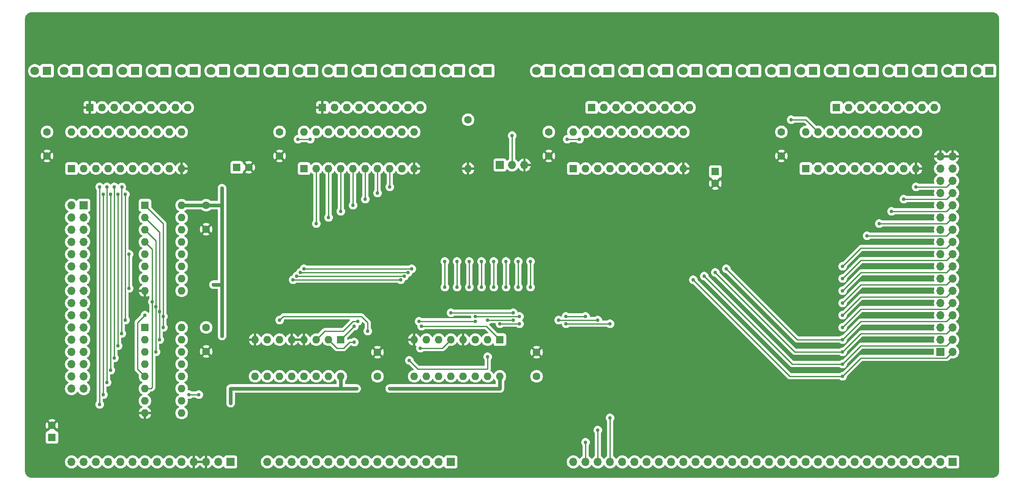
<source format=gbl>
G04 #@! TF.GenerationSoftware,KiCad,Pcbnew,(7.0.0)*
G04 #@! TF.CreationDate,2023-09-24T17:47:33-07:00*
G04 #@! TF.ProjectId,peripheral_connect,70657269-7068-4657-9261-6c5f636f6e6e,rev?*
G04 #@! TF.SameCoordinates,Original*
G04 #@! TF.FileFunction,Copper,L2,Bot*
G04 #@! TF.FilePolarity,Positive*
%FSLAX46Y46*%
G04 Gerber Fmt 4.6, Leading zero omitted, Abs format (unit mm)*
G04 Created by KiCad (PCBNEW (7.0.0)) date 2023-09-24 17:47:33*
%MOMM*%
%LPD*%
G01*
G04 APERTURE LIST*
G04 #@! TA.AperFunction,ComponentPad*
%ADD10R,1.800000X1.800000*%
G04 #@! TD*
G04 #@! TA.AperFunction,ComponentPad*
%ADD11C,1.800000*%
G04 #@! TD*
G04 #@! TA.AperFunction,ComponentPad*
%ADD12R,1.700000X1.700000*%
G04 #@! TD*
G04 #@! TA.AperFunction,ComponentPad*
%ADD13O,1.700000X1.700000*%
G04 #@! TD*
G04 #@! TA.AperFunction,ComponentPad*
%ADD14R,1.600000X1.600000*%
G04 #@! TD*
G04 #@! TA.AperFunction,ComponentPad*
%ADD15O,1.600000X1.600000*%
G04 #@! TD*
G04 #@! TA.AperFunction,ComponentPad*
%ADD16C,1.600000*%
G04 #@! TD*
G04 #@! TA.AperFunction,ViaPad*
%ADD17C,0.762000*%
G04 #@! TD*
G04 #@! TA.AperFunction,Conductor*
%ADD18C,0.254000*%
G04 #@! TD*
G04 #@! TA.AperFunction,Conductor*
%ADD19C,0.762000*%
G04 #@! TD*
G04 APERTURE END LIST*
D10*
X251459999Y-63499999D03*
D11*
X248920000Y-63500000D03*
D12*
X63499999Y-91439999D03*
D13*
X60959999Y-91439999D03*
X63499999Y-93979999D03*
X60959999Y-93979999D03*
X63499999Y-96519999D03*
X60959999Y-96519999D03*
X63499999Y-99059999D03*
X60959999Y-99059999D03*
X63499999Y-101599999D03*
X60959999Y-101599999D03*
X63499999Y-104139999D03*
X60959999Y-104139999D03*
X63499999Y-106679999D03*
X60959999Y-106679999D03*
X63499999Y-109219999D03*
X60959999Y-109219999D03*
X63499999Y-111759999D03*
X60959999Y-111759999D03*
X63499999Y-114299999D03*
X60959999Y-114299999D03*
X63499999Y-116839999D03*
X60959999Y-116839999D03*
X63499999Y-119379999D03*
X60959999Y-119379999D03*
X63499999Y-121919999D03*
X60959999Y-121919999D03*
X63499999Y-124459999D03*
X60959999Y-124459999D03*
X63499999Y-126999999D03*
X60959999Y-126999999D03*
X63499999Y-129539999D03*
X60959999Y-129539999D03*
D10*
X80263999Y-63499999D03*
D11*
X77724000Y-63500000D03*
D14*
X76199999Y-116839999D03*
D15*
X76199999Y-119379999D03*
X76199999Y-121919999D03*
X76199999Y-124459999D03*
X76199999Y-126999999D03*
X76199999Y-129539999D03*
X76199999Y-132079999D03*
X76199999Y-134619999D03*
X83819999Y-134619999D03*
X83819999Y-132079999D03*
X83819999Y-129539999D03*
X83819999Y-126999999D03*
X83819999Y-124459999D03*
X83819999Y-121919999D03*
X83819999Y-119379999D03*
X83819999Y-116839999D03*
D10*
X202691999Y-63499999D03*
D11*
X200152000Y-63500000D03*
D12*
X139699999Y-144779999D03*
D13*
X137159999Y-144779999D03*
X134619999Y-144779999D03*
X132079999Y-144779999D03*
X129539999Y-144779999D03*
X126999999Y-144779999D03*
X124459999Y-144779999D03*
X121919999Y-144779999D03*
X119379999Y-144779999D03*
X116839999Y-144779999D03*
X114299999Y-144779999D03*
X111759999Y-144779999D03*
X109219999Y-144779999D03*
X106679999Y-144779999D03*
X104139999Y-144779999D03*
X101599999Y-144779999D03*
D14*
X95249999Y-83565999D03*
D16*
X97750000Y-83566000D03*
D14*
X60959999Y-83819999D03*
D15*
X63499999Y-83819999D03*
X66039999Y-83819999D03*
X68579999Y-83819999D03*
X71119999Y-83819999D03*
X73659999Y-83819999D03*
X76199999Y-83819999D03*
X78739999Y-83819999D03*
X81279999Y-83819999D03*
X83819999Y-83819999D03*
X83819999Y-76199999D03*
X81279999Y-76199999D03*
X78739999Y-76199999D03*
X76199999Y-76199999D03*
X73659999Y-76199999D03*
X71119999Y-76199999D03*
X68579999Y-76199999D03*
X66039999Y-76199999D03*
X63499999Y-76199999D03*
X60959999Y-76199999D03*
D10*
X172211999Y-63499999D03*
D11*
X169672000Y-63500000D03*
D10*
X178307999Y-63499999D03*
D11*
X175768000Y-63500000D03*
D10*
X104647999Y-63499999D03*
D11*
X102108000Y-63500000D03*
D12*
X241299999Y-121919999D03*
D13*
X243839999Y-121919999D03*
X241299999Y-119379999D03*
X243839999Y-119379999D03*
X241299999Y-116839999D03*
X243839999Y-116839999D03*
X241299999Y-114299999D03*
X243839999Y-114299999D03*
X241299999Y-111759999D03*
X243839999Y-111759999D03*
X241299999Y-109219999D03*
X243839999Y-109219999D03*
X241299999Y-106679999D03*
X243839999Y-106679999D03*
X241299999Y-104139999D03*
X243839999Y-104139999D03*
X241299999Y-101599999D03*
X243839999Y-101599999D03*
X241299999Y-99059999D03*
X243839999Y-99059999D03*
X241299999Y-96519999D03*
X243839999Y-96519999D03*
X241299999Y-93979999D03*
X243839999Y-93979999D03*
X241299999Y-91439999D03*
X243839999Y-91439999D03*
X241299999Y-88899999D03*
X243839999Y-88899999D03*
X241299999Y-86359999D03*
X243839999Y-86359999D03*
X241299999Y-83819999D03*
X243839999Y-83819999D03*
X241299999Y-81279999D03*
X243839999Y-81279999D03*
D10*
X214883999Y-63499999D03*
D11*
X212344000Y-63500000D03*
D12*
X149874999Y-83057999D03*
D13*
X152414999Y-83057999D03*
X154954999Y-83057999D03*
D10*
X245363999Y-63499999D03*
D11*
X242824000Y-63500000D03*
D16*
X88900000Y-91440000D03*
X88900000Y-96440000D03*
D14*
X165099999Y-83819999D03*
D15*
X167639999Y-83819999D03*
X170179999Y-83819999D03*
X172719999Y-83819999D03*
X175259999Y-83819999D03*
X177799999Y-83819999D03*
X180339999Y-83819999D03*
X182879999Y-83819999D03*
X185419999Y-83819999D03*
X187959999Y-83819999D03*
X187959999Y-76199999D03*
X185419999Y-76199999D03*
X182879999Y-76199999D03*
X180339999Y-76199999D03*
X177799999Y-76199999D03*
X175259999Y-76199999D03*
X172719999Y-76199999D03*
X170179999Y-76199999D03*
X167639999Y-76199999D03*
X165099999Y-76199999D03*
D10*
X135127999Y-63499999D03*
D11*
X132588000Y-63500000D03*
D14*
X76199999Y-91439999D03*
D15*
X76199999Y-93979999D03*
X76199999Y-96519999D03*
X76199999Y-99059999D03*
X76199999Y-101599999D03*
X76199999Y-104139999D03*
X76199999Y-106679999D03*
X76199999Y-109219999D03*
X83819999Y-109219999D03*
X83819999Y-106679999D03*
X83819999Y-104139999D03*
X83819999Y-101599999D03*
X83819999Y-99059999D03*
X83819999Y-96519999D03*
X83819999Y-93979999D03*
X83819999Y-91439999D03*
D10*
X74167999Y-63499999D03*
D11*
X71628000Y-63500000D03*
D10*
X196595999Y-63499999D03*
D11*
X194056000Y-63500000D03*
D16*
X124460000Y-127000000D03*
X124460000Y-122000000D03*
D10*
X227075999Y-63499999D03*
D11*
X224536000Y-63500000D03*
D10*
X160019999Y-63499999D03*
D11*
X157480000Y-63500000D03*
D10*
X166115999Y-63499999D03*
D11*
X163576000Y-63500000D03*
D10*
X233171999Y-63499999D03*
D11*
X230632000Y-63500000D03*
D10*
X92455999Y-63499999D03*
D11*
X89916000Y-63500000D03*
D14*
X219709999Y-71119999D03*
D15*
X222249999Y-71119999D03*
X224789999Y-71119999D03*
X227329999Y-71119999D03*
X229869999Y-71119999D03*
X232409999Y-71119999D03*
X234949999Y-71119999D03*
X237489999Y-71119999D03*
X240029999Y-71119999D03*
D16*
X157480000Y-127000000D03*
X157480000Y-122000000D03*
D14*
X149859999Y-119379999D03*
D15*
X147319999Y-119379999D03*
X144779999Y-119379999D03*
X142239999Y-119379999D03*
X139699999Y-119379999D03*
X137159999Y-119379999D03*
X134619999Y-119379999D03*
X132079999Y-119379999D03*
X132079999Y-126999999D03*
X134619999Y-126999999D03*
X137159999Y-126999999D03*
X139699999Y-126999999D03*
X142239999Y-126999999D03*
X144779999Y-126999999D03*
X147319999Y-126999999D03*
X149859999Y-126999999D03*
D10*
X129031999Y-63499999D03*
D11*
X126492000Y-63500000D03*
D14*
X64769999Y-71119999D03*
D15*
X67309999Y-71119999D03*
X69849999Y-71119999D03*
X72389999Y-71119999D03*
X74929999Y-71119999D03*
X77469999Y-71119999D03*
X80009999Y-71119999D03*
X82549999Y-71119999D03*
X85089999Y-71119999D03*
D14*
X168909999Y-71119999D03*
D15*
X171449999Y-71119999D03*
X173989999Y-71119999D03*
X176529999Y-71119999D03*
X179069999Y-71119999D03*
X181609999Y-71119999D03*
X184149999Y-71119999D03*
X186689999Y-71119999D03*
X189229999Y-71119999D03*
D14*
X56895999Y-139699999D03*
D16*
X56896000Y-137200000D03*
D10*
X68071999Y-63504499D03*
D11*
X65532000Y-63504500D03*
D10*
X86359999Y-63499999D03*
D11*
X83820000Y-63500000D03*
D12*
X93979999Y-144779999D03*
D13*
X91439999Y-144779999D03*
X88899999Y-144779999D03*
X86359999Y-144779999D03*
X83819999Y-144779999D03*
X81279999Y-144779999D03*
X78739999Y-144779999D03*
X76199999Y-144779999D03*
X73659999Y-144779999D03*
X71119999Y-144779999D03*
X68579999Y-144779999D03*
X66039999Y-144779999D03*
X63499999Y-144779999D03*
X60959999Y-144779999D03*
D10*
X147319999Y-63499999D03*
D11*
X144780000Y-63500000D03*
D16*
X104140000Y-76200000D03*
X104140000Y-81200000D03*
D14*
X109219999Y-83819999D03*
D15*
X111759999Y-83819999D03*
X114299999Y-83819999D03*
X116839999Y-83819999D03*
X119379999Y-83819999D03*
X121919999Y-83819999D03*
X124459999Y-83819999D03*
X126999999Y-83819999D03*
X129539999Y-83819999D03*
X132079999Y-83819999D03*
X132079999Y-76199999D03*
X129539999Y-76199999D03*
X126999999Y-76199999D03*
X124459999Y-76199999D03*
X121919999Y-76199999D03*
X119379999Y-76199999D03*
X116839999Y-76199999D03*
X114299999Y-76199999D03*
X111759999Y-76199999D03*
X109219999Y-76199999D03*
D10*
X122935999Y-63499999D03*
D11*
X120396000Y-63500000D03*
D10*
X141223999Y-63499999D03*
D11*
X138684000Y-63500000D03*
D16*
X88900000Y-116840000D03*
X88900000Y-121840000D03*
D10*
X116839999Y-63499999D03*
D11*
X114300000Y-63500000D03*
D10*
X208787999Y-63499999D03*
D11*
X206248000Y-63500000D03*
D10*
X184403999Y-63499999D03*
D11*
X181864000Y-63500000D03*
D16*
X143256000Y-73660000D03*
D15*
X143255999Y-83819999D03*
D16*
X55880000Y-81200000D03*
X55880000Y-76200000D03*
D14*
X213359999Y-83819999D03*
D15*
X215899999Y-83819999D03*
X218439999Y-83819999D03*
X220979999Y-83819999D03*
X223519999Y-83819999D03*
X226059999Y-83819999D03*
X228599999Y-83819999D03*
X231139999Y-83819999D03*
X233679999Y-83819999D03*
X236219999Y-83819999D03*
X236219999Y-76199999D03*
X233679999Y-76199999D03*
X231139999Y-76199999D03*
X228599999Y-76199999D03*
X226059999Y-76199999D03*
X223519999Y-76199999D03*
X220979999Y-76199999D03*
X218439999Y-76199999D03*
X215899999Y-76199999D03*
X213359999Y-76199999D03*
D14*
X116839999Y-119379999D03*
D15*
X114299999Y-119379999D03*
X111759999Y-119379999D03*
X109219999Y-119379999D03*
X106679999Y-119379999D03*
X104139999Y-119379999D03*
X101599999Y-119379999D03*
X99059999Y-119379999D03*
X99059999Y-126999999D03*
X101599999Y-126999999D03*
X104139999Y-126999999D03*
X106679999Y-126999999D03*
X109219999Y-126999999D03*
X111759999Y-126999999D03*
X114299999Y-126999999D03*
X116839999Y-126999999D03*
D10*
X190499999Y-63499999D03*
D11*
X187960000Y-63500000D03*
D10*
X98551999Y-63499999D03*
D11*
X96012000Y-63500000D03*
D10*
X110743999Y-63499999D03*
D11*
X108204000Y-63500000D03*
D14*
X113029999Y-71119999D03*
D15*
X115569999Y-71119999D03*
X118109999Y-71119999D03*
X120649999Y-71119999D03*
X123189999Y-71119999D03*
X125729999Y-71119999D03*
X128269999Y-71119999D03*
X130809999Y-71119999D03*
X133349999Y-71119999D03*
D16*
X160020000Y-81200000D03*
X160020000Y-76200000D03*
D14*
X194563999Y-84415620D03*
D16*
X194564000Y-86915621D03*
D10*
X220979999Y-63499999D03*
D11*
X218440000Y-63500000D03*
D12*
X243839999Y-144779999D03*
D13*
X241299999Y-144779999D03*
X238759999Y-144779999D03*
X236219999Y-144779999D03*
X233679999Y-144779999D03*
X231139999Y-144779999D03*
X228599999Y-144779999D03*
X226059999Y-144779999D03*
X223519999Y-144779999D03*
X220979999Y-144779999D03*
X218439999Y-144779999D03*
X215899999Y-144779999D03*
X213359999Y-144779999D03*
X210819999Y-144779999D03*
X208279999Y-144779999D03*
X205739999Y-144779999D03*
X203199999Y-144779999D03*
X200659999Y-144779999D03*
X198119999Y-144779999D03*
X195579999Y-144779999D03*
X193039999Y-144779999D03*
X190499999Y-144779999D03*
X187959999Y-144779999D03*
X185419999Y-144779999D03*
X182879999Y-144779999D03*
X180339999Y-144779999D03*
X177799999Y-144779999D03*
X175259999Y-144779999D03*
X172719999Y-144779999D03*
X170179999Y-144779999D03*
X167639999Y-144779999D03*
X165099999Y-144779999D03*
D16*
X208280000Y-76200000D03*
X208280000Y-81200000D03*
D10*
X55879999Y-63499999D03*
D11*
X53340000Y-63500000D03*
D10*
X61975999Y-63504499D03*
D11*
X59436000Y-63504500D03*
D10*
X239267999Y-63499999D03*
D11*
X236728000Y-63500000D03*
D17*
X93980000Y-131064000D03*
X90424000Y-107950000D03*
X127000000Y-129540000D03*
X120142000Y-129540000D03*
X133350000Y-129540000D03*
X92202000Y-87884000D03*
X128524000Y-129540000D03*
X118364000Y-129540000D03*
X92202000Y-118618000D03*
X93980000Y-132588000D03*
X92202000Y-116840000D03*
X92202000Y-89408000D03*
X81280000Y-110490000D03*
X79502000Y-124460000D03*
X76200000Y-111506000D03*
X80010000Y-114554000D03*
X106934000Y-106934000D03*
X220980000Y-127000000D03*
X189992000Y-106934000D03*
X129286000Y-106934000D03*
X80010000Y-116840000D03*
X220980000Y-124460000D03*
X192278000Y-106172000D03*
X130048000Y-106172000D03*
X107696000Y-106172000D03*
X79248000Y-113538000D03*
X79247500Y-119380000D03*
X194564000Y-105410000D03*
X78486000Y-112522000D03*
X220980000Y-121920000D03*
X78485500Y-121920000D03*
X108458000Y-105410000D03*
X130810000Y-105410000D03*
X196850000Y-104648000D03*
X220980000Y-119380000D03*
X131572000Y-104648000D03*
X77724000Y-111505500D03*
X109220000Y-104648000D03*
X220980000Y-116840000D03*
X220980000Y-114300000D03*
X220980000Y-111760000D03*
X220980000Y-109220000D03*
X220980000Y-106680000D03*
X220980000Y-104140000D03*
X226060000Y-97790000D03*
X228600000Y-95250000D03*
X133604000Y-116586000D03*
X149860000Y-116078000D03*
X231140000Y-92710000D03*
X172720000Y-116078000D03*
X153924000Y-116078000D03*
X163576000Y-116078000D03*
X119634000Y-116586000D03*
X172720000Y-135636000D03*
X131064000Y-123698000D03*
X170180000Y-138176000D03*
X170180000Y-115316000D03*
X147320000Y-122936000D03*
X147320000Y-115316000D03*
X119634000Y-119888000D03*
X152654000Y-115316000D03*
X233680000Y-90170000D03*
X162052000Y-115316000D03*
X163576000Y-114554000D03*
X144780000Y-114554000D03*
X167640000Y-140716000D03*
X153924000Y-114554000D03*
X133096000Y-115570000D03*
X144780000Y-115570000D03*
X236220000Y-87630000D03*
X167640000Y-114554000D03*
X120396000Y-115570000D03*
X122428000Y-117602000D03*
X133350000Y-121158000D03*
X139700000Y-113792000D03*
X152654000Y-113792000D03*
X104140000Y-115316000D03*
X156210000Y-103124000D03*
X156210000Y-108458000D03*
X153670000Y-108458000D03*
X153670000Y-103124000D03*
X151130000Y-103124000D03*
X151130000Y-108458000D03*
X148590000Y-103124000D03*
X148590000Y-108458000D03*
X146050000Y-103124000D03*
X146050000Y-108458000D03*
X143510000Y-108458000D03*
X143510000Y-103124000D03*
X140970000Y-103124000D03*
X140970000Y-108458000D03*
X138430000Y-108458000D03*
X138430000Y-103124000D03*
X85344000Y-130810000D03*
X72898000Y-101600000D03*
X87376000Y-130810000D03*
X72898000Y-108712000D03*
X76200000Y-114300000D03*
X127000000Y-87630000D03*
X124460000Y-88900000D03*
X121920000Y-90170000D03*
X119380000Y-91440000D03*
X116840000Y-92710000D03*
X114300000Y-93980000D03*
X111760000Y-95250000D03*
X72136000Y-115316000D03*
X72136000Y-89154000D03*
X71404462Y-87660462D03*
X71374000Y-118110000D03*
X70612000Y-120650000D03*
X70612000Y-89154000D03*
X69850000Y-87630000D03*
X69850000Y-123190000D03*
X69088000Y-89154000D03*
X69088000Y-125730000D03*
X68326000Y-128270000D03*
X68326000Y-87630000D03*
X67564000Y-89154000D03*
X67564000Y-130810000D03*
X66802000Y-87630000D03*
X66802000Y-132842000D03*
X166370000Y-77724000D03*
X107950000Y-77724000D03*
X163830000Y-77724000D03*
X110490000Y-77724000D03*
X210312000Y-73660000D03*
X152415000Y-76962000D03*
D18*
X88900000Y-91440000D02*
X86360000Y-91440000D01*
D19*
X92202000Y-87884000D02*
X92202000Y-89408000D01*
X92202000Y-107950000D02*
X92202000Y-91440000D01*
X116840000Y-127000000D02*
X116840000Y-129540000D01*
X93980000Y-131064000D02*
X93980000Y-129540000D01*
X116840000Y-129540000D02*
X120142000Y-129540000D01*
X93980000Y-129540000D02*
X116840000Y-129540000D01*
X92202000Y-91440000D02*
X86360000Y-91440000D01*
X93980000Y-132588000D02*
X93980000Y-131064000D01*
X149860000Y-129540000D02*
X149860000Y-127000000D01*
X127000000Y-129540000D02*
X149860000Y-129540000D01*
X92202000Y-91440000D02*
X92202000Y-89408000D01*
X92202000Y-107950000D02*
X90424000Y-107950000D01*
X86360000Y-91440000D02*
X83820000Y-91440000D01*
X92202000Y-118618000D02*
X92202000Y-107950000D01*
D18*
X80010000Y-95250000D02*
X76200000Y-91440000D01*
X243840000Y-121920000D02*
X242570000Y-123190000D01*
X80010000Y-114554000D02*
X80010000Y-95250000D01*
X210058000Y-127000000D02*
X220980000Y-127000000D01*
X80010000Y-116840000D02*
X80010000Y-114554000D01*
X224790000Y-123190000D02*
X220980000Y-127000000D01*
X242570000Y-123190000D02*
X224790000Y-123190000D01*
X129286000Y-106934000D02*
X106934000Y-106934000D01*
X189992000Y-106934000D02*
X210058000Y-127000000D01*
X224790000Y-120650000D02*
X220980000Y-124460000D01*
X210566000Y-124460000D02*
X220980000Y-124460000D01*
X192278000Y-106172000D02*
X210566000Y-124460000D01*
X79248000Y-97028000D02*
X76200000Y-93980000D01*
X79248000Y-113538000D02*
X79248000Y-119379500D01*
X79248000Y-113538000D02*
X79248000Y-97028000D01*
X79248000Y-119379500D02*
X79247500Y-119380000D01*
X130048000Y-106172000D02*
X107696000Y-106172000D01*
X242570000Y-120650000D02*
X224790000Y-120650000D01*
X243840000Y-119380000D02*
X242570000Y-120650000D01*
X78486000Y-98806000D02*
X76200000Y-96520000D01*
X78486000Y-121919500D02*
X78485500Y-121920000D01*
X194564000Y-105410000D02*
X211074000Y-121920000D01*
X211074000Y-121920000D02*
X220980000Y-121920000D01*
X242570000Y-118110000D02*
X224790000Y-118110000D01*
X224790000Y-118110000D02*
X220980000Y-121920000D01*
X78486000Y-112522000D02*
X78486000Y-98806000D01*
X78486000Y-112522000D02*
X78486000Y-121919500D01*
X243840000Y-116840000D02*
X242570000Y-118110000D01*
X130810000Y-105410000D02*
X108458000Y-105410000D01*
X196850000Y-104648000D02*
X211582000Y-119380000D01*
X243840000Y-114300000D02*
X242531000Y-115609000D01*
X242531000Y-115609000D02*
X224751000Y-115609000D01*
X77724000Y-129286000D02*
X77470000Y-129540000D01*
X211582000Y-119380000D02*
X220980000Y-119380000D01*
X77724000Y-111505500D02*
X77724000Y-129286000D01*
X77470000Y-129540000D02*
X76200000Y-129540000D01*
X77724000Y-111505500D02*
X77724000Y-100584000D01*
X131572000Y-104648000D02*
X109220000Y-104648000D01*
X224751000Y-115609000D02*
X220980000Y-119380000D01*
X77724000Y-100584000D02*
X76200000Y-99060000D01*
X220980000Y-116840000D02*
X224790000Y-113030000D01*
X242570000Y-113030000D02*
X243840000Y-111760000D01*
X224790000Y-113030000D02*
X242570000Y-113030000D01*
X243840000Y-109220000D02*
X242570000Y-110490000D01*
X242570000Y-110490000D02*
X224790000Y-110490000D01*
X224790000Y-110490000D02*
X220980000Y-114300000D01*
X224790000Y-107950000D02*
X242570000Y-107950000D01*
X220980000Y-111760000D02*
X224790000Y-107950000D01*
X242570000Y-107950000D02*
X243840000Y-106680000D01*
X242570000Y-105410000D02*
X224790000Y-105410000D01*
X224790000Y-105410000D02*
X220980000Y-109220000D01*
X243840000Y-104140000D02*
X242570000Y-105410000D01*
X224790000Y-102870000D02*
X242570000Y-102870000D01*
X242570000Y-102870000D02*
X243840000Y-101600000D01*
X220980000Y-106680000D02*
X224790000Y-102870000D01*
X243840000Y-99060000D02*
X242570000Y-100330000D01*
X224790000Y-100330000D02*
X220980000Y-104140000D01*
X242570000Y-100330000D02*
X224790000Y-100330000D01*
X226060000Y-97790000D02*
X242570000Y-97790000D01*
X242570000Y-97790000D02*
X243840000Y-96520000D01*
X243840000Y-93980000D02*
X242570000Y-95250000D01*
X242570000Y-95250000D02*
X228600000Y-95250000D01*
X163576000Y-116078000D02*
X172720000Y-116078000D01*
X147066000Y-116586000D02*
X149860000Y-119380000D01*
X133604000Y-116586000D02*
X147066000Y-116586000D01*
X172720000Y-144780000D02*
X172720000Y-135636000D01*
X243840000Y-91440000D02*
X242570000Y-92710000D01*
X242570000Y-92710000D02*
X231140000Y-92710000D01*
X149860000Y-116078000D02*
X153924000Y-116078000D01*
X116840000Y-119380000D02*
X119634000Y-116586000D01*
X162052000Y-115316000D02*
X170180000Y-115316000D01*
X242570000Y-90170000D02*
X233680000Y-90170000D01*
X117424000Y-121158000D02*
X116078000Y-121158000D01*
X147320000Y-125476000D02*
X147320000Y-122936000D01*
X132842000Y-125476000D02*
X147320000Y-125476000D01*
X243840000Y-88900000D02*
X242570000Y-90170000D01*
X147320000Y-115316000D02*
X152654000Y-115316000D01*
X119634000Y-119888000D02*
X118694000Y-119888000D01*
X116078000Y-121158000D02*
X114300000Y-119380000D01*
X131064000Y-123698000D02*
X132842000Y-125476000D01*
X118694000Y-119888000D02*
X117424000Y-121158000D01*
X170180000Y-144780000D02*
X170180000Y-138176000D01*
X167640000Y-144780000D02*
X167640000Y-140716000D01*
X119380000Y-115570000D02*
X117348000Y-117602000D01*
X120396000Y-115570000D02*
X119380000Y-115570000D01*
X144780000Y-114554000D02*
X153924000Y-114554000D01*
X236220000Y-87630000D02*
X242570000Y-87630000D01*
X117348000Y-117602000D02*
X113538000Y-117602000D01*
X163576000Y-114554000D02*
X167640000Y-114554000D01*
X144780000Y-115570000D02*
X133096000Y-115570000D01*
X242570000Y-87630000D02*
X243840000Y-86360000D01*
X113538000Y-117602000D02*
X111760000Y-119380000D01*
X133350000Y-121158000D02*
X137922000Y-121158000D01*
X121158000Y-114554000D02*
X122428000Y-115824000D01*
X137922000Y-121158000D02*
X139700000Y-119380000D01*
X139700000Y-113792000D02*
X152654000Y-113792000D01*
X122428000Y-115824000D02*
X122428000Y-117602000D01*
X104902000Y-114554000D02*
X121158000Y-114554000D01*
X104140000Y-115316000D02*
X104902000Y-114554000D01*
X156210000Y-108458000D02*
X156210000Y-103124000D01*
X153670000Y-108458000D02*
X153670000Y-103124000D01*
X151130000Y-108458000D02*
X151130000Y-103124000D01*
X148590000Y-108458000D02*
X148590000Y-103124000D01*
X146050000Y-108458000D02*
X146050000Y-103124000D01*
X143510000Y-108458000D02*
X143510000Y-103124000D01*
X140970000Y-108458000D02*
X140970000Y-103124000D01*
X138430000Y-103124000D02*
X138430000Y-108458000D01*
X72898000Y-108712000D02*
X72898000Y-101600000D01*
X74676000Y-115824000D02*
X74676000Y-125476000D01*
X74676000Y-125476000D02*
X76200000Y-127000000D01*
X85344000Y-130810000D02*
X87376000Y-130810000D01*
X76200000Y-114300000D02*
X74676000Y-115824000D01*
X127000000Y-87630000D02*
X127000000Y-83820000D01*
X124460000Y-88900000D02*
X124460000Y-83820000D01*
X121920000Y-90170000D02*
X121920000Y-83820000D01*
X119380000Y-91440000D02*
X119380000Y-83820000D01*
X116840000Y-92710000D02*
X116840000Y-83820000D01*
X114300000Y-93980000D02*
X114300000Y-83820000D01*
X111760000Y-95250000D02*
X111760000Y-83820000D01*
X72136000Y-89154000D02*
X72136000Y-115316000D01*
X71404462Y-87660462D02*
X71374000Y-87690924D01*
X71374000Y-87690924D02*
X71374000Y-118110000D01*
X70612000Y-89154000D02*
X70612000Y-120650000D01*
X69850000Y-87630000D02*
X69850000Y-123190000D01*
X69088000Y-89154000D02*
X69088000Y-125730000D01*
X68326000Y-87630000D02*
X68326000Y-128270000D01*
X67564000Y-130810000D02*
X67564000Y-89154000D01*
X66802000Y-132842000D02*
X66802000Y-87630000D01*
X215900000Y-76200000D02*
X213360000Y-73660000D01*
X166370000Y-77724000D02*
X163830000Y-77724000D01*
X152415000Y-83058000D02*
X152415000Y-76962000D01*
X213360000Y-73660000D02*
X210312000Y-73660000D01*
X110490000Y-77724000D02*
X107950000Y-77724000D01*
G04 #@! TA.AperFunction,Conductor*
G36*
X252099853Y-51308881D02*
G01*
X252303734Y-51324927D01*
X252322950Y-51327971D01*
X252517062Y-51374574D01*
X252535552Y-51380582D01*
X252719987Y-51456976D01*
X252737312Y-51465804D01*
X252907524Y-51570110D01*
X252923260Y-51581544D01*
X253075053Y-51711187D01*
X253088812Y-51724946D01*
X253218455Y-51876739D01*
X253229890Y-51892477D01*
X253334192Y-52062681D01*
X253343026Y-52080019D01*
X253419414Y-52264438D01*
X253425427Y-52282943D01*
X253472028Y-52477050D01*
X253475072Y-52496268D01*
X253491118Y-52700146D01*
X253491500Y-52709875D01*
X253491500Y-146680125D01*
X253491118Y-146689854D01*
X253475072Y-146893731D01*
X253472028Y-146912949D01*
X253425427Y-147107056D01*
X253419414Y-147125561D01*
X253343026Y-147309980D01*
X253334192Y-147327318D01*
X253229892Y-147497519D01*
X253218455Y-147513260D01*
X253088812Y-147665053D01*
X253075053Y-147678812D01*
X252923260Y-147808455D01*
X252907519Y-147819892D01*
X252737318Y-147924192D01*
X252719980Y-147933026D01*
X252535561Y-148009414D01*
X252517056Y-148015427D01*
X252322949Y-148062028D01*
X252303731Y-148065072D01*
X252099854Y-148081118D01*
X252090125Y-148081500D01*
X52709875Y-148081500D01*
X52700146Y-148081118D01*
X52496268Y-148065072D01*
X52477050Y-148062028D01*
X52282943Y-148015427D01*
X52264438Y-148009414D01*
X52080019Y-147933026D01*
X52062681Y-147924192D01*
X51892480Y-147819892D01*
X51876739Y-147808455D01*
X51724946Y-147678812D01*
X51711187Y-147665053D01*
X51581544Y-147513260D01*
X51570110Y-147497524D01*
X51465804Y-147327312D01*
X51456976Y-147309987D01*
X51380582Y-147125552D01*
X51374574Y-147107062D01*
X51327971Y-146912949D01*
X51324927Y-146893731D01*
X51308882Y-146689854D01*
X51308500Y-146680125D01*
X51308500Y-144780000D01*
X59604341Y-144780000D01*
X59624937Y-145015408D01*
X59626336Y-145020630D01*
X59626337Y-145020634D01*
X59684694Y-145238430D01*
X59684697Y-145238438D01*
X59686097Y-145243663D01*
X59688385Y-145248570D01*
X59688386Y-145248572D01*
X59783678Y-145452927D01*
X59783681Y-145452933D01*
X59785965Y-145457830D01*
X59789064Y-145462257D01*
X59789066Y-145462259D01*
X59918399Y-145646966D01*
X59918402Y-145646970D01*
X59921505Y-145651401D01*
X60088599Y-145818495D01*
X60093031Y-145821598D01*
X60093033Y-145821600D01*
X60237260Y-145922589D01*
X60282170Y-145954035D01*
X60496337Y-146053903D01*
X60724592Y-146115063D01*
X60960000Y-146135659D01*
X61195408Y-146115063D01*
X61423663Y-146053903D01*
X61637830Y-145954035D01*
X61831401Y-145818495D01*
X61998495Y-145651401D01*
X62128424Y-145465842D01*
X62172743Y-145426976D01*
X62230000Y-145412965D01*
X62287257Y-145426976D01*
X62331575Y-145465842D01*
X62458395Y-145646961D01*
X62458401Y-145646968D01*
X62461505Y-145651401D01*
X62628599Y-145818495D01*
X62633031Y-145821598D01*
X62633033Y-145821600D01*
X62777260Y-145922589D01*
X62822170Y-145954035D01*
X63036337Y-146053903D01*
X63264592Y-146115063D01*
X63500000Y-146135659D01*
X63735408Y-146115063D01*
X63963663Y-146053903D01*
X64177830Y-145954035D01*
X64371401Y-145818495D01*
X64538495Y-145651401D01*
X64668424Y-145465842D01*
X64712743Y-145426976D01*
X64770000Y-145412965D01*
X64827257Y-145426976D01*
X64871575Y-145465842D01*
X64998395Y-145646961D01*
X64998401Y-145646968D01*
X65001505Y-145651401D01*
X65168599Y-145818495D01*
X65173031Y-145821598D01*
X65173033Y-145821600D01*
X65317260Y-145922589D01*
X65362170Y-145954035D01*
X65576337Y-146053903D01*
X65804592Y-146115063D01*
X66040000Y-146135659D01*
X66275408Y-146115063D01*
X66503663Y-146053903D01*
X66717830Y-145954035D01*
X66911401Y-145818495D01*
X67078495Y-145651401D01*
X67208424Y-145465842D01*
X67252743Y-145426976D01*
X67310000Y-145412965D01*
X67367257Y-145426976D01*
X67411575Y-145465842D01*
X67538395Y-145646961D01*
X67538401Y-145646968D01*
X67541505Y-145651401D01*
X67708599Y-145818495D01*
X67713031Y-145821598D01*
X67713033Y-145821600D01*
X67857260Y-145922589D01*
X67902170Y-145954035D01*
X68116337Y-146053903D01*
X68344592Y-146115063D01*
X68580000Y-146135659D01*
X68815408Y-146115063D01*
X69043663Y-146053903D01*
X69257830Y-145954035D01*
X69451401Y-145818495D01*
X69618495Y-145651401D01*
X69748424Y-145465842D01*
X69792743Y-145426976D01*
X69850000Y-145412965D01*
X69907257Y-145426976D01*
X69951575Y-145465842D01*
X70078395Y-145646961D01*
X70078401Y-145646968D01*
X70081505Y-145651401D01*
X70248599Y-145818495D01*
X70253031Y-145821598D01*
X70253033Y-145821600D01*
X70397260Y-145922589D01*
X70442170Y-145954035D01*
X70656337Y-146053903D01*
X70884592Y-146115063D01*
X71120000Y-146135659D01*
X71355408Y-146115063D01*
X71583663Y-146053903D01*
X71797830Y-145954035D01*
X71991401Y-145818495D01*
X72158495Y-145651401D01*
X72288424Y-145465842D01*
X72332743Y-145426976D01*
X72390000Y-145412965D01*
X72447257Y-145426976D01*
X72491575Y-145465842D01*
X72618395Y-145646961D01*
X72618401Y-145646968D01*
X72621505Y-145651401D01*
X72788599Y-145818495D01*
X72793031Y-145821598D01*
X72793033Y-145821600D01*
X72937260Y-145922589D01*
X72982170Y-145954035D01*
X73196337Y-146053903D01*
X73424592Y-146115063D01*
X73660000Y-146135659D01*
X73895408Y-146115063D01*
X74123663Y-146053903D01*
X74337830Y-145954035D01*
X74531401Y-145818495D01*
X74698495Y-145651401D01*
X74828424Y-145465842D01*
X74872743Y-145426976D01*
X74930000Y-145412965D01*
X74987257Y-145426976D01*
X75031575Y-145465842D01*
X75158395Y-145646961D01*
X75158401Y-145646968D01*
X75161505Y-145651401D01*
X75328599Y-145818495D01*
X75333031Y-145821598D01*
X75333033Y-145821600D01*
X75477260Y-145922589D01*
X75522170Y-145954035D01*
X75736337Y-146053903D01*
X75964592Y-146115063D01*
X76200000Y-146135659D01*
X76435408Y-146115063D01*
X76663663Y-146053903D01*
X76877830Y-145954035D01*
X77071401Y-145818495D01*
X77238495Y-145651401D01*
X77368424Y-145465842D01*
X77412743Y-145426976D01*
X77470000Y-145412965D01*
X77527257Y-145426976D01*
X77571575Y-145465842D01*
X77698395Y-145646961D01*
X77698401Y-145646968D01*
X77701505Y-145651401D01*
X77868599Y-145818495D01*
X77873031Y-145821598D01*
X77873033Y-145821600D01*
X78017260Y-145922589D01*
X78062170Y-145954035D01*
X78276337Y-146053903D01*
X78504592Y-146115063D01*
X78740000Y-146135659D01*
X78975408Y-146115063D01*
X79203663Y-146053903D01*
X79417830Y-145954035D01*
X79611401Y-145818495D01*
X79778495Y-145651401D01*
X79908424Y-145465842D01*
X79952743Y-145426976D01*
X80010000Y-145412965D01*
X80067257Y-145426976D01*
X80111575Y-145465842D01*
X80238395Y-145646961D01*
X80238401Y-145646968D01*
X80241505Y-145651401D01*
X80408599Y-145818495D01*
X80413031Y-145821598D01*
X80413033Y-145821600D01*
X80557260Y-145922589D01*
X80602170Y-145954035D01*
X80816337Y-146053903D01*
X81044592Y-146115063D01*
X81280000Y-146135659D01*
X81515408Y-146115063D01*
X81743663Y-146053903D01*
X81957830Y-145954035D01*
X82151401Y-145818495D01*
X82318495Y-145651401D01*
X82448424Y-145465842D01*
X82492743Y-145426976D01*
X82550000Y-145412965D01*
X82607257Y-145426976D01*
X82651575Y-145465842D01*
X82778395Y-145646961D01*
X82778401Y-145646968D01*
X82781505Y-145651401D01*
X82948599Y-145818495D01*
X82953031Y-145821598D01*
X82953033Y-145821600D01*
X83097260Y-145922589D01*
X83142170Y-145954035D01*
X83356337Y-146053903D01*
X83584592Y-146115063D01*
X83820000Y-146135659D01*
X84055408Y-146115063D01*
X84283663Y-146053903D01*
X84497830Y-145954035D01*
X84691401Y-145818495D01*
X84858495Y-145651401D01*
X84988730Y-145465405D01*
X85033048Y-145426540D01*
X85090305Y-145412529D01*
X85147562Y-145426540D01*
X85191880Y-145465405D01*
X85318784Y-145646643D01*
X85325721Y-145654909D01*
X85485090Y-145814278D01*
X85493356Y-145821215D01*
X85677991Y-145950498D01*
X85687323Y-145955886D01*
X85891602Y-146051143D01*
X85901736Y-146054831D01*
X86096219Y-146106943D01*
X86107448Y-146107311D01*
X86110000Y-146096369D01*
X86610000Y-146096369D01*
X86612551Y-146107311D01*
X86623780Y-146106943D01*
X86818263Y-146054831D01*
X86828397Y-146051143D01*
X87032676Y-145955886D01*
X87042008Y-145950498D01*
X87226643Y-145821215D01*
X87234909Y-145814278D01*
X87394278Y-145654909D01*
X87401215Y-145646643D01*
X87528425Y-145464969D01*
X87572743Y-145426104D01*
X87630000Y-145412093D01*
X87687257Y-145426104D01*
X87731575Y-145464969D01*
X87858784Y-145646643D01*
X87865721Y-145654909D01*
X88025090Y-145814278D01*
X88033356Y-145821215D01*
X88217991Y-145950498D01*
X88227323Y-145955886D01*
X88431602Y-146051143D01*
X88441736Y-146054831D01*
X88636219Y-146106943D01*
X88647448Y-146107311D01*
X88650000Y-146096369D01*
X89150000Y-146096369D01*
X89152551Y-146107311D01*
X89163780Y-146106943D01*
X89358263Y-146054831D01*
X89368397Y-146051143D01*
X89572676Y-145955886D01*
X89582008Y-145950498D01*
X89766643Y-145821215D01*
X89774909Y-145814278D01*
X89934278Y-145654909D01*
X89941219Y-145646638D01*
X90068119Y-145465406D01*
X90112437Y-145426540D01*
X90169694Y-145412529D01*
X90226951Y-145426540D01*
X90271269Y-145465405D01*
X90398399Y-145646966D01*
X90398402Y-145646970D01*
X90401505Y-145651401D01*
X90568599Y-145818495D01*
X90573031Y-145821598D01*
X90573033Y-145821600D01*
X90717260Y-145922589D01*
X90762170Y-145954035D01*
X90976337Y-146053903D01*
X91204592Y-146115063D01*
X91440000Y-146135659D01*
X91675408Y-146115063D01*
X91903663Y-146053903D01*
X92117830Y-145954035D01*
X92311401Y-145818495D01*
X92433329Y-145696566D01*
X92486072Y-145665273D01*
X92547365Y-145663084D01*
X92602210Y-145690537D01*
X92637189Y-145740916D01*
X92686204Y-145872331D01*
X92691518Y-145879430D01*
X92691519Y-145879431D01*
X92747367Y-145954035D01*
X92772454Y-145987546D01*
X92887669Y-146073796D01*
X93022517Y-146124091D01*
X93082127Y-146130500D01*
X94877872Y-146130499D01*
X94937483Y-146124091D01*
X95072331Y-146073796D01*
X95187546Y-145987546D01*
X95273796Y-145872331D01*
X95324091Y-145737483D01*
X95330500Y-145677873D01*
X95330499Y-144780000D01*
X100244341Y-144780000D01*
X100264937Y-145015408D01*
X100266336Y-145020630D01*
X100266337Y-145020634D01*
X100324694Y-145238430D01*
X100324697Y-145238438D01*
X100326097Y-145243663D01*
X100328385Y-145248570D01*
X100328386Y-145248572D01*
X100423678Y-145452927D01*
X100423681Y-145452933D01*
X100425965Y-145457830D01*
X100429064Y-145462257D01*
X100429066Y-145462259D01*
X100558399Y-145646966D01*
X100558402Y-145646970D01*
X100561505Y-145651401D01*
X100728599Y-145818495D01*
X100733031Y-145821598D01*
X100733033Y-145821600D01*
X100877260Y-145922589D01*
X100922170Y-145954035D01*
X101136337Y-146053903D01*
X101364592Y-146115063D01*
X101600000Y-146135659D01*
X101835408Y-146115063D01*
X102063663Y-146053903D01*
X102277830Y-145954035D01*
X102471401Y-145818495D01*
X102638495Y-145651401D01*
X102768424Y-145465842D01*
X102812743Y-145426976D01*
X102870000Y-145412965D01*
X102927257Y-145426976D01*
X102971575Y-145465842D01*
X103098395Y-145646961D01*
X103098401Y-145646968D01*
X103101505Y-145651401D01*
X103268599Y-145818495D01*
X103273031Y-145821598D01*
X103273033Y-145821600D01*
X103417260Y-145922589D01*
X103462170Y-145954035D01*
X103676337Y-146053903D01*
X103904592Y-146115063D01*
X104140000Y-146135659D01*
X104375408Y-146115063D01*
X104603663Y-146053903D01*
X104817830Y-145954035D01*
X105011401Y-145818495D01*
X105178495Y-145651401D01*
X105308424Y-145465842D01*
X105352743Y-145426976D01*
X105410000Y-145412965D01*
X105467257Y-145426976D01*
X105511575Y-145465842D01*
X105638395Y-145646961D01*
X105638401Y-145646968D01*
X105641505Y-145651401D01*
X105808599Y-145818495D01*
X105813031Y-145821598D01*
X105813033Y-145821600D01*
X105957260Y-145922589D01*
X106002170Y-145954035D01*
X106216337Y-146053903D01*
X106444592Y-146115063D01*
X106680000Y-146135659D01*
X106915408Y-146115063D01*
X107143663Y-146053903D01*
X107357830Y-145954035D01*
X107551401Y-145818495D01*
X107718495Y-145651401D01*
X107848424Y-145465842D01*
X107892743Y-145426976D01*
X107950000Y-145412965D01*
X108007257Y-145426976D01*
X108051575Y-145465842D01*
X108178395Y-145646961D01*
X108178401Y-145646968D01*
X108181505Y-145651401D01*
X108348599Y-145818495D01*
X108353031Y-145821598D01*
X108353033Y-145821600D01*
X108497260Y-145922589D01*
X108542170Y-145954035D01*
X108756337Y-146053903D01*
X108984592Y-146115063D01*
X109220000Y-146135659D01*
X109455408Y-146115063D01*
X109683663Y-146053903D01*
X109897830Y-145954035D01*
X110091401Y-145818495D01*
X110258495Y-145651401D01*
X110388424Y-145465842D01*
X110432743Y-145426976D01*
X110490000Y-145412965D01*
X110547257Y-145426976D01*
X110591575Y-145465842D01*
X110718395Y-145646961D01*
X110718401Y-145646968D01*
X110721505Y-145651401D01*
X110888599Y-145818495D01*
X110893031Y-145821598D01*
X110893033Y-145821600D01*
X111037260Y-145922589D01*
X111082170Y-145954035D01*
X111296337Y-146053903D01*
X111524592Y-146115063D01*
X111760000Y-146135659D01*
X111995408Y-146115063D01*
X112223663Y-146053903D01*
X112437830Y-145954035D01*
X112631401Y-145818495D01*
X112798495Y-145651401D01*
X112928424Y-145465842D01*
X112972743Y-145426976D01*
X113030000Y-145412965D01*
X113087257Y-145426976D01*
X113131575Y-145465842D01*
X113258395Y-145646961D01*
X113258401Y-145646968D01*
X113261505Y-145651401D01*
X113428599Y-145818495D01*
X113433031Y-145821598D01*
X113433033Y-145821600D01*
X113577260Y-145922589D01*
X113622170Y-145954035D01*
X113836337Y-146053903D01*
X114064592Y-146115063D01*
X114300000Y-146135659D01*
X114535408Y-146115063D01*
X114763663Y-146053903D01*
X114977830Y-145954035D01*
X115171401Y-145818495D01*
X115338495Y-145651401D01*
X115468424Y-145465842D01*
X115512743Y-145426976D01*
X115570000Y-145412965D01*
X115627257Y-145426976D01*
X115671575Y-145465842D01*
X115798395Y-145646961D01*
X115798401Y-145646968D01*
X115801505Y-145651401D01*
X115968599Y-145818495D01*
X115973031Y-145821598D01*
X115973033Y-145821600D01*
X116117260Y-145922589D01*
X116162170Y-145954035D01*
X116376337Y-146053903D01*
X116604592Y-146115063D01*
X116840000Y-146135659D01*
X117075408Y-146115063D01*
X117303663Y-146053903D01*
X117517830Y-145954035D01*
X117711401Y-145818495D01*
X117878495Y-145651401D01*
X118008424Y-145465842D01*
X118052743Y-145426976D01*
X118110000Y-145412965D01*
X118167257Y-145426976D01*
X118211575Y-145465842D01*
X118338395Y-145646961D01*
X118338401Y-145646968D01*
X118341505Y-145651401D01*
X118508599Y-145818495D01*
X118513031Y-145821598D01*
X118513033Y-145821600D01*
X118657260Y-145922589D01*
X118702170Y-145954035D01*
X118916337Y-146053903D01*
X119144592Y-146115063D01*
X119380000Y-146135659D01*
X119615408Y-146115063D01*
X119843663Y-146053903D01*
X120057830Y-145954035D01*
X120251401Y-145818495D01*
X120418495Y-145651401D01*
X120548424Y-145465842D01*
X120592743Y-145426976D01*
X120650000Y-145412965D01*
X120707257Y-145426976D01*
X120751575Y-145465842D01*
X120878395Y-145646961D01*
X120878401Y-145646968D01*
X120881505Y-145651401D01*
X121048599Y-145818495D01*
X121053031Y-145821598D01*
X121053033Y-145821600D01*
X121197260Y-145922589D01*
X121242170Y-145954035D01*
X121456337Y-146053903D01*
X121684592Y-146115063D01*
X121920000Y-146135659D01*
X122155408Y-146115063D01*
X122383663Y-146053903D01*
X122597830Y-145954035D01*
X122791401Y-145818495D01*
X122958495Y-145651401D01*
X123088424Y-145465842D01*
X123132743Y-145426976D01*
X123190000Y-145412965D01*
X123247257Y-145426976D01*
X123291575Y-145465842D01*
X123418395Y-145646961D01*
X123418401Y-145646968D01*
X123421505Y-145651401D01*
X123588599Y-145818495D01*
X123593031Y-145821598D01*
X123593033Y-145821600D01*
X123737260Y-145922589D01*
X123782170Y-145954035D01*
X123996337Y-146053903D01*
X124224592Y-146115063D01*
X124460000Y-146135659D01*
X124695408Y-146115063D01*
X124923663Y-146053903D01*
X125137830Y-145954035D01*
X125331401Y-145818495D01*
X125498495Y-145651401D01*
X125628424Y-145465842D01*
X125672743Y-145426976D01*
X125730000Y-145412965D01*
X125787257Y-145426976D01*
X125831575Y-145465842D01*
X125958395Y-145646961D01*
X125958401Y-145646968D01*
X125961505Y-145651401D01*
X126128599Y-145818495D01*
X126133031Y-145821598D01*
X126133033Y-145821600D01*
X126277260Y-145922589D01*
X126322170Y-145954035D01*
X126536337Y-146053903D01*
X126764592Y-146115063D01*
X127000000Y-146135659D01*
X127235408Y-146115063D01*
X127463663Y-146053903D01*
X127677830Y-145954035D01*
X127871401Y-145818495D01*
X128038495Y-145651401D01*
X128168424Y-145465842D01*
X128212743Y-145426976D01*
X128270000Y-145412965D01*
X128327257Y-145426976D01*
X128371575Y-145465842D01*
X128498395Y-145646961D01*
X128498401Y-145646968D01*
X128501505Y-145651401D01*
X128668599Y-145818495D01*
X128673031Y-145821598D01*
X128673033Y-145821600D01*
X128817260Y-145922589D01*
X128862170Y-145954035D01*
X129076337Y-146053903D01*
X129304592Y-146115063D01*
X129540000Y-146135659D01*
X129775408Y-146115063D01*
X130003663Y-146053903D01*
X130217830Y-145954035D01*
X130411401Y-145818495D01*
X130578495Y-145651401D01*
X130708424Y-145465842D01*
X130752743Y-145426976D01*
X130810000Y-145412965D01*
X130867257Y-145426976D01*
X130911575Y-145465842D01*
X131038395Y-145646961D01*
X131038401Y-145646968D01*
X131041505Y-145651401D01*
X131208599Y-145818495D01*
X131213031Y-145821598D01*
X131213033Y-145821600D01*
X131357260Y-145922589D01*
X131402170Y-145954035D01*
X131616337Y-146053903D01*
X131844592Y-146115063D01*
X132080000Y-146135659D01*
X132315408Y-146115063D01*
X132543663Y-146053903D01*
X132757830Y-145954035D01*
X132951401Y-145818495D01*
X133118495Y-145651401D01*
X133248424Y-145465842D01*
X133292743Y-145426976D01*
X133350000Y-145412965D01*
X133407257Y-145426976D01*
X133451575Y-145465842D01*
X133578395Y-145646961D01*
X133578401Y-145646968D01*
X133581505Y-145651401D01*
X133748599Y-145818495D01*
X133753031Y-145821598D01*
X133753033Y-145821600D01*
X133897260Y-145922589D01*
X133942170Y-145954035D01*
X134156337Y-146053903D01*
X134384592Y-146115063D01*
X134620000Y-146135659D01*
X134855408Y-146115063D01*
X135083663Y-146053903D01*
X135297830Y-145954035D01*
X135491401Y-145818495D01*
X135658495Y-145651401D01*
X135788424Y-145465842D01*
X135832743Y-145426976D01*
X135890000Y-145412965D01*
X135947257Y-145426976D01*
X135991575Y-145465842D01*
X136118395Y-145646961D01*
X136118401Y-145646968D01*
X136121505Y-145651401D01*
X136288599Y-145818495D01*
X136293031Y-145821598D01*
X136293033Y-145821600D01*
X136437260Y-145922589D01*
X136482170Y-145954035D01*
X136696337Y-146053903D01*
X136924592Y-146115063D01*
X137160000Y-146135659D01*
X137395408Y-146115063D01*
X137623663Y-146053903D01*
X137837830Y-145954035D01*
X138031401Y-145818495D01*
X138153329Y-145696566D01*
X138206072Y-145665273D01*
X138267365Y-145663084D01*
X138322210Y-145690537D01*
X138357189Y-145740916D01*
X138406204Y-145872331D01*
X138411518Y-145879430D01*
X138411519Y-145879431D01*
X138467367Y-145954035D01*
X138492454Y-145987546D01*
X138607669Y-146073796D01*
X138742517Y-146124091D01*
X138802127Y-146130500D01*
X140597872Y-146130499D01*
X140657483Y-146124091D01*
X140792331Y-146073796D01*
X140907546Y-145987546D01*
X140993796Y-145872331D01*
X141044091Y-145737483D01*
X141050500Y-145677873D01*
X141050499Y-144780000D01*
X163744341Y-144780000D01*
X163764937Y-145015408D01*
X163766336Y-145020630D01*
X163766337Y-145020634D01*
X163824694Y-145238430D01*
X163824697Y-145238438D01*
X163826097Y-145243663D01*
X163828385Y-145248570D01*
X163828386Y-145248572D01*
X163923678Y-145452927D01*
X163923681Y-145452933D01*
X163925965Y-145457830D01*
X163929064Y-145462257D01*
X163929066Y-145462259D01*
X164058399Y-145646966D01*
X164058402Y-145646970D01*
X164061505Y-145651401D01*
X164228599Y-145818495D01*
X164233031Y-145821598D01*
X164233033Y-145821600D01*
X164377260Y-145922589D01*
X164422170Y-145954035D01*
X164636337Y-146053903D01*
X164864592Y-146115063D01*
X165100000Y-146135659D01*
X165335408Y-146115063D01*
X165563663Y-146053903D01*
X165777830Y-145954035D01*
X165971401Y-145818495D01*
X166138495Y-145651401D01*
X166268424Y-145465842D01*
X166312743Y-145426976D01*
X166370000Y-145412965D01*
X166427257Y-145426976D01*
X166471575Y-145465842D01*
X166598395Y-145646961D01*
X166598401Y-145646968D01*
X166601505Y-145651401D01*
X166768599Y-145818495D01*
X166773031Y-145821598D01*
X166773033Y-145821600D01*
X166917260Y-145922589D01*
X166962170Y-145954035D01*
X167176337Y-146053903D01*
X167404592Y-146115063D01*
X167640000Y-146135659D01*
X167875408Y-146115063D01*
X168103663Y-146053903D01*
X168317830Y-145954035D01*
X168511401Y-145818495D01*
X168678495Y-145651401D01*
X168808424Y-145465842D01*
X168852743Y-145426976D01*
X168910000Y-145412965D01*
X168967257Y-145426976D01*
X169011575Y-145465842D01*
X169138395Y-145646961D01*
X169138401Y-145646968D01*
X169141505Y-145651401D01*
X169308599Y-145818495D01*
X169313031Y-145821598D01*
X169313033Y-145821600D01*
X169457260Y-145922589D01*
X169502170Y-145954035D01*
X169716337Y-146053903D01*
X169944592Y-146115063D01*
X170180000Y-146135659D01*
X170415408Y-146115063D01*
X170643663Y-146053903D01*
X170857830Y-145954035D01*
X171051401Y-145818495D01*
X171218495Y-145651401D01*
X171348424Y-145465842D01*
X171392743Y-145426976D01*
X171450000Y-145412965D01*
X171507257Y-145426976D01*
X171551575Y-145465842D01*
X171678395Y-145646961D01*
X171678401Y-145646968D01*
X171681505Y-145651401D01*
X171848599Y-145818495D01*
X171853031Y-145821598D01*
X171853033Y-145821600D01*
X171997260Y-145922589D01*
X172042170Y-145954035D01*
X172256337Y-146053903D01*
X172484592Y-146115063D01*
X172720000Y-146135659D01*
X172955408Y-146115063D01*
X173183663Y-146053903D01*
X173397830Y-145954035D01*
X173591401Y-145818495D01*
X173758495Y-145651401D01*
X173888424Y-145465842D01*
X173932743Y-145426976D01*
X173990000Y-145412965D01*
X174047257Y-145426976D01*
X174091575Y-145465842D01*
X174218395Y-145646961D01*
X174218401Y-145646968D01*
X174221505Y-145651401D01*
X174388599Y-145818495D01*
X174393031Y-145821598D01*
X174393033Y-145821600D01*
X174537260Y-145922589D01*
X174582170Y-145954035D01*
X174796337Y-146053903D01*
X175024592Y-146115063D01*
X175260000Y-146135659D01*
X175495408Y-146115063D01*
X175723663Y-146053903D01*
X175937830Y-145954035D01*
X176131401Y-145818495D01*
X176298495Y-145651401D01*
X176428424Y-145465842D01*
X176472743Y-145426976D01*
X176530000Y-145412965D01*
X176587257Y-145426976D01*
X176631575Y-145465842D01*
X176758395Y-145646961D01*
X176758401Y-145646968D01*
X176761505Y-145651401D01*
X176928599Y-145818495D01*
X176933031Y-145821598D01*
X176933033Y-145821600D01*
X177077260Y-145922589D01*
X177122170Y-145954035D01*
X177336337Y-146053903D01*
X177564592Y-146115063D01*
X177800000Y-146135659D01*
X178035408Y-146115063D01*
X178263663Y-146053903D01*
X178477830Y-145954035D01*
X178671401Y-145818495D01*
X178838495Y-145651401D01*
X178968424Y-145465842D01*
X179012743Y-145426976D01*
X179070000Y-145412965D01*
X179127257Y-145426976D01*
X179171575Y-145465842D01*
X179298395Y-145646961D01*
X179298401Y-145646968D01*
X179301505Y-145651401D01*
X179468599Y-145818495D01*
X179473031Y-145821598D01*
X179473033Y-145821600D01*
X179617260Y-145922589D01*
X179662170Y-145954035D01*
X179876337Y-146053903D01*
X180104592Y-146115063D01*
X180340000Y-146135659D01*
X180575408Y-146115063D01*
X180803663Y-146053903D01*
X181017830Y-145954035D01*
X181211401Y-145818495D01*
X181378495Y-145651401D01*
X181508424Y-145465842D01*
X181552743Y-145426976D01*
X181610000Y-145412965D01*
X181667257Y-145426976D01*
X181711575Y-145465842D01*
X181838395Y-145646961D01*
X181838401Y-145646968D01*
X181841505Y-145651401D01*
X182008599Y-145818495D01*
X182013031Y-145821598D01*
X182013033Y-145821600D01*
X182157260Y-145922589D01*
X182202170Y-145954035D01*
X182416337Y-146053903D01*
X182644592Y-146115063D01*
X182880000Y-146135659D01*
X183115408Y-146115063D01*
X183343663Y-146053903D01*
X183557830Y-145954035D01*
X183751401Y-145818495D01*
X183918495Y-145651401D01*
X184048424Y-145465842D01*
X184092743Y-145426976D01*
X184150000Y-145412965D01*
X184207257Y-145426976D01*
X184251575Y-145465842D01*
X184378395Y-145646961D01*
X184378401Y-145646968D01*
X184381505Y-145651401D01*
X184548599Y-145818495D01*
X184553031Y-145821598D01*
X184553033Y-145821600D01*
X184697260Y-145922589D01*
X184742170Y-145954035D01*
X184956337Y-146053903D01*
X185184592Y-146115063D01*
X185420000Y-146135659D01*
X185655408Y-146115063D01*
X185883663Y-146053903D01*
X186097830Y-145954035D01*
X186291401Y-145818495D01*
X186458495Y-145651401D01*
X186588424Y-145465842D01*
X186632743Y-145426976D01*
X186690000Y-145412965D01*
X186747257Y-145426976D01*
X186791575Y-145465842D01*
X186918395Y-145646961D01*
X186918401Y-145646968D01*
X186921505Y-145651401D01*
X187088599Y-145818495D01*
X187093031Y-145821598D01*
X187093033Y-145821600D01*
X187237260Y-145922589D01*
X187282170Y-145954035D01*
X187496337Y-146053903D01*
X187724592Y-146115063D01*
X187960000Y-146135659D01*
X188195408Y-146115063D01*
X188423663Y-146053903D01*
X188637830Y-145954035D01*
X188831401Y-145818495D01*
X188998495Y-145651401D01*
X189128424Y-145465842D01*
X189172743Y-145426976D01*
X189230000Y-145412965D01*
X189287257Y-145426976D01*
X189331575Y-145465842D01*
X189458395Y-145646961D01*
X189458401Y-145646968D01*
X189461505Y-145651401D01*
X189628599Y-145818495D01*
X189633031Y-145821598D01*
X189633033Y-145821600D01*
X189777260Y-145922589D01*
X189822170Y-145954035D01*
X190036337Y-146053903D01*
X190264592Y-146115063D01*
X190500000Y-146135659D01*
X190735408Y-146115063D01*
X190963663Y-146053903D01*
X191177830Y-145954035D01*
X191371401Y-145818495D01*
X191538495Y-145651401D01*
X191668424Y-145465842D01*
X191712743Y-145426976D01*
X191770000Y-145412965D01*
X191827257Y-145426976D01*
X191871575Y-145465842D01*
X191998395Y-145646961D01*
X191998401Y-145646968D01*
X192001505Y-145651401D01*
X192168599Y-145818495D01*
X192173031Y-145821598D01*
X192173033Y-145821600D01*
X192317260Y-145922589D01*
X192362170Y-145954035D01*
X192576337Y-146053903D01*
X192804592Y-146115063D01*
X193040000Y-146135659D01*
X193275408Y-146115063D01*
X193503663Y-146053903D01*
X193717830Y-145954035D01*
X193911401Y-145818495D01*
X194078495Y-145651401D01*
X194208424Y-145465842D01*
X194252743Y-145426976D01*
X194310000Y-145412965D01*
X194367257Y-145426976D01*
X194411575Y-145465842D01*
X194538395Y-145646961D01*
X194538401Y-145646968D01*
X194541505Y-145651401D01*
X194708599Y-145818495D01*
X194713031Y-145821598D01*
X194713033Y-145821600D01*
X194857260Y-145922589D01*
X194902170Y-145954035D01*
X195116337Y-146053903D01*
X195344592Y-146115063D01*
X195580000Y-146135659D01*
X195815408Y-146115063D01*
X196043663Y-146053903D01*
X196257830Y-145954035D01*
X196451401Y-145818495D01*
X196618495Y-145651401D01*
X196748424Y-145465842D01*
X196792743Y-145426976D01*
X196850000Y-145412965D01*
X196907257Y-145426976D01*
X196951575Y-145465842D01*
X197078395Y-145646961D01*
X197078401Y-145646968D01*
X197081505Y-145651401D01*
X197248599Y-145818495D01*
X197253031Y-145821598D01*
X197253033Y-145821600D01*
X197397260Y-145922589D01*
X197442170Y-145954035D01*
X197656337Y-146053903D01*
X197884592Y-146115063D01*
X198120000Y-146135659D01*
X198355408Y-146115063D01*
X198583663Y-146053903D01*
X198797830Y-145954035D01*
X198991401Y-145818495D01*
X199158495Y-145651401D01*
X199288424Y-145465842D01*
X199332743Y-145426976D01*
X199390000Y-145412965D01*
X199447257Y-145426976D01*
X199491575Y-145465842D01*
X199618395Y-145646961D01*
X199618401Y-145646968D01*
X199621505Y-145651401D01*
X199788599Y-145818495D01*
X199793031Y-145821598D01*
X199793033Y-145821600D01*
X199937260Y-145922589D01*
X199982170Y-145954035D01*
X200196337Y-146053903D01*
X200424592Y-146115063D01*
X200660000Y-146135659D01*
X200895408Y-146115063D01*
X201123663Y-146053903D01*
X201337830Y-145954035D01*
X201531401Y-145818495D01*
X201698495Y-145651401D01*
X201828424Y-145465842D01*
X201872743Y-145426976D01*
X201930000Y-145412965D01*
X201987257Y-145426976D01*
X202031575Y-145465842D01*
X202158395Y-145646961D01*
X202158401Y-145646968D01*
X202161505Y-145651401D01*
X202328599Y-145818495D01*
X202333031Y-145821598D01*
X202333033Y-145821600D01*
X202477260Y-145922589D01*
X202522170Y-145954035D01*
X202736337Y-146053903D01*
X202964592Y-146115063D01*
X203200000Y-146135659D01*
X203435408Y-146115063D01*
X203663663Y-146053903D01*
X203877830Y-145954035D01*
X204071401Y-145818495D01*
X204238495Y-145651401D01*
X204368424Y-145465842D01*
X204412743Y-145426976D01*
X204470000Y-145412965D01*
X204527257Y-145426976D01*
X204571575Y-145465842D01*
X204698395Y-145646961D01*
X204698401Y-145646968D01*
X204701505Y-145651401D01*
X204868599Y-145818495D01*
X204873031Y-145821598D01*
X204873033Y-145821600D01*
X205017260Y-145922589D01*
X205062170Y-145954035D01*
X205276337Y-146053903D01*
X205504592Y-146115063D01*
X205740000Y-146135659D01*
X205975408Y-146115063D01*
X206203663Y-146053903D01*
X206417830Y-145954035D01*
X206611401Y-145818495D01*
X206778495Y-145651401D01*
X206908424Y-145465842D01*
X206952743Y-145426976D01*
X207010000Y-145412965D01*
X207067257Y-145426976D01*
X207111575Y-145465842D01*
X207238395Y-145646961D01*
X207238401Y-145646968D01*
X207241505Y-145651401D01*
X207408599Y-145818495D01*
X207413031Y-145821598D01*
X207413033Y-145821600D01*
X207557260Y-145922589D01*
X207602170Y-145954035D01*
X207816337Y-146053903D01*
X208044592Y-146115063D01*
X208280000Y-146135659D01*
X208515408Y-146115063D01*
X208743663Y-146053903D01*
X208957830Y-145954035D01*
X209151401Y-145818495D01*
X209318495Y-145651401D01*
X209448424Y-145465842D01*
X209492743Y-145426976D01*
X209550000Y-145412965D01*
X209607257Y-145426976D01*
X209651575Y-145465842D01*
X209778395Y-145646961D01*
X209778401Y-145646968D01*
X209781505Y-145651401D01*
X209948599Y-145818495D01*
X209953031Y-145821598D01*
X209953033Y-145821600D01*
X210097260Y-145922589D01*
X210142170Y-145954035D01*
X210356337Y-146053903D01*
X210584592Y-146115063D01*
X210820000Y-146135659D01*
X211055408Y-146115063D01*
X211283663Y-146053903D01*
X211497830Y-145954035D01*
X211691401Y-145818495D01*
X211858495Y-145651401D01*
X211988424Y-145465842D01*
X212032743Y-145426976D01*
X212090000Y-145412965D01*
X212147257Y-145426976D01*
X212191575Y-145465842D01*
X212318395Y-145646961D01*
X212318401Y-145646968D01*
X212321505Y-145651401D01*
X212488599Y-145818495D01*
X212493031Y-145821598D01*
X212493033Y-145821600D01*
X212637260Y-145922589D01*
X212682170Y-145954035D01*
X212896337Y-146053903D01*
X213124592Y-146115063D01*
X213360000Y-146135659D01*
X213595408Y-146115063D01*
X213823663Y-146053903D01*
X214037830Y-145954035D01*
X214231401Y-145818495D01*
X214398495Y-145651401D01*
X214528424Y-145465842D01*
X214572743Y-145426976D01*
X214630000Y-145412965D01*
X214687257Y-145426976D01*
X214731575Y-145465842D01*
X214858395Y-145646961D01*
X214858401Y-145646968D01*
X214861505Y-145651401D01*
X215028599Y-145818495D01*
X215033031Y-145821598D01*
X215033033Y-145821600D01*
X215177260Y-145922589D01*
X215222170Y-145954035D01*
X215436337Y-146053903D01*
X215664592Y-146115063D01*
X215900000Y-146135659D01*
X216135408Y-146115063D01*
X216363663Y-146053903D01*
X216577830Y-145954035D01*
X216771401Y-145818495D01*
X216938495Y-145651401D01*
X217068424Y-145465842D01*
X217112743Y-145426976D01*
X217170000Y-145412965D01*
X217227257Y-145426976D01*
X217271575Y-145465842D01*
X217398395Y-145646961D01*
X217398401Y-145646968D01*
X217401505Y-145651401D01*
X217568599Y-145818495D01*
X217573031Y-145821598D01*
X217573033Y-145821600D01*
X217717260Y-145922589D01*
X217762170Y-145954035D01*
X217976337Y-146053903D01*
X218204592Y-146115063D01*
X218440000Y-146135659D01*
X218675408Y-146115063D01*
X218903663Y-146053903D01*
X219117830Y-145954035D01*
X219311401Y-145818495D01*
X219478495Y-145651401D01*
X219608424Y-145465842D01*
X219652743Y-145426976D01*
X219710000Y-145412965D01*
X219767257Y-145426976D01*
X219811575Y-145465842D01*
X219938395Y-145646961D01*
X219938401Y-145646968D01*
X219941505Y-145651401D01*
X220108599Y-145818495D01*
X220113031Y-145821598D01*
X220113033Y-145821600D01*
X220257260Y-145922589D01*
X220302170Y-145954035D01*
X220516337Y-146053903D01*
X220744592Y-146115063D01*
X220980000Y-146135659D01*
X221215408Y-146115063D01*
X221443663Y-146053903D01*
X221657830Y-145954035D01*
X221851401Y-145818495D01*
X222018495Y-145651401D01*
X222148424Y-145465842D01*
X222192743Y-145426976D01*
X222250000Y-145412965D01*
X222307257Y-145426976D01*
X222351575Y-145465842D01*
X222478395Y-145646961D01*
X222478401Y-145646968D01*
X222481505Y-145651401D01*
X222648599Y-145818495D01*
X222653031Y-145821598D01*
X222653033Y-145821600D01*
X222797260Y-145922589D01*
X222842170Y-145954035D01*
X223056337Y-146053903D01*
X223284592Y-146115063D01*
X223520000Y-146135659D01*
X223755408Y-146115063D01*
X223983663Y-146053903D01*
X224197830Y-145954035D01*
X224391401Y-145818495D01*
X224558495Y-145651401D01*
X224688424Y-145465842D01*
X224732743Y-145426976D01*
X224790000Y-145412965D01*
X224847257Y-145426976D01*
X224891575Y-145465842D01*
X225018395Y-145646961D01*
X225018401Y-145646968D01*
X225021505Y-145651401D01*
X225188599Y-145818495D01*
X225193031Y-145821598D01*
X225193033Y-145821600D01*
X225337260Y-145922589D01*
X225382170Y-145954035D01*
X225596337Y-146053903D01*
X225824592Y-146115063D01*
X226060000Y-146135659D01*
X226295408Y-146115063D01*
X226523663Y-146053903D01*
X226737830Y-145954035D01*
X226931401Y-145818495D01*
X227098495Y-145651401D01*
X227228424Y-145465842D01*
X227272743Y-145426976D01*
X227330000Y-145412965D01*
X227387257Y-145426976D01*
X227431575Y-145465842D01*
X227558395Y-145646961D01*
X227558401Y-145646968D01*
X227561505Y-145651401D01*
X227728599Y-145818495D01*
X227733031Y-145821598D01*
X227733033Y-145821600D01*
X227877260Y-145922589D01*
X227922170Y-145954035D01*
X228136337Y-146053903D01*
X228364592Y-146115063D01*
X228600000Y-146135659D01*
X228835408Y-146115063D01*
X229063663Y-146053903D01*
X229277830Y-145954035D01*
X229471401Y-145818495D01*
X229638495Y-145651401D01*
X229768424Y-145465842D01*
X229812743Y-145426976D01*
X229870000Y-145412965D01*
X229927257Y-145426976D01*
X229971575Y-145465842D01*
X230098395Y-145646961D01*
X230098401Y-145646968D01*
X230101505Y-145651401D01*
X230268599Y-145818495D01*
X230273031Y-145821598D01*
X230273033Y-145821600D01*
X230417260Y-145922589D01*
X230462170Y-145954035D01*
X230676337Y-146053903D01*
X230904592Y-146115063D01*
X231140000Y-146135659D01*
X231375408Y-146115063D01*
X231603663Y-146053903D01*
X231817830Y-145954035D01*
X232011401Y-145818495D01*
X232178495Y-145651401D01*
X232308424Y-145465842D01*
X232352743Y-145426976D01*
X232410000Y-145412965D01*
X232467257Y-145426976D01*
X232511575Y-145465842D01*
X232638395Y-145646961D01*
X232638401Y-145646968D01*
X232641505Y-145651401D01*
X232808599Y-145818495D01*
X232813031Y-145821598D01*
X232813033Y-145821600D01*
X232957260Y-145922589D01*
X233002170Y-145954035D01*
X233216337Y-146053903D01*
X233444592Y-146115063D01*
X233680000Y-146135659D01*
X233915408Y-146115063D01*
X234143663Y-146053903D01*
X234357830Y-145954035D01*
X234551401Y-145818495D01*
X234718495Y-145651401D01*
X234848424Y-145465842D01*
X234892743Y-145426976D01*
X234950000Y-145412965D01*
X235007257Y-145426976D01*
X235051575Y-145465842D01*
X235178395Y-145646961D01*
X235178401Y-145646968D01*
X235181505Y-145651401D01*
X235348599Y-145818495D01*
X235353031Y-145821598D01*
X235353033Y-145821600D01*
X235497260Y-145922589D01*
X235542170Y-145954035D01*
X235756337Y-146053903D01*
X235984592Y-146115063D01*
X236220000Y-146135659D01*
X236455408Y-146115063D01*
X236683663Y-146053903D01*
X236897830Y-145954035D01*
X237091401Y-145818495D01*
X237258495Y-145651401D01*
X237388424Y-145465842D01*
X237432743Y-145426976D01*
X237490000Y-145412965D01*
X237547257Y-145426976D01*
X237591575Y-145465842D01*
X237718395Y-145646961D01*
X237718401Y-145646968D01*
X237721505Y-145651401D01*
X237888599Y-145818495D01*
X237893031Y-145821598D01*
X237893033Y-145821600D01*
X238037260Y-145922589D01*
X238082170Y-145954035D01*
X238296337Y-146053903D01*
X238524592Y-146115063D01*
X238760000Y-146135659D01*
X238995408Y-146115063D01*
X239223663Y-146053903D01*
X239437830Y-145954035D01*
X239631401Y-145818495D01*
X239798495Y-145651401D01*
X239928424Y-145465842D01*
X239972743Y-145426976D01*
X240030000Y-145412965D01*
X240087257Y-145426976D01*
X240131575Y-145465842D01*
X240258395Y-145646961D01*
X240258401Y-145646968D01*
X240261505Y-145651401D01*
X240428599Y-145818495D01*
X240433031Y-145821598D01*
X240433033Y-145821600D01*
X240577260Y-145922589D01*
X240622170Y-145954035D01*
X240836337Y-146053903D01*
X241064592Y-146115063D01*
X241300000Y-146135659D01*
X241535408Y-146115063D01*
X241763663Y-146053903D01*
X241977830Y-145954035D01*
X242171401Y-145818495D01*
X242293329Y-145696566D01*
X242346072Y-145665273D01*
X242407365Y-145663084D01*
X242462210Y-145690537D01*
X242497189Y-145740916D01*
X242546204Y-145872331D01*
X242551518Y-145879430D01*
X242551519Y-145879431D01*
X242607367Y-145954035D01*
X242632454Y-145987546D01*
X242747669Y-146073796D01*
X242882517Y-146124091D01*
X242942127Y-146130500D01*
X244737872Y-146130499D01*
X244797483Y-146124091D01*
X244932331Y-146073796D01*
X245047546Y-145987546D01*
X245133796Y-145872331D01*
X245184091Y-145737483D01*
X245190500Y-145677873D01*
X245190499Y-143882128D01*
X245184091Y-143822517D01*
X245133796Y-143687669D01*
X245047546Y-143572454D01*
X244959007Y-143506174D01*
X244939431Y-143491519D01*
X244939430Y-143491518D01*
X244932331Y-143486204D01*
X244825442Y-143446337D01*
X244804752Y-143438620D01*
X244804750Y-143438619D01*
X244797483Y-143435909D01*
X244789770Y-143435079D01*
X244789767Y-143435079D01*
X244741180Y-143429855D01*
X244741169Y-143429854D01*
X244737873Y-143429500D01*
X244734550Y-143429500D01*
X242945439Y-143429500D01*
X242945420Y-143429500D01*
X242942128Y-143429501D01*
X242938850Y-143429853D01*
X242938838Y-143429854D01*
X242890231Y-143435079D01*
X242890225Y-143435080D01*
X242882517Y-143435909D01*
X242875252Y-143438618D01*
X242875246Y-143438620D01*
X242755980Y-143483104D01*
X242755978Y-143483104D01*
X242747669Y-143486204D01*
X242740572Y-143491516D01*
X242740568Y-143491519D01*
X242639550Y-143567141D01*
X242639546Y-143567144D01*
X242632454Y-143572454D01*
X242627144Y-143579546D01*
X242627141Y-143579550D01*
X242551519Y-143680568D01*
X242551516Y-143680572D01*
X242546204Y-143687669D01*
X242543104Y-143695978D01*
X242543105Y-143695978D01*
X242497189Y-143819083D01*
X242462210Y-143869462D01*
X242407365Y-143896915D01*
X242346072Y-143894726D01*
X242293326Y-143863430D01*
X242175232Y-143745336D01*
X242175230Y-143745334D01*
X242171401Y-143741505D01*
X242166970Y-143738402D01*
X242166966Y-143738399D01*
X241982259Y-143609066D01*
X241982257Y-143609064D01*
X241977830Y-143605965D01*
X241972933Y-143603681D01*
X241972927Y-143603678D01*
X241768572Y-143508386D01*
X241768570Y-143508385D01*
X241763663Y-143506097D01*
X241758438Y-143504697D01*
X241758430Y-143504694D01*
X241540634Y-143446337D01*
X241540630Y-143446336D01*
X241535408Y-143444937D01*
X241530020Y-143444465D01*
X241530017Y-143444465D01*
X241305395Y-143424813D01*
X241300000Y-143424341D01*
X241294605Y-143424813D01*
X241069982Y-143444465D01*
X241069977Y-143444465D01*
X241064592Y-143444937D01*
X241059371Y-143446335D01*
X241059365Y-143446337D01*
X240841569Y-143504694D01*
X240841557Y-143504698D01*
X240836337Y-143506097D01*
X240831432Y-143508383D01*
X240831427Y-143508386D01*
X240627081Y-143603675D01*
X240627077Y-143603677D01*
X240622171Y-143605965D01*
X240617738Y-143609068D01*
X240617731Y-143609073D01*
X240433034Y-143738399D01*
X240433029Y-143738402D01*
X240428599Y-143741505D01*
X240424775Y-143745328D01*
X240424769Y-143745334D01*
X240265334Y-143904769D01*
X240265328Y-143904775D01*
X240261505Y-143908599D01*
X240258402Y-143913029D01*
X240258399Y-143913034D01*
X240131575Y-144094159D01*
X240087257Y-144133025D01*
X240030000Y-144147036D01*
X239972743Y-144133025D01*
X239928425Y-144094159D01*
X239917327Y-144078310D01*
X239798495Y-143908599D01*
X239631401Y-143741505D01*
X239626970Y-143738402D01*
X239626966Y-143738399D01*
X239442259Y-143609066D01*
X239442257Y-143609064D01*
X239437830Y-143605965D01*
X239432933Y-143603681D01*
X239432927Y-143603678D01*
X239228572Y-143508386D01*
X239228570Y-143508385D01*
X239223663Y-143506097D01*
X239218438Y-143504697D01*
X239218430Y-143504694D01*
X239000634Y-143446337D01*
X239000630Y-143446336D01*
X238995408Y-143444937D01*
X238990020Y-143444465D01*
X238990017Y-143444465D01*
X238765395Y-143424813D01*
X238760000Y-143424341D01*
X238754605Y-143424813D01*
X238529982Y-143444465D01*
X238529977Y-143444465D01*
X238524592Y-143444937D01*
X238519371Y-143446335D01*
X238519365Y-143446337D01*
X238301569Y-143504694D01*
X238301557Y-143504698D01*
X238296337Y-143506097D01*
X238291432Y-143508383D01*
X238291427Y-143508386D01*
X238087081Y-143603675D01*
X238087077Y-143603677D01*
X238082171Y-143605965D01*
X238077738Y-143609068D01*
X238077731Y-143609073D01*
X237893034Y-143738399D01*
X237893029Y-143738402D01*
X237888599Y-143741505D01*
X237884775Y-143745328D01*
X237884769Y-143745334D01*
X237725334Y-143904769D01*
X237725328Y-143904775D01*
X237721505Y-143908599D01*
X237718402Y-143913029D01*
X237718399Y-143913034D01*
X237591575Y-144094159D01*
X237547257Y-144133025D01*
X237490000Y-144147036D01*
X237432743Y-144133025D01*
X237388425Y-144094159D01*
X237377327Y-144078310D01*
X237258495Y-143908599D01*
X237091401Y-143741505D01*
X237086970Y-143738402D01*
X237086966Y-143738399D01*
X236902259Y-143609066D01*
X236902257Y-143609064D01*
X236897830Y-143605965D01*
X236892933Y-143603681D01*
X236892927Y-143603678D01*
X236688572Y-143508386D01*
X236688570Y-143508385D01*
X236683663Y-143506097D01*
X236678438Y-143504697D01*
X236678430Y-143504694D01*
X236460634Y-143446337D01*
X236460630Y-143446336D01*
X236455408Y-143444937D01*
X236450020Y-143444465D01*
X236450017Y-143444465D01*
X236225395Y-143424813D01*
X236220000Y-143424341D01*
X236214605Y-143424813D01*
X235989982Y-143444465D01*
X235989977Y-143444465D01*
X235984592Y-143444937D01*
X235979371Y-143446335D01*
X235979365Y-143446337D01*
X235761569Y-143504694D01*
X235761557Y-143504698D01*
X235756337Y-143506097D01*
X235751432Y-143508383D01*
X235751427Y-143508386D01*
X235547081Y-143603675D01*
X235547077Y-143603677D01*
X235542171Y-143605965D01*
X235537738Y-143609068D01*
X235537731Y-143609073D01*
X235353034Y-143738399D01*
X235353029Y-143738402D01*
X235348599Y-143741505D01*
X235344775Y-143745328D01*
X235344769Y-143745334D01*
X235185334Y-143904769D01*
X235185328Y-143904775D01*
X235181505Y-143908599D01*
X235178402Y-143913029D01*
X235178399Y-143913034D01*
X235051575Y-144094159D01*
X235007257Y-144133025D01*
X234950000Y-144147036D01*
X234892743Y-144133025D01*
X234848425Y-144094159D01*
X234837327Y-144078310D01*
X234718495Y-143908599D01*
X234551401Y-143741505D01*
X234546970Y-143738402D01*
X234546966Y-143738399D01*
X234362259Y-143609066D01*
X234362257Y-143609064D01*
X234357830Y-143605965D01*
X234352933Y-143603681D01*
X234352927Y-143603678D01*
X234148572Y-143508386D01*
X234148570Y-143508385D01*
X234143663Y-143506097D01*
X234138438Y-143504697D01*
X234138430Y-143504694D01*
X233920634Y-143446337D01*
X233920630Y-143446336D01*
X233915408Y-143444937D01*
X233910020Y-143444465D01*
X233910017Y-143444465D01*
X233685395Y-143424813D01*
X233680000Y-143424341D01*
X233674605Y-143424813D01*
X233449982Y-143444465D01*
X233449977Y-143444465D01*
X233444592Y-143444937D01*
X233439371Y-143446335D01*
X233439365Y-143446337D01*
X233221569Y-143504694D01*
X233221557Y-143504698D01*
X233216337Y-143506097D01*
X233211432Y-143508383D01*
X233211427Y-143508386D01*
X233007081Y-143603675D01*
X233007077Y-143603677D01*
X233002171Y-143605965D01*
X232997738Y-143609068D01*
X232997731Y-143609073D01*
X232813034Y-143738399D01*
X232813029Y-143738402D01*
X232808599Y-143741505D01*
X232804775Y-143745328D01*
X232804769Y-143745334D01*
X232645334Y-143904769D01*
X232645328Y-143904775D01*
X232641505Y-143908599D01*
X232638402Y-143913029D01*
X232638399Y-143913034D01*
X232511575Y-144094159D01*
X232467257Y-144133025D01*
X232410000Y-144147036D01*
X232352743Y-144133025D01*
X232308425Y-144094159D01*
X232297327Y-144078310D01*
X232178495Y-143908599D01*
X232011401Y-143741505D01*
X232006970Y-143738402D01*
X232006966Y-143738399D01*
X231822259Y-143609066D01*
X231822257Y-143609064D01*
X231817830Y-143605965D01*
X231812933Y-143603681D01*
X231812927Y-143603678D01*
X231608572Y-143508386D01*
X231608570Y-143508385D01*
X231603663Y-143506097D01*
X231598438Y-143504697D01*
X231598430Y-143504694D01*
X231380634Y-143446337D01*
X231380630Y-143446336D01*
X231375408Y-143444937D01*
X231370020Y-143444465D01*
X231370017Y-143444465D01*
X231145395Y-143424813D01*
X231140000Y-143424341D01*
X231134605Y-143424813D01*
X230909982Y-143444465D01*
X230909977Y-143444465D01*
X230904592Y-143444937D01*
X230899371Y-143446335D01*
X230899365Y-143446337D01*
X230681569Y-143504694D01*
X230681557Y-143504698D01*
X230676337Y-143506097D01*
X230671432Y-143508383D01*
X230671427Y-143508386D01*
X230467081Y-143603675D01*
X230467077Y-143603677D01*
X230462171Y-143605965D01*
X230457738Y-143609068D01*
X230457731Y-143609073D01*
X230273034Y-143738399D01*
X230273029Y-143738402D01*
X230268599Y-143741505D01*
X230264775Y-143745328D01*
X230264769Y-143745334D01*
X230105334Y-143904769D01*
X230105328Y-143904775D01*
X230101505Y-143908599D01*
X230098402Y-143913029D01*
X230098399Y-143913034D01*
X229971575Y-144094159D01*
X229927257Y-144133025D01*
X229870000Y-144147036D01*
X229812743Y-144133025D01*
X229768425Y-144094159D01*
X229757327Y-144078310D01*
X229638495Y-143908599D01*
X229471401Y-143741505D01*
X229466970Y-143738402D01*
X229466966Y-143738399D01*
X229282259Y-143609066D01*
X229282257Y-143609064D01*
X229277830Y-143605965D01*
X229272933Y-143603681D01*
X229272927Y-143603678D01*
X229068572Y-143508386D01*
X229068570Y-143508385D01*
X229063663Y-143506097D01*
X229058438Y-143504697D01*
X229058430Y-143504694D01*
X228840634Y-143446337D01*
X228840630Y-143446336D01*
X228835408Y-143444937D01*
X228830020Y-143444465D01*
X228830017Y-143444465D01*
X228605395Y-143424813D01*
X228600000Y-143424341D01*
X228594605Y-143424813D01*
X228369982Y-143444465D01*
X228369977Y-143444465D01*
X228364592Y-143444937D01*
X228359371Y-143446335D01*
X228359365Y-143446337D01*
X228141569Y-143504694D01*
X228141557Y-143504698D01*
X228136337Y-143506097D01*
X228131432Y-143508383D01*
X228131427Y-143508386D01*
X227927081Y-143603675D01*
X227927077Y-143603677D01*
X227922171Y-143605965D01*
X227917738Y-143609068D01*
X227917731Y-143609073D01*
X227733034Y-143738399D01*
X227733029Y-143738402D01*
X227728599Y-143741505D01*
X227724775Y-143745328D01*
X227724769Y-143745334D01*
X227565334Y-143904769D01*
X227565328Y-143904775D01*
X227561505Y-143908599D01*
X227558402Y-143913029D01*
X227558399Y-143913034D01*
X227431575Y-144094159D01*
X227387257Y-144133025D01*
X227330000Y-144147036D01*
X227272743Y-144133025D01*
X227228425Y-144094159D01*
X227217327Y-144078310D01*
X227098495Y-143908599D01*
X226931401Y-143741505D01*
X226926970Y-143738402D01*
X226926966Y-143738399D01*
X226742259Y-143609066D01*
X226742257Y-143609064D01*
X226737830Y-143605965D01*
X226732933Y-143603681D01*
X226732927Y-143603678D01*
X226528572Y-143508386D01*
X226528570Y-143508385D01*
X226523663Y-143506097D01*
X226518438Y-143504697D01*
X226518430Y-143504694D01*
X226300634Y-143446337D01*
X226300630Y-143446336D01*
X226295408Y-143444937D01*
X226290020Y-143444465D01*
X226290017Y-143444465D01*
X226065395Y-143424813D01*
X226060000Y-143424341D01*
X226054605Y-143424813D01*
X225829982Y-143444465D01*
X225829977Y-143444465D01*
X225824592Y-143444937D01*
X225819371Y-143446335D01*
X225819365Y-143446337D01*
X225601569Y-143504694D01*
X225601557Y-143504698D01*
X225596337Y-143506097D01*
X225591432Y-143508383D01*
X225591427Y-143508386D01*
X225387081Y-143603675D01*
X225387077Y-143603677D01*
X225382171Y-143605965D01*
X225377738Y-143609068D01*
X225377731Y-143609073D01*
X225193034Y-143738399D01*
X225193029Y-143738402D01*
X225188599Y-143741505D01*
X225184775Y-143745328D01*
X225184769Y-143745334D01*
X225025334Y-143904769D01*
X225025328Y-143904775D01*
X225021505Y-143908599D01*
X225018402Y-143913029D01*
X225018399Y-143913034D01*
X224891575Y-144094159D01*
X224847257Y-144133025D01*
X224790000Y-144147036D01*
X224732743Y-144133025D01*
X224688425Y-144094159D01*
X224677327Y-144078310D01*
X224558495Y-143908599D01*
X224391401Y-143741505D01*
X224386970Y-143738402D01*
X224386966Y-143738399D01*
X224202259Y-143609066D01*
X224202257Y-143609064D01*
X224197830Y-143605965D01*
X224192933Y-143603681D01*
X224192927Y-143603678D01*
X223988572Y-143508386D01*
X223988570Y-143508385D01*
X223983663Y-143506097D01*
X223978438Y-143504697D01*
X223978430Y-143504694D01*
X223760634Y-143446337D01*
X223760630Y-143446336D01*
X223755408Y-143444937D01*
X223750020Y-143444465D01*
X223750017Y-143444465D01*
X223525395Y-143424813D01*
X223520000Y-143424341D01*
X223514605Y-143424813D01*
X223289982Y-143444465D01*
X223289977Y-143444465D01*
X223284592Y-143444937D01*
X223279371Y-143446335D01*
X223279365Y-143446337D01*
X223061569Y-143504694D01*
X223061557Y-143504698D01*
X223056337Y-143506097D01*
X223051432Y-143508383D01*
X223051427Y-143508386D01*
X222847081Y-143603675D01*
X222847077Y-143603677D01*
X222842171Y-143605965D01*
X222837738Y-143609068D01*
X222837731Y-143609073D01*
X222653034Y-143738399D01*
X222653029Y-143738402D01*
X222648599Y-143741505D01*
X222644775Y-143745328D01*
X222644769Y-143745334D01*
X222485334Y-143904769D01*
X222485328Y-143904775D01*
X222481505Y-143908599D01*
X222478402Y-143913029D01*
X222478399Y-143913034D01*
X222351575Y-144094159D01*
X222307257Y-144133025D01*
X222250000Y-144147036D01*
X222192743Y-144133025D01*
X222148425Y-144094159D01*
X222137327Y-144078310D01*
X222018495Y-143908599D01*
X221851401Y-143741505D01*
X221846970Y-143738402D01*
X221846966Y-143738399D01*
X221662259Y-143609066D01*
X221662257Y-143609064D01*
X221657830Y-143605965D01*
X221652933Y-143603681D01*
X221652927Y-143603678D01*
X221448572Y-143508386D01*
X221448570Y-143508385D01*
X221443663Y-143506097D01*
X221438438Y-143504697D01*
X221438430Y-143504694D01*
X221220634Y-143446337D01*
X221220630Y-143446336D01*
X221215408Y-143444937D01*
X221210020Y-143444465D01*
X221210017Y-143444465D01*
X220985395Y-143424813D01*
X220980000Y-143424341D01*
X220974605Y-143424813D01*
X220749982Y-143444465D01*
X220749977Y-143444465D01*
X220744592Y-143444937D01*
X220739371Y-143446335D01*
X220739365Y-143446337D01*
X220521569Y-143504694D01*
X220521557Y-143504698D01*
X220516337Y-143506097D01*
X220511432Y-143508383D01*
X220511427Y-143508386D01*
X220307081Y-143603675D01*
X220307077Y-143603677D01*
X220302171Y-143605965D01*
X220297738Y-143609068D01*
X220297731Y-143609073D01*
X220113034Y-143738399D01*
X220113029Y-143738402D01*
X220108599Y-143741505D01*
X220104775Y-143745328D01*
X220104769Y-143745334D01*
X219945334Y-143904769D01*
X219945328Y-143904775D01*
X219941505Y-143908599D01*
X219938402Y-143913029D01*
X219938399Y-143913034D01*
X219811575Y-144094159D01*
X219767257Y-144133025D01*
X219710000Y-144147036D01*
X219652743Y-144133025D01*
X219608425Y-144094159D01*
X219597327Y-144078310D01*
X219478495Y-143908599D01*
X219311401Y-143741505D01*
X219306970Y-143738402D01*
X219306966Y-143738399D01*
X219122259Y-143609066D01*
X219122257Y-143609064D01*
X219117830Y-143605965D01*
X219112933Y-143603681D01*
X219112927Y-143603678D01*
X218908572Y-143508386D01*
X218908570Y-143508385D01*
X218903663Y-143506097D01*
X218898438Y-143504697D01*
X218898430Y-143504694D01*
X218680634Y-143446337D01*
X218680630Y-143446336D01*
X218675408Y-143444937D01*
X218670020Y-143444465D01*
X218670017Y-143444465D01*
X218445395Y-143424813D01*
X218440000Y-143424341D01*
X218434605Y-143424813D01*
X218209982Y-143444465D01*
X218209977Y-143444465D01*
X218204592Y-143444937D01*
X218199371Y-143446335D01*
X218199365Y-143446337D01*
X217981569Y-143504694D01*
X217981557Y-143504698D01*
X217976337Y-143506097D01*
X217971432Y-143508383D01*
X217971427Y-143508386D01*
X217767081Y-143603675D01*
X217767077Y-143603677D01*
X217762171Y-143605965D01*
X217757738Y-143609068D01*
X217757731Y-143609073D01*
X217573034Y-143738399D01*
X217573029Y-143738402D01*
X217568599Y-143741505D01*
X217564775Y-143745328D01*
X217564769Y-143745334D01*
X217405334Y-143904769D01*
X217405328Y-143904775D01*
X217401505Y-143908599D01*
X217398402Y-143913029D01*
X217398399Y-143913034D01*
X217271575Y-144094159D01*
X217227257Y-144133025D01*
X217170000Y-144147036D01*
X217112743Y-144133025D01*
X217068425Y-144094159D01*
X217057327Y-144078310D01*
X216938495Y-143908599D01*
X216771401Y-143741505D01*
X216766970Y-143738402D01*
X216766966Y-143738399D01*
X216582259Y-143609066D01*
X216582257Y-143609064D01*
X216577830Y-143605965D01*
X216572933Y-143603681D01*
X216572927Y-143603678D01*
X216368572Y-143508386D01*
X216368570Y-143508385D01*
X216363663Y-143506097D01*
X216358438Y-143504697D01*
X216358430Y-143504694D01*
X216140634Y-143446337D01*
X216140630Y-143446336D01*
X216135408Y-143444937D01*
X216130020Y-143444465D01*
X216130017Y-143444465D01*
X215905395Y-143424813D01*
X215900000Y-143424341D01*
X215894605Y-143424813D01*
X215669982Y-143444465D01*
X215669977Y-143444465D01*
X215664592Y-143444937D01*
X215659371Y-143446335D01*
X215659365Y-143446337D01*
X215441569Y-143504694D01*
X215441557Y-143504698D01*
X215436337Y-143506097D01*
X215431432Y-143508383D01*
X215431427Y-143508386D01*
X215227081Y-143603675D01*
X215227077Y-143603677D01*
X215222171Y-143605965D01*
X215217738Y-143609068D01*
X215217731Y-143609073D01*
X215033034Y-143738399D01*
X215033029Y-143738402D01*
X215028599Y-143741505D01*
X215024775Y-143745328D01*
X215024769Y-143745334D01*
X214865334Y-143904769D01*
X214865328Y-143904775D01*
X214861505Y-143908599D01*
X214858402Y-143913029D01*
X214858399Y-143913034D01*
X214731575Y-144094159D01*
X214687257Y-144133025D01*
X214630000Y-144147036D01*
X214572743Y-144133025D01*
X214528425Y-144094159D01*
X214517327Y-144078310D01*
X214398495Y-143908599D01*
X214231401Y-143741505D01*
X214226970Y-143738402D01*
X214226966Y-143738399D01*
X214042259Y-143609066D01*
X214042257Y-143609064D01*
X214037830Y-143605965D01*
X214032933Y-143603681D01*
X214032927Y-143603678D01*
X213828572Y-143508386D01*
X213828570Y-143508385D01*
X213823663Y-143506097D01*
X213818438Y-143504697D01*
X213818430Y-143504694D01*
X213600634Y-143446337D01*
X213600630Y-143446336D01*
X213595408Y-143444937D01*
X213590020Y-143444465D01*
X213590017Y-143444465D01*
X213365395Y-143424813D01*
X213360000Y-143424341D01*
X213354605Y-143424813D01*
X213129982Y-143444465D01*
X213129977Y-143444465D01*
X213124592Y-143444937D01*
X213119371Y-143446335D01*
X213119365Y-143446337D01*
X212901569Y-143504694D01*
X212901557Y-143504698D01*
X212896337Y-143506097D01*
X212891432Y-143508383D01*
X212891427Y-143508386D01*
X212687081Y-143603675D01*
X212687077Y-143603677D01*
X212682171Y-143605965D01*
X212677738Y-143609068D01*
X212677731Y-143609073D01*
X212493034Y-143738399D01*
X212493029Y-143738402D01*
X212488599Y-143741505D01*
X212484775Y-143745328D01*
X212484769Y-143745334D01*
X212325334Y-143904769D01*
X212325328Y-143904775D01*
X212321505Y-143908599D01*
X212318402Y-143913029D01*
X212318399Y-143913034D01*
X212191575Y-144094159D01*
X212147257Y-144133025D01*
X212090000Y-144147036D01*
X212032743Y-144133025D01*
X211988425Y-144094159D01*
X211977327Y-144078310D01*
X211858495Y-143908599D01*
X211691401Y-143741505D01*
X211686970Y-143738402D01*
X211686966Y-143738399D01*
X211502259Y-143609066D01*
X211502257Y-143609064D01*
X211497830Y-143605965D01*
X211492933Y-143603681D01*
X211492927Y-143603678D01*
X211288572Y-143508386D01*
X211288570Y-143508385D01*
X211283663Y-143506097D01*
X211278438Y-143504697D01*
X211278430Y-143504694D01*
X211060634Y-143446337D01*
X211060630Y-143446336D01*
X211055408Y-143444937D01*
X211050020Y-143444465D01*
X211050017Y-143444465D01*
X210825395Y-143424813D01*
X210820000Y-143424341D01*
X210814605Y-143424813D01*
X210589982Y-143444465D01*
X210589977Y-143444465D01*
X210584592Y-143444937D01*
X210579371Y-143446335D01*
X210579365Y-143446337D01*
X210361569Y-143504694D01*
X210361557Y-143504698D01*
X210356337Y-143506097D01*
X210351432Y-143508383D01*
X210351427Y-143508386D01*
X210147081Y-143603675D01*
X210147077Y-143603677D01*
X210142171Y-143605965D01*
X210137738Y-143609068D01*
X210137731Y-143609073D01*
X209953034Y-143738399D01*
X209953029Y-143738402D01*
X209948599Y-143741505D01*
X209944775Y-143745328D01*
X209944769Y-143745334D01*
X209785334Y-143904769D01*
X209785328Y-143904775D01*
X209781505Y-143908599D01*
X209778402Y-143913029D01*
X209778399Y-143913034D01*
X209651575Y-144094159D01*
X209607257Y-144133025D01*
X209550000Y-144147036D01*
X209492743Y-144133025D01*
X209448425Y-144094159D01*
X209437327Y-144078310D01*
X209318495Y-143908599D01*
X209151401Y-143741505D01*
X209146970Y-143738402D01*
X209146966Y-143738399D01*
X208962259Y-143609066D01*
X208962257Y-143609064D01*
X208957830Y-143605965D01*
X208952933Y-143603681D01*
X208952927Y-143603678D01*
X208748572Y-143508386D01*
X208748570Y-143508385D01*
X208743663Y-143506097D01*
X208738438Y-143504697D01*
X208738430Y-143504694D01*
X208520634Y-143446337D01*
X208520630Y-143446336D01*
X208515408Y-143444937D01*
X208510020Y-143444465D01*
X208510017Y-143444465D01*
X208285395Y-143424813D01*
X208280000Y-143424341D01*
X208274605Y-143424813D01*
X208049982Y-143444465D01*
X208049977Y-143444465D01*
X208044592Y-143444937D01*
X208039371Y-143446335D01*
X208039365Y-143446337D01*
X207821569Y-143504694D01*
X207821557Y-143504698D01*
X207816337Y-143506097D01*
X207811432Y-143508383D01*
X207811427Y-143508386D01*
X207607081Y-143603675D01*
X207607077Y-143603677D01*
X207602171Y-143605965D01*
X207597738Y-143609068D01*
X207597731Y-143609073D01*
X207413034Y-143738399D01*
X207413029Y-143738402D01*
X207408599Y-143741505D01*
X207404775Y-143745328D01*
X207404769Y-143745334D01*
X207245334Y-143904769D01*
X207245328Y-143904775D01*
X207241505Y-143908599D01*
X207238402Y-143913029D01*
X207238399Y-143913034D01*
X207111575Y-144094159D01*
X207067257Y-144133025D01*
X207010000Y-144147036D01*
X206952743Y-144133025D01*
X206908425Y-144094159D01*
X206897327Y-144078310D01*
X206778495Y-143908599D01*
X206611401Y-143741505D01*
X206606970Y-143738402D01*
X206606966Y-143738399D01*
X206422259Y-143609066D01*
X206422257Y-143609064D01*
X206417830Y-143605965D01*
X206412933Y-143603681D01*
X206412927Y-143603678D01*
X206208572Y-143508386D01*
X206208570Y-143508385D01*
X206203663Y-143506097D01*
X206198438Y-143504697D01*
X206198430Y-143504694D01*
X205980634Y-143446337D01*
X205980630Y-143446336D01*
X205975408Y-143444937D01*
X205970020Y-143444465D01*
X205970017Y-143444465D01*
X205745395Y-143424813D01*
X205740000Y-143424341D01*
X205734605Y-143424813D01*
X205509982Y-143444465D01*
X205509977Y-143444465D01*
X205504592Y-143444937D01*
X205499371Y-143446335D01*
X205499365Y-143446337D01*
X205281569Y-143504694D01*
X205281557Y-143504698D01*
X205276337Y-143506097D01*
X205271432Y-143508383D01*
X205271427Y-143508386D01*
X205067081Y-143603675D01*
X205067077Y-143603677D01*
X205062171Y-143605965D01*
X205057738Y-143609068D01*
X205057731Y-143609073D01*
X204873034Y-143738399D01*
X204873029Y-143738402D01*
X204868599Y-143741505D01*
X204864775Y-143745328D01*
X204864769Y-143745334D01*
X204705334Y-143904769D01*
X204705328Y-143904775D01*
X204701505Y-143908599D01*
X204698402Y-143913029D01*
X204698399Y-143913034D01*
X204571575Y-144094159D01*
X204527257Y-144133025D01*
X204470000Y-144147036D01*
X204412743Y-144133025D01*
X204368425Y-144094159D01*
X204357327Y-144078310D01*
X204238495Y-143908599D01*
X204071401Y-143741505D01*
X204066970Y-143738402D01*
X204066966Y-143738399D01*
X203882259Y-143609066D01*
X203882257Y-143609064D01*
X203877830Y-143605965D01*
X203872933Y-143603681D01*
X203872927Y-143603678D01*
X203668572Y-143508386D01*
X203668570Y-143508385D01*
X203663663Y-143506097D01*
X203658438Y-143504697D01*
X203658430Y-143504694D01*
X203440634Y-143446337D01*
X203440630Y-143446336D01*
X203435408Y-143444937D01*
X203430020Y-143444465D01*
X203430017Y-143444465D01*
X203205395Y-143424813D01*
X203200000Y-143424341D01*
X203194605Y-143424813D01*
X202969982Y-143444465D01*
X202969977Y-143444465D01*
X202964592Y-143444937D01*
X202959371Y-143446335D01*
X202959365Y-143446337D01*
X202741569Y-143504694D01*
X202741557Y-143504698D01*
X202736337Y-143506097D01*
X202731432Y-143508383D01*
X202731427Y-143508386D01*
X202527081Y-143603675D01*
X202527077Y-143603677D01*
X202522171Y-143605965D01*
X202517738Y-143609068D01*
X202517731Y-143609073D01*
X202333034Y-143738399D01*
X202333029Y-143738402D01*
X202328599Y-143741505D01*
X202324775Y-143745328D01*
X202324769Y-143745334D01*
X202165334Y-143904769D01*
X202165328Y-143904775D01*
X202161505Y-143908599D01*
X202158402Y-143913029D01*
X202158399Y-143913034D01*
X202031575Y-144094159D01*
X201987257Y-144133025D01*
X201930000Y-144147036D01*
X201872743Y-144133025D01*
X201828425Y-144094159D01*
X201817327Y-144078310D01*
X201698495Y-143908599D01*
X201531401Y-143741505D01*
X201526970Y-143738402D01*
X201526966Y-143738399D01*
X201342259Y-143609066D01*
X201342257Y-143609064D01*
X201337830Y-143605965D01*
X201332933Y-143603681D01*
X201332927Y-143603678D01*
X201128572Y-143508386D01*
X201128570Y-143508385D01*
X201123663Y-143506097D01*
X201118438Y-143504697D01*
X201118430Y-143504694D01*
X200900634Y-143446337D01*
X200900630Y-143446336D01*
X200895408Y-143444937D01*
X200890020Y-143444465D01*
X200890017Y-143444465D01*
X200665395Y-143424813D01*
X200660000Y-143424341D01*
X200654605Y-143424813D01*
X200429982Y-143444465D01*
X200429977Y-143444465D01*
X200424592Y-143444937D01*
X200419371Y-143446335D01*
X200419365Y-143446337D01*
X200201569Y-143504694D01*
X200201557Y-143504698D01*
X200196337Y-143506097D01*
X200191432Y-143508383D01*
X200191427Y-143508386D01*
X199987081Y-143603675D01*
X199987077Y-143603677D01*
X199982171Y-143605965D01*
X199977738Y-143609068D01*
X199977731Y-143609073D01*
X199793034Y-143738399D01*
X199793029Y-143738402D01*
X199788599Y-143741505D01*
X199784775Y-143745328D01*
X199784769Y-143745334D01*
X199625334Y-143904769D01*
X199625328Y-143904775D01*
X199621505Y-143908599D01*
X199618402Y-143913029D01*
X199618399Y-143913034D01*
X199491575Y-144094159D01*
X199447257Y-144133025D01*
X199390000Y-144147036D01*
X199332743Y-144133025D01*
X199288425Y-144094159D01*
X199277327Y-144078310D01*
X199158495Y-143908599D01*
X198991401Y-143741505D01*
X198986970Y-143738402D01*
X198986966Y-143738399D01*
X198802259Y-143609066D01*
X198802257Y-143609064D01*
X198797830Y-143605965D01*
X198792933Y-143603681D01*
X198792927Y-143603678D01*
X198588572Y-143508386D01*
X198588570Y-143508385D01*
X198583663Y-143506097D01*
X198578438Y-143504697D01*
X198578430Y-143504694D01*
X198360634Y-143446337D01*
X198360630Y-143446336D01*
X198355408Y-143444937D01*
X198350020Y-143444465D01*
X198350017Y-143444465D01*
X198125395Y-143424813D01*
X198120000Y-143424341D01*
X198114605Y-143424813D01*
X197889982Y-143444465D01*
X197889977Y-143444465D01*
X197884592Y-143444937D01*
X197879371Y-143446335D01*
X197879365Y-143446337D01*
X197661569Y-143504694D01*
X197661557Y-143504698D01*
X197656337Y-143506097D01*
X197651432Y-143508383D01*
X197651427Y-143508386D01*
X197447081Y-143603675D01*
X197447077Y-143603677D01*
X197442171Y-143605965D01*
X197437738Y-143609068D01*
X197437731Y-143609073D01*
X197253034Y-143738399D01*
X197253029Y-143738402D01*
X197248599Y-143741505D01*
X197244775Y-143745328D01*
X197244769Y-143745334D01*
X197085334Y-143904769D01*
X197085328Y-143904775D01*
X197081505Y-143908599D01*
X197078402Y-143913029D01*
X197078399Y-143913034D01*
X196951575Y-144094159D01*
X196907257Y-144133025D01*
X196850000Y-144147036D01*
X196792743Y-144133025D01*
X196748425Y-144094159D01*
X196737327Y-144078310D01*
X196618495Y-143908599D01*
X196451401Y-143741505D01*
X196446970Y-143738402D01*
X196446966Y-143738399D01*
X196262259Y-143609066D01*
X196262257Y-143609064D01*
X196257830Y-143605965D01*
X196252933Y-143603681D01*
X196252927Y-143603678D01*
X196048572Y-143508386D01*
X196048570Y-143508385D01*
X196043663Y-143506097D01*
X196038438Y-143504697D01*
X196038430Y-143504694D01*
X195820634Y-143446337D01*
X195820630Y-143446336D01*
X195815408Y-143444937D01*
X195810020Y-143444465D01*
X195810017Y-143444465D01*
X195585395Y-143424813D01*
X195580000Y-143424341D01*
X195574605Y-143424813D01*
X195349982Y-143444465D01*
X195349977Y-143444465D01*
X195344592Y-143444937D01*
X195339371Y-143446335D01*
X195339365Y-143446337D01*
X195121569Y-143504694D01*
X195121557Y-143504698D01*
X195116337Y-143506097D01*
X195111432Y-143508383D01*
X195111427Y-143508386D01*
X194907081Y-143603675D01*
X194907077Y-143603677D01*
X194902171Y-143605965D01*
X194897738Y-143609068D01*
X194897731Y-143609073D01*
X194713034Y-143738399D01*
X194713029Y-143738402D01*
X194708599Y-143741505D01*
X194704775Y-143745328D01*
X194704769Y-143745334D01*
X194545334Y-143904769D01*
X194545328Y-143904775D01*
X194541505Y-143908599D01*
X194538402Y-143913029D01*
X194538399Y-143913034D01*
X194411575Y-144094159D01*
X194367257Y-144133025D01*
X194310000Y-144147036D01*
X194252743Y-144133025D01*
X194208425Y-144094159D01*
X194197327Y-144078310D01*
X194078495Y-143908599D01*
X193911401Y-143741505D01*
X193906970Y-143738402D01*
X193906966Y-143738399D01*
X193722259Y-143609066D01*
X193722257Y-143609064D01*
X193717830Y-143605965D01*
X193712933Y-143603681D01*
X193712927Y-143603678D01*
X193508572Y-143508386D01*
X193508570Y-143508385D01*
X193503663Y-143506097D01*
X193498438Y-143504697D01*
X193498430Y-143504694D01*
X193280634Y-143446337D01*
X193280630Y-143446336D01*
X193275408Y-143444937D01*
X193270020Y-143444465D01*
X193270017Y-143444465D01*
X193045395Y-143424813D01*
X193040000Y-143424341D01*
X193034605Y-143424813D01*
X192809982Y-143444465D01*
X192809977Y-143444465D01*
X192804592Y-143444937D01*
X192799371Y-143446335D01*
X192799365Y-143446337D01*
X192581569Y-143504694D01*
X192581557Y-143504698D01*
X192576337Y-143506097D01*
X192571432Y-143508383D01*
X192571427Y-143508386D01*
X192367081Y-143603675D01*
X192367077Y-143603677D01*
X192362171Y-143605965D01*
X192357738Y-143609068D01*
X192357731Y-143609073D01*
X192173034Y-143738399D01*
X192173029Y-143738402D01*
X192168599Y-143741505D01*
X192164775Y-143745328D01*
X192164769Y-143745334D01*
X192005334Y-143904769D01*
X192005328Y-143904775D01*
X192001505Y-143908599D01*
X191998402Y-143913029D01*
X191998399Y-143913034D01*
X191871575Y-144094159D01*
X191827257Y-144133025D01*
X191770000Y-144147036D01*
X191712743Y-144133025D01*
X191668425Y-144094159D01*
X191657327Y-144078310D01*
X191538495Y-143908599D01*
X191371401Y-143741505D01*
X191366970Y-143738402D01*
X191366966Y-143738399D01*
X191182259Y-143609066D01*
X191182257Y-143609064D01*
X191177830Y-143605965D01*
X191172933Y-143603681D01*
X191172927Y-143603678D01*
X190968572Y-143508386D01*
X190968570Y-143508385D01*
X190963663Y-143506097D01*
X190958438Y-143504697D01*
X190958430Y-143504694D01*
X190740634Y-143446337D01*
X190740630Y-143446336D01*
X190735408Y-143444937D01*
X190730020Y-143444465D01*
X190730017Y-143444465D01*
X190505395Y-143424813D01*
X190500000Y-143424341D01*
X190494605Y-143424813D01*
X190269982Y-143444465D01*
X190269977Y-143444465D01*
X190264592Y-143444937D01*
X190259371Y-143446335D01*
X190259365Y-143446337D01*
X190041569Y-143504694D01*
X190041557Y-143504698D01*
X190036337Y-143506097D01*
X190031432Y-143508383D01*
X190031427Y-143508386D01*
X189827081Y-143603675D01*
X189827077Y-143603677D01*
X189822171Y-143605965D01*
X189817738Y-143609068D01*
X189817731Y-143609073D01*
X189633034Y-143738399D01*
X189633029Y-143738402D01*
X189628599Y-143741505D01*
X189624775Y-143745328D01*
X189624769Y-143745334D01*
X189465334Y-143904769D01*
X189465328Y-143904775D01*
X189461505Y-143908599D01*
X189458402Y-143913029D01*
X189458399Y-143913034D01*
X189331575Y-144094159D01*
X189287257Y-144133025D01*
X189230000Y-144147036D01*
X189172743Y-144133025D01*
X189128425Y-144094159D01*
X189117327Y-144078310D01*
X188998495Y-143908599D01*
X188831401Y-143741505D01*
X188826970Y-143738402D01*
X188826966Y-143738399D01*
X188642259Y-143609066D01*
X188642257Y-143609064D01*
X188637830Y-143605965D01*
X188632933Y-143603681D01*
X188632927Y-143603678D01*
X188428572Y-143508386D01*
X188428570Y-143508385D01*
X188423663Y-143506097D01*
X188418438Y-143504697D01*
X188418430Y-143504694D01*
X188200634Y-143446337D01*
X188200630Y-143446336D01*
X188195408Y-143444937D01*
X188190020Y-143444465D01*
X188190017Y-143444465D01*
X187965395Y-143424813D01*
X187960000Y-143424341D01*
X187954605Y-143424813D01*
X187729982Y-143444465D01*
X187729977Y-143444465D01*
X187724592Y-143444937D01*
X187719371Y-143446335D01*
X187719365Y-143446337D01*
X187501569Y-143504694D01*
X187501557Y-143504698D01*
X187496337Y-143506097D01*
X187491432Y-143508383D01*
X187491427Y-143508386D01*
X187287081Y-143603675D01*
X187287077Y-143603677D01*
X187282171Y-143605965D01*
X187277738Y-143609068D01*
X187277731Y-143609073D01*
X187093034Y-143738399D01*
X187093029Y-143738402D01*
X187088599Y-143741505D01*
X187084775Y-143745328D01*
X187084769Y-143745334D01*
X186925334Y-143904769D01*
X186925328Y-143904775D01*
X186921505Y-143908599D01*
X186918402Y-143913029D01*
X186918399Y-143913034D01*
X186791575Y-144094159D01*
X186747257Y-144133025D01*
X186690000Y-144147036D01*
X186632743Y-144133025D01*
X186588425Y-144094159D01*
X186577327Y-144078310D01*
X186458495Y-143908599D01*
X186291401Y-143741505D01*
X186286970Y-143738402D01*
X186286966Y-143738399D01*
X186102259Y-143609066D01*
X186102257Y-143609064D01*
X186097830Y-143605965D01*
X186092933Y-143603681D01*
X186092927Y-143603678D01*
X185888572Y-143508386D01*
X185888570Y-143508385D01*
X185883663Y-143506097D01*
X185878438Y-143504697D01*
X185878430Y-143504694D01*
X185660634Y-143446337D01*
X185660630Y-143446336D01*
X185655408Y-143444937D01*
X185650020Y-143444465D01*
X185650017Y-143444465D01*
X185425395Y-143424813D01*
X185420000Y-143424341D01*
X185414605Y-143424813D01*
X185189982Y-143444465D01*
X185189977Y-143444465D01*
X185184592Y-143444937D01*
X185179371Y-143446335D01*
X185179365Y-143446337D01*
X184961569Y-143504694D01*
X184961557Y-143504698D01*
X184956337Y-143506097D01*
X184951432Y-143508383D01*
X184951427Y-143508386D01*
X184747081Y-143603675D01*
X184747077Y-143603677D01*
X184742171Y-143605965D01*
X184737738Y-143609068D01*
X184737731Y-143609073D01*
X184553034Y-143738399D01*
X184553029Y-143738402D01*
X184548599Y-143741505D01*
X184544775Y-143745328D01*
X184544769Y-143745334D01*
X184385334Y-143904769D01*
X184385328Y-143904775D01*
X184381505Y-143908599D01*
X184378402Y-143913029D01*
X184378399Y-143913034D01*
X184251575Y-144094159D01*
X184207257Y-144133025D01*
X184150000Y-144147036D01*
X184092743Y-144133025D01*
X184048425Y-144094159D01*
X184037327Y-144078310D01*
X183918495Y-143908599D01*
X183751401Y-143741505D01*
X183746970Y-143738402D01*
X183746966Y-143738399D01*
X183562259Y-143609066D01*
X183562257Y-143609064D01*
X183557830Y-143605965D01*
X183552933Y-143603681D01*
X183552927Y-143603678D01*
X183348572Y-143508386D01*
X183348570Y-143508385D01*
X183343663Y-143506097D01*
X183338438Y-143504697D01*
X183338430Y-143504694D01*
X183120634Y-143446337D01*
X183120630Y-143446336D01*
X183115408Y-143444937D01*
X183110020Y-143444465D01*
X183110017Y-143444465D01*
X182885395Y-143424813D01*
X182880000Y-143424341D01*
X182874605Y-143424813D01*
X182649982Y-143444465D01*
X182649977Y-143444465D01*
X182644592Y-143444937D01*
X182639371Y-143446335D01*
X182639365Y-143446337D01*
X182421569Y-143504694D01*
X182421557Y-143504698D01*
X182416337Y-143506097D01*
X182411432Y-143508383D01*
X182411427Y-143508386D01*
X182207081Y-143603675D01*
X182207077Y-143603677D01*
X182202171Y-143605965D01*
X182197738Y-143609068D01*
X182197731Y-143609073D01*
X182013034Y-143738399D01*
X182013029Y-143738402D01*
X182008599Y-143741505D01*
X182004775Y-143745328D01*
X182004769Y-143745334D01*
X181845334Y-143904769D01*
X181845328Y-143904775D01*
X181841505Y-143908599D01*
X181838402Y-143913029D01*
X181838399Y-143913034D01*
X181711575Y-144094159D01*
X181667257Y-144133025D01*
X181610000Y-144147036D01*
X181552743Y-144133025D01*
X181508425Y-144094159D01*
X181497327Y-144078310D01*
X181378495Y-143908599D01*
X181211401Y-143741505D01*
X181206970Y-143738402D01*
X181206966Y-143738399D01*
X181022259Y-143609066D01*
X181022257Y-143609064D01*
X181017830Y-143605965D01*
X181012933Y-143603681D01*
X181012927Y-143603678D01*
X180808572Y-143508386D01*
X180808570Y-143508385D01*
X180803663Y-143506097D01*
X180798438Y-143504697D01*
X180798430Y-143504694D01*
X180580634Y-143446337D01*
X180580630Y-143446336D01*
X180575408Y-143444937D01*
X180570020Y-143444465D01*
X180570017Y-143444465D01*
X180345395Y-143424813D01*
X180340000Y-143424341D01*
X180334605Y-143424813D01*
X180109982Y-143444465D01*
X180109977Y-143444465D01*
X180104592Y-143444937D01*
X180099371Y-143446335D01*
X180099365Y-143446337D01*
X179881569Y-143504694D01*
X179881557Y-143504698D01*
X179876337Y-143506097D01*
X179871432Y-143508383D01*
X179871427Y-143508386D01*
X179667081Y-143603675D01*
X179667077Y-143603677D01*
X179662171Y-143605965D01*
X179657738Y-143609068D01*
X179657731Y-143609073D01*
X179473034Y-143738399D01*
X179473029Y-143738402D01*
X179468599Y-143741505D01*
X179464775Y-143745328D01*
X179464769Y-143745334D01*
X179305334Y-143904769D01*
X179305328Y-143904775D01*
X179301505Y-143908599D01*
X179298402Y-143913029D01*
X179298399Y-143913034D01*
X179171575Y-144094159D01*
X179127257Y-144133025D01*
X179070000Y-144147036D01*
X179012743Y-144133025D01*
X178968425Y-144094159D01*
X178957327Y-144078310D01*
X178838495Y-143908599D01*
X178671401Y-143741505D01*
X178666970Y-143738402D01*
X178666966Y-143738399D01*
X178482259Y-143609066D01*
X178482257Y-143609064D01*
X178477830Y-143605965D01*
X178472933Y-143603681D01*
X178472927Y-143603678D01*
X178268572Y-143508386D01*
X178268570Y-143508385D01*
X178263663Y-143506097D01*
X178258438Y-143504697D01*
X178258430Y-143504694D01*
X178040634Y-143446337D01*
X178040630Y-143446336D01*
X178035408Y-143444937D01*
X178030020Y-143444465D01*
X178030017Y-143444465D01*
X177805395Y-143424813D01*
X177800000Y-143424341D01*
X177794605Y-143424813D01*
X177569982Y-143444465D01*
X177569977Y-143444465D01*
X177564592Y-143444937D01*
X177559371Y-143446335D01*
X177559365Y-143446337D01*
X177341569Y-143504694D01*
X177341557Y-143504698D01*
X177336337Y-143506097D01*
X177331432Y-143508383D01*
X177331427Y-143508386D01*
X177127081Y-143603675D01*
X177127077Y-143603677D01*
X177122171Y-143605965D01*
X177117738Y-143609068D01*
X177117731Y-143609073D01*
X176933034Y-143738399D01*
X176933029Y-143738402D01*
X176928599Y-143741505D01*
X176924775Y-143745328D01*
X176924769Y-143745334D01*
X176765334Y-143904769D01*
X176765328Y-143904775D01*
X176761505Y-143908599D01*
X176758402Y-143913029D01*
X176758399Y-143913034D01*
X176631575Y-144094159D01*
X176587257Y-144133025D01*
X176530000Y-144147036D01*
X176472743Y-144133025D01*
X176428425Y-144094159D01*
X176417327Y-144078310D01*
X176298495Y-143908599D01*
X176131401Y-143741505D01*
X176126970Y-143738402D01*
X176126966Y-143738399D01*
X175942259Y-143609066D01*
X175942257Y-143609064D01*
X175937830Y-143605965D01*
X175932933Y-143603681D01*
X175932927Y-143603678D01*
X175728572Y-143508386D01*
X175728570Y-143508385D01*
X175723663Y-143506097D01*
X175718438Y-143504697D01*
X175718430Y-143504694D01*
X175500634Y-143446337D01*
X175500630Y-143446336D01*
X175495408Y-143444937D01*
X175490020Y-143444465D01*
X175490017Y-143444465D01*
X175265395Y-143424813D01*
X175260000Y-143424341D01*
X175254605Y-143424813D01*
X175029982Y-143444465D01*
X175029977Y-143444465D01*
X175024592Y-143444937D01*
X175019371Y-143446335D01*
X175019365Y-143446337D01*
X174801569Y-143504694D01*
X174801557Y-143504698D01*
X174796337Y-143506097D01*
X174791432Y-143508383D01*
X174791427Y-143508386D01*
X174587081Y-143603675D01*
X174587077Y-143603677D01*
X174582171Y-143605965D01*
X174577738Y-143609068D01*
X174577731Y-143609073D01*
X174393034Y-143738399D01*
X174393029Y-143738402D01*
X174388599Y-143741505D01*
X174384775Y-143745328D01*
X174384769Y-143745334D01*
X174225334Y-143904769D01*
X174225328Y-143904775D01*
X174221505Y-143908599D01*
X174218402Y-143913029D01*
X174218399Y-143913034D01*
X174091575Y-144094159D01*
X174047257Y-144133025D01*
X173990000Y-144147036D01*
X173932743Y-144133025D01*
X173888425Y-144094159D01*
X173877327Y-144078310D01*
X173758495Y-143908599D01*
X173591401Y-143741505D01*
X173586968Y-143738401D01*
X173586961Y-143738395D01*
X173400377Y-143607748D01*
X173361511Y-143563430D01*
X173347500Y-143506173D01*
X173347500Y-136304072D01*
X173355736Y-136259635D01*
X173379350Y-136221100D01*
X173390039Y-136209227D01*
X173437077Y-136156987D01*
X173529726Y-135996513D01*
X173586987Y-135820284D01*
X173606356Y-135636000D01*
X173586987Y-135451716D01*
X173529726Y-135275487D01*
X173437077Y-135115013D01*
X173313088Y-134977309D01*
X173307830Y-134973488D01*
X173307828Y-134973487D01*
X173168436Y-134872213D01*
X173168434Y-134872212D01*
X173163178Y-134868393D01*
X173157246Y-134865751D01*
X173157241Y-134865749D01*
X172999832Y-134795666D01*
X172999827Y-134795664D01*
X172993899Y-134793025D01*
X172987549Y-134791675D01*
X172987542Y-134791673D01*
X172819012Y-134755852D01*
X172819007Y-134755851D01*
X172812649Y-134754500D01*
X172627351Y-134754500D01*
X172620993Y-134755851D01*
X172620987Y-134755852D01*
X172452457Y-134791673D01*
X172452447Y-134791675D01*
X172446101Y-134793025D01*
X172440175Y-134795663D01*
X172440167Y-134795666D01*
X172282758Y-134865749D01*
X172282749Y-134865753D01*
X172276822Y-134868393D01*
X172271568Y-134872209D01*
X172271563Y-134872213D01*
X172132171Y-134973487D01*
X172132164Y-134973492D01*
X172126912Y-134977309D01*
X172122567Y-134982133D01*
X172122562Y-134982139D01*
X172007270Y-135110185D01*
X172002923Y-135115013D01*
X171999678Y-135120633D01*
X171999674Y-135120639D01*
X171913523Y-135269858D01*
X171913520Y-135269864D01*
X171910274Y-135275487D01*
X171853013Y-135451716D01*
X171833644Y-135636000D01*
X171834323Y-135642460D01*
X171845685Y-135750568D01*
X171853013Y-135820284D01*
X171910274Y-135996513D01*
X171913521Y-136002138D01*
X171913523Y-136002141D01*
X171999674Y-136151360D01*
X172002923Y-136156987D01*
X172007269Y-136161814D01*
X172007270Y-136161815D01*
X172060650Y-136221100D01*
X172084264Y-136259635D01*
X172092500Y-136304072D01*
X172092500Y-143506174D01*
X172078489Y-143563431D01*
X172039623Y-143607749D01*
X171853034Y-143738399D01*
X171853029Y-143738402D01*
X171848599Y-143741505D01*
X171844775Y-143745328D01*
X171844769Y-143745334D01*
X171685334Y-143904769D01*
X171685328Y-143904775D01*
X171681505Y-143908599D01*
X171678402Y-143913029D01*
X171678399Y-143913034D01*
X171551575Y-144094159D01*
X171507257Y-144133025D01*
X171450000Y-144147036D01*
X171392743Y-144133025D01*
X171348425Y-144094159D01*
X171337327Y-144078310D01*
X171218495Y-143908599D01*
X171051401Y-143741505D01*
X171046968Y-143738401D01*
X171046961Y-143738395D01*
X170860377Y-143607748D01*
X170821511Y-143563430D01*
X170807500Y-143506173D01*
X170807500Y-138844072D01*
X170815736Y-138799635D01*
X170839350Y-138761100D01*
X170850039Y-138749227D01*
X170897077Y-138696987D01*
X170989726Y-138536513D01*
X171046987Y-138360284D01*
X171066356Y-138176000D01*
X171046987Y-137991716D01*
X170989726Y-137815487D01*
X170897077Y-137655013D01*
X170773088Y-137517309D01*
X170767830Y-137513488D01*
X170767828Y-137513487D01*
X170628436Y-137412213D01*
X170628434Y-137412212D01*
X170623178Y-137408393D01*
X170617246Y-137405751D01*
X170617241Y-137405749D01*
X170459832Y-137335666D01*
X170459827Y-137335664D01*
X170453899Y-137333025D01*
X170447549Y-137331675D01*
X170447542Y-137331673D01*
X170279012Y-137295852D01*
X170279007Y-137295851D01*
X170272649Y-137294500D01*
X170087351Y-137294500D01*
X170080993Y-137295851D01*
X170080987Y-137295852D01*
X169912457Y-137331673D01*
X169912447Y-137331675D01*
X169906101Y-137333025D01*
X169900175Y-137335663D01*
X169900167Y-137335666D01*
X169742758Y-137405749D01*
X169742749Y-137405753D01*
X169736822Y-137408393D01*
X169731568Y-137412209D01*
X169731563Y-137412213D01*
X169592171Y-137513487D01*
X169592164Y-137513492D01*
X169586912Y-137517309D01*
X169582567Y-137522133D01*
X169582562Y-137522139D01*
X169543885Y-137565095D01*
X169462923Y-137655013D01*
X169459678Y-137660633D01*
X169459674Y-137660639D01*
X169373523Y-137809858D01*
X169373520Y-137809864D01*
X169370274Y-137815487D01*
X169368267Y-137821663D01*
X169368266Y-137821666D01*
X169335737Y-137921781D01*
X169313013Y-137991716D01*
X169293644Y-138176000D01*
X169313013Y-138360284D01*
X169315019Y-138366460D01*
X169315020Y-138366461D01*
X169343172Y-138453104D01*
X169370274Y-138536513D01*
X169462923Y-138696987D01*
X169467269Y-138701814D01*
X169467270Y-138701815D01*
X169520650Y-138761100D01*
X169544264Y-138799635D01*
X169552500Y-138844072D01*
X169552500Y-143506174D01*
X169538489Y-143563431D01*
X169499623Y-143607749D01*
X169313034Y-143738399D01*
X169313029Y-143738402D01*
X169308599Y-143741505D01*
X169304775Y-143745328D01*
X169304769Y-143745334D01*
X169145334Y-143904769D01*
X169145328Y-143904775D01*
X169141505Y-143908599D01*
X169138402Y-143913029D01*
X169138399Y-143913034D01*
X169011575Y-144094159D01*
X168967257Y-144133025D01*
X168910000Y-144147036D01*
X168852743Y-144133025D01*
X168808425Y-144094159D01*
X168797327Y-144078310D01*
X168678495Y-143908599D01*
X168511401Y-143741505D01*
X168506968Y-143738401D01*
X168506961Y-143738395D01*
X168320377Y-143607748D01*
X168281511Y-143563430D01*
X168267500Y-143506173D01*
X168267500Y-141384072D01*
X168275736Y-141339635D01*
X168299350Y-141301100D01*
X168310039Y-141289227D01*
X168357077Y-141236987D01*
X168449726Y-141076513D01*
X168506987Y-140900284D01*
X168526356Y-140716000D01*
X168506987Y-140531716D01*
X168449726Y-140355487D01*
X168357077Y-140195013D01*
X168233088Y-140057309D01*
X168227830Y-140053488D01*
X168227828Y-140053487D01*
X168088436Y-139952213D01*
X168088434Y-139952212D01*
X168083178Y-139948393D01*
X168077246Y-139945751D01*
X168077241Y-139945749D01*
X167919832Y-139875666D01*
X167919827Y-139875664D01*
X167913899Y-139873025D01*
X167907549Y-139871675D01*
X167907542Y-139871673D01*
X167739012Y-139835852D01*
X167739007Y-139835851D01*
X167732649Y-139834500D01*
X167547351Y-139834500D01*
X167540993Y-139835851D01*
X167540987Y-139835852D01*
X167372457Y-139871673D01*
X167372447Y-139871675D01*
X167366101Y-139873025D01*
X167360175Y-139875663D01*
X167360167Y-139875666D01*
X167202758Y-139945749D01*
X167202749Y-139945753D01*
X167196822Y-139948393D01*
X167191568Y-139952209D01*
X167191563Y-139952213D01*
X167052171Y-140053487D01*
X167052164Y-140053492D01*
X167046912Y-140057309D01*
X167042567Y-140062133D01*
X167042562Y-140062139D01*
X166927270Y-140190185D01*
X166922923Y-140195013D01*
X166919678Y-140200633D01*
X166919674Y-140200639D01*
X166833523Y-140349858D01*
X166833520Y-140349864D01*
X166830274Y-140355487D01*
X166773013Y-140531716D01*
X166772334Y-140538171D01*
X166772334Y-140538174D01*
X166764285Y-140614753D01*
X166753644Y-140716000D01*
X166773013Y-140900284D01*
X166830274Y-141076513D01*
X166922923Y-141236987D01*
X166927269Y-141241814D01*
X166927270Y-141241815D01*
X166980650Y-141301100D01*
X167004264Y-141339635D01*
X167012500Y-141384072D01*
X167012500Y-143506174D01*
X166998489Y-143563431D01*
X166959623Y-143607749D01*
X166773034Y-143738399D01*
X166773029Y-143738402D01*
X166768599Y-143741505D01*
X166764775Y-143745328D01*
X166764769Y-143745334D01*
X166605334Y-143904769D01*
X166605328Y-143904775D01*
X166601505Y-143908599D01*
X166598402Y-143913029D01*
X166598399Y-143913034D01*
X166471575Y-144094159D01*
X166427257Y-144133025D01*
X166370000Y-144147036D01*
X166312743Y-144133025D01*
X166268425Y-144094159D01*
X166257327Y-144078310D01*
X166138495Y-143908599D01*
X165971401Y-143741505D01*
X165966970Y-143738402D01*
X165966966Y-143738399D01*
X165782259Y-143609066D01*
X165782257Y-143609064D01*
X165777830Y-143605965D01*
X165772933Y-143603681D01*
X165772927Y-143603678D01*
X165568572Y-143508386D01*
X165568570Y-143508385D01*
X165563663Y-143506097D01*
X165558438Y-143504697D01*
X165558430Y-143504694D01*
X165340634Y-143446337D01*
X165340630Y-143446336D01*
X165335408Y-143444937D01*
X165330020Y-143444465D01*
X165330017Y-143444465D01*
X165105395Y-143424813D01*
X165100000Y-143424341D01*
X165094605Y-143424813D01*
X164869982Y-143444465D01*
X164869977Y-143444465D01*
X164864592Y-143444937D01*
X164859371Y-143446335D01*
X164859365Y-143446337D01*
X164641569Y-143504694D01*
X164641557Y-143504698D01*
X164636337Y-143506097D01*
X164631432Y-143508383D01*
X164631427Y-143508386D01*
X164427081Y-143603675D01*
X164427077Y-143603677D01*
X164422171Y-143605965D01*
X164417738Y-143609068D01*
X164417731Y-143609073D01*
X164233034Y-143738399D01*
X164233029Y-143738402D01*
X164228599Y-143741505D01*
X164224775Y-143745328D01*
X164224769Y-143745334D01*
X164065334Y-143904769D01*
X164065328Y-143904775D01*
X164061505Y-143908599D01*
X164058402Y-143913029D01*
X164058399Y-143913034D01*
X163929073Y-144097731D01*
X163929068Y-144097738D01*
X163925965Y-144102171D01*
X163923677Y-144107077D01*
X163923675Y-144107081D01*
X163828386Y-144311427D01*
X163828383Y-144311432D01*
X163826097Y-144316337D01*
X163824698Y-144321557D01*
X163824694Y-144321569D01*
X163766337Y-144539365D01*
X163766335Y-144539371D01*
X163764937Y-144544592D01*
X163744341Y-144780000D01*
X141050499Y-144780000D01*
X141050499Y-143882128D01*
X141044091Y-143822517D01*
X140993796Y-143687669D01*
X140907546Y-143572454D01*
X140819007Y-143506174D01*
X140799431Y-143491519D01*
X140799430Y-143491518D01*
X140792331Y-143486204D01*
X140685442Y-143446337D01*
X140664752Y-143438620D01*
X140664750Y-143438619D01*
X140657483Y-143435909D01*
X140649770Y-143435079D01*
X140649767Y-143435079D01*
X140601180Y-143429855D01*
X140601169Y-143429854D01*
X140597873Y-143429500D01*
X140594550Y-143429500D01*
X138805439Y-143429500D01*
X138805420Y-143429500D01*
X138802128Y-143429501D01*
X138798850Y-143429853D01*
X138798838Y-143429854D01*
X138750231Y-143435079D01*
X138750225Y-143435080D01*
X138742517Y-143435909D01*
X138735252Y-143438618D01*
X138735246Y-143438620D01*
X138615980Y-143483104D01*
X138615978Y-143483104D01*
X138607669Y-143486204D01*
X138600572Y-143491516D01*
X138600568Y-143491519D01*
X138499550Y-143567141D01*
X138499546Y-143567144D01*
X138492454Y-143572454D01*
X138487144Y-143579546D01*
X138487141Y-143579550D01*
X138411519Y-143680568D01*
X138411516Y-143680572D01*
X138406204Y-143687669D01*
X138403104Y-143695978D01*
X138403105Y-143695978D01*
X138357189Y-143819083D01*
X138322210Y-143869462D01*
X138267365Y-143896915D01*
X138206072Y-143894726D01*
X138153326Y-143863430D01*
X138035232Y-143745336D01*
X138035230Y-143745334D01*
X138031401Y-143741505D01*
X138026970Y-143738402D01*
X138026966Y-143738399D01*
X137842259Y-143609066D01*
X137842257Y-143609064D01*
X137837830Y-143605965D01*
X137832933Y-143603681D01*
X137832927Y-143603678D01*
X137628572Y-143508386D01*
X137628570Y-143508385D01*
X137623663Y-143506097D01*
X137618438Y-143504697D01*
X137618430Y-143504694D01*
X137400634Y-143446337D01*
X137400630Y-143446336D01*
X137395408Y-143444937D01*
X137390020Y-143444465D01*
X137390017Y-143444465D01*
X137165395Y-143424813D01*
X137160000Y-143424341D01*
X137154605Y-143424813D01*
X136929982Y-143444465D01*
X136929977Y-143444465D01*
X136924592Y-143444937D01*
X136919371Y-143446335D01*
X136919365Y-143446337D01*
X136701569Y-143504694D01*
X136701557Y-143504698D01*
X136696337Y-143506097D01*
X136691432Y-143508383D01*
X136691427Y-143508386D01*
X136487081Y-143603675D01*
X136487077Y-143603677D01*
X136482171Y-143605965D01*
X136477738Y-143609068D01*
X136477731Y-143609073D01*
X136293034Y-143738399D01*
X136293029Y-143738402D01*
X136288599Y-143741505D01*
X136284775Y-143745328D01*
X136284769Y-143745334D01*
X136125334Y-143904769D01*
X136125328Y-143904775D01*
X136121505Y-143908599D01*
X136118402Y-143913029D01*
X136118399Y-143913034D01*
X135991575Y-144094159D01*
X135947257Y-144133025D01*
X135890000Y-144147036D01*
X135832743Y-144133025D01*
X135788425Y-144094159D01*
X135777327Y-144078310D01*
X135658495Y-143908599D01*
X135491401Y-143741505D01*
X135486970Y-143738402D01*
X135486966Y-143738399D01*
X135302259Y-143609066D01*
X135302257Y-143609064D01*
X135297830Y-143605965D01*
X135292933Y-143603681D01*
X135292927Y-143603678D01*
X135088572Y-143508386D01*
X135088570Y-143508385D01*
X135083663Y-143506097D01*
X135078438Y-143504697D01*
X135078430Y-143504694D01*
X134860634Y-143446337D01*
X134860630Y-143446336D01*
X134855408Y-143444937D01*
X134850020Y-143444465D01*
X134850017Y-143444465D01*
X134625395Y-143424813D01*
X134620000Y-143424341D01*
X134614605Y-143424813D01*
X134389982Y-143444465D01*
X134389977Y-143444465D01*
X134384592Y-143444937D01*
X134379371Y-143446335D01*
X134379365Y-143446337D01*
X134161569Y-143504694D01*
X134161557Y-143504698D01*
X134156337Y-143506097D01*
X134151432Y-143508383D01*
X134151427Y-143508386D01*
X133947081Y-143603675D01*
X133947077Y-143603677D01*
X133942171Y-143605965D01*
X133937738Y-143609068D01*
X133937731Y-143609073D01*
X133753034Y-143738399D01*
X133753029Y-143738402D01*
X133748599Y-143741505D01*
X133744775Y-143745328D01*
X133744769Y-143745334D01*
X133585334Y-143904769D01*
X133585328Y-143904775D01*
X133581505Y-143908599D01*
X133578402Y-143913029D01*
X133578399Y-143913034D01*
X133451575Y-144094159D01*
X133407257Y-144133025D01*
X133350000Y-144147036D01*
X133292743Y-144133025D01*
X133248425Y-144094159D01*
X133237327Y-144078310D01*
X133118495Y-143908599D01*
X132951401Y-143741505D01*
X132946970Y-143738402D01*
X132946966Y-143738399D01*
X132762259Y-143609066D01*
X132762257Y-143609064D01*
X132757830Y-143605965D01*
X132752933Y-143603681D01*
X132752927Y-143603678D01*
X132548572Y-143508386D01*
X132548570Y-143508385D01*
X132543663Y-143506097D01*
X132538438Y-143504697D01*
X132538430Y-143504694D01*
X132320634Y-143446337D01*
X132320630Y-143446336D01*
X132315408Y-143444937D01*
X132310020Y-143444465D01*
X132310017Y-143444465D01*
X132085395Y-143424813D01*
X132080000Y-143424341D01*
X132074605Y-143424813D01*
X131849982Y-143444465D01*
X131849977Y-143444465D01*
X131844592Y-143444937D01*
X131839371Y-143446335D01*
X131839365Y-143446337D01*
X131621569Y-143504694D01*
X131621557Y-143504698D01*
X131616337Y-143506097D01*
X131611432Y-143508383D01*
X131611427Y-143508386D01*
X131407081Y-143603675D01*
X131407077Y-143603677D01*
X131402171Y-143605965D01*
X131397738Y-143609068D01*
X131397731Y-143609073D01*
X131213034Y-143738399D01*
X131213029Y-143738402D01*
X131208599Y-143741505D01*
X131204775Y-143745328D01*
X131204769Y-143745334D01*
X131045334Y-143904769D01*
X131045328Y-143904775D01*
X131041505Y-143908599D01*
X131038402Y-143913029D01*
X131038399Y-143913034D01*
X130911575Y-144094159D01*
X130867257Y-144133025D01*
X130810000Y-144147036D01*
X130752743Y-144133025D01*
X130708425Y-144094159D01*
X130697327Y-144078310D01*
X130578495Y-143908599D01*
X130411401Y-143741505D01*
X130406970Y-143738402D01*
X130406966Y-143738399D01*
X130222259Y-143609066D01*
X130222257Y-143609064D01*
X130217830Y-143605965D01*
X130212933Y-143603681D01*
X130212927Y-143603678D01*
X130008572Y-143508386D01*
X130008570Y-143508385D01*
X130003663Y-143506097D01*
X129998438Y-143504697D01*
X129998430Y-143504694D01*
X129780634Y-143446337D01*
X129780630Y-143446336D01*
X129775408Y-143444937D01*
X129770020Y-143444465D01*
X129770017Y-143444465D01*
X129545395Y-143424813D01*
X129540000Y-143424341D01*
X129534605Y-143424813D01*
X129309982Y-143444465D01*
X129309977Y-143444465D01*
X129304592Y-143444937D01*
X129299371Y-143446335D01*
X129299365Y-143446337D01*
X129081569Y-143504694D01*
X129081557Y-143504698D01*
X129076337Y-143506097D01*
X129071432Y-143508383D01*
X129071427Y-143508386D01*
X128867081Y-143603675D01*
X128867077Y-143603677D01*
X128862171Y-143605965D01*
X128857738Y-143609068D01*
X128857731Y-143609073D01*
X128673034Y-143738399D01*
X128673029Y-143738402D01*
X128668599Y-143741505D01*
X128664775Y-143745328D01*
X128664769Y-143745334D01*
X128505334Y-143904769D01*
X128505328Y-143904775D01*
X128501505Y-143908599D01*
X128498402Y-143913029D01*
X128498399Y-143913034D01*
X128371575Y-144094159D01*
X128327257Y-144133025D01*
X128270000Y-144147036D01*
X128212743Y-144133025D01*
X128168425Y-144094159D01*
X128157327Y-144078310D01*
X128038495Y-143908599D01*
X127871401Y-143741505D01*
X127866970Y-143738402D01*
X127866966Y-143738399D01*
X127682259Y-143609066D01*
X127682257Y-143609064D01*
X127677830Y-143605965D01*
X127672933Y-143603681D01*
X127672927Y-143603678D01*
X127468572Y-143508386D01*
X127468570Y-143508385D01*
X127463663Y-143506097D01*
X127458438Y-143504697D01*
X127458430Y-143504694D01*
X127240634Y-143446337D01*
X127240630Y-143446336D01*
X127235408Y-143444937D01*
X127230020Y-143444465D01*
X127230017Y-143444465D01*
X127005395Y-143424813D01*
X127000000Y-143424341D01*
X126994605Y-143424813D01*
X126769982Y-143444465D01*
X126769977Y-143444465D01*
X126764592Y-143444937D01*
X126759371Y-143446335D01*
X126759365Y-143446337D01*
X126541569Y-143504694D01*
X126541557Y-143504698D01*
X126536337Y-143506097D01*
X126531432Y-143508383D01*
X126531427Y-143508386D01*
X126327081Y-143603675D01*
X126327077Y-143603677D01*
X126322171Y-143605965D01*
X126317738Y-143609068D01*
X126317731Y-143609073D01*
X126133034Y-143738399D01*
X126133029Y-143738402D01*
X126128599Y-143741505D01*
X126124775Y-143745328D01*
X126124769Y-143745334D01*
X125965334Y-143904769D01*
X125965328Y-143904775D01*
X125961505Y-143908599D01*
X125958402Y-143913029D01*
X125958399Y-143913034D01*
X125831575Y-144094159D01*
X125787257Y-144133025D01*
X125730000Y-144147036D01*
X125672743Y-144133025D01*
X125628425Y-144094159D01*
X125617327Y-144078310D01*
X125498495Y-143908599D01*
X125331401Y-143741505D01*
X125326970Y-143738402D01*
X125326966Y-143738399D01*
X125142259Y-143609066D01*
X125142257Y-143609064D01*
X125137830Y-143605965D01*
X125132933Y-143603681D01*
X125132927Y-143603678D01*
X124928572Y-143508386D01*
X124928570Y-143508385D01*
X124923663Y-143506097D01*
X124918438Y-143504697D01*
X124918430Y-143504694D01*
X124700634Y-143446337D01*
X124700630Y-143446336D01*
X124695408Y-143444937D01*
X124690020Y-143444465D01*
X124690017Y-143444465D01*
X124465395Y-143424813D01*
X124460000Y-143424341D01*
X124454605Y-143424813D01*
X124229982Y-143444465D01*
X124229977Y-143444465D01*
X124224592Y-143444937D01*
X124219371Y-143446335D01*
X124219365Y-143446337D01*
X124001569Y-143504694D01*
X124001557Y-143504698D01*
X123996337Y-143506097D01*
X123991432Y-143508383D01*
X123991427Y-143508386D01*
X123787081Y-143603675D01*
X123787077Y-143603677D01*
X123782171Y-143605965D01*
X123777738Y-143609068D01*
X123777731Y-143609073D01*
X123593034Y-143738399D01*
X123593029Y-143738402D01*
X123588599Y-143741505D01*
X123584775Y-143745328D01*
X123584769Y-143745334D01*
X123425334Y-143904769D01*
X123425328Y-143904775D01*
X123421505Y-143908599D01*
X123418402Y-143913029D01*
X123418399Y-143913034D01*
X123291575Y-144094159D01*
X123247257Y-144133025D01*
X123190000Y-144147036D01*
X123132743Y-144133025D01*
X123088425Y-144094159D01*
X123077327Y-144078310D01*
X122958495Y-143908599D01*
X122791401Y-143741505D01*
X122786970Y-143738402D01*
X122786966Y-143738399D01*
X122602259Y-143609066D01*
X122602257Y-143609064D01*
X122597830Y-143605965D01*
X122592933Y-143603681D01*
X122592927Y-143603678D01*
X122388572Y-143508386D01*
X122388570Y-143508385D01*
X122383663Y-143506097D01*
X122378438Y-143504697D01*
X122378430Y-143504694D01*
X122160634Y-143446337D01*
X122160630Y-143446336D01*
X122155408Y-143444937D01*
X122150020Y-143444465D01*
X122150017Y-143444465D01*
X121925395Y-143424813D01*
X121920000Y-143424341D01*
X121914605Y-143424813D01*
X121689982Y-143444465D01*
X121689977Y-143444465D01*
X121684592Y-143444937D01*
X121679371Y-143446335D01*
X121679365Y-143446337D01*
X121461569Y-143504694D01*
X121461557Y-143504698D01*
X121456337Y-143506097D01*
X121451432Y-143508383D01*
X121451427Y-143508386D01*
X121247081Y-143603675D01*
X121247077Y-143603677D01*
X121242171Y-143605965D01*
X121237738Y-143609068D01*
X121237731Y-143609073D01*
X121053034Y-143738399D01*
X121053029Y-143738402D01*
X121048599Y-143741505D01*
X121044775Y-143745328D01*
X121044769Y-143745334D01*
X120885334Y-143904769D01*
X120885328Y-143904775D01*
X120881505Y-143908599D01*
X120878402Y-143913029D01*
X120878399Y-143913034D01*
X120751575Y-144094159D01*
X120707257Y-144133025D01*
X120650000Y-144147036D01*
X120592743Y-144133025D01*
X120548425Y-144094159D01*
X120537327Y-144078310D01*
X120418495Y-143908599D01*
X120251401Y-143741505D01*
X120246970Y-143738402D01*
X120246966Y-143738399D01*
X120062259Y-143609066D01*
X120062257Y-143609064D01*
X120057830Y-143605965D01*
X120052933Y-143603681D01*
X120052927Y-143603678D01*
X119848572Y-143508386D01*
X119848570Y-143508385D01*
X119843663Y-143506097D01*
X119838438Y-143504697D01*
X119838430Y-143504694D01*
X119620634Y-143446337D01*
X119620630Y-143446336D01*
X119615408Y-143444937D01*
X119610020Y-143444465D01*
X119610017Y-143444465D01*
X119385395Y-143424813D01*
X119380000Y-143424341D01*
X119374605Y-143424813D01*
X119149982Y-143444465D01*
X119149977Y-143444465D01*
X119144592Y-143444937D01*
X119139371Y-143446335D01*
X119139365Y-143446337D01*
X118921569Y-143504694D01*
X118921557Y-143504698D01*
X118916337Y-143506097D01*
X118911432Y-143508383D01*
X118911427Y-143508386D01*
X118707081Y-143603675D01*
X118707077Y-143603677D01*
X118702171Y-143605965D01*
X118697738Y-143609068D01*
X118697731Y-143609073D01*
X118513034Y-143738399D01*
X118513029Y-143738402D01*
X118508599Y-143741505D01*
X118504775Y-143745328D01*
X118504769Y-143745334D01*
X118345334Y-143904769D01*
X118345328Y-143904775D01*
X118341505Y-143908599D01*
X118338402Y-143913029D01*
X118338399Y-143913034D01*
X118211575Y-144094159D01*
X118167257Y-144133025D01*
X118110000Y-144147036D01*
X118052743Y-144133025D01*
X118008425Y-144094159D01*
X117997327Y-144078310D01*
X117878495Y-143908599D01*
X117711401Y-143741505D01*
X117706970Y-143738402D01*
X117706966Y-143738399D01*
X117522259Y-143609066D01*
X117522257Y-143609064D01*
X117517830Y-143605965D01*
X117512933Y-143603681D01*
X117512927Y-143603678D01*
X117308572Y-143508386D01*
X117308570Y-143508385D01*
X117303663Y-143506097D01*
X117298438Y-143504697D01*
X117298430Y-143504694D01*
X117080634Y-143446337D01*
X117080630Y-143446336D01*
X117075408Y-143444937D01*
X117070020Y-143444465D01*
X117070017Y-143444465D01*
X116845395Y-143424813D01*
X116840000Y-143424341D01*
X116834605Y-143424813D01*
X116609982Y-143444465D01*
X116609977Y-143444465D01*
X116604592Y-143444937D01*
X116599371Y-143446335D01*
X116599365Y-143446337D01*
X116381569Y-143504694D01*
X116381557Y-143504698D01*
X116376337Y-143506097D01*
X116371432Y-143508383D01*
X116371427Y-143508386D01*
X116167081Y-143603675D01*
X116167077Y-143603677D01*
X116162171Y-143605965D01*
X116157738Y-143609068D01*
X116157731Y-143609073D01*
X115973034Y-143738399D01*
X115973029Y-143738402D01*
X115968599Y-143741505D01*
X115964775Y-143745328D01*
X115964769Y-143745334D01*
X115805334Y-143904769D01*
X115805328Y-143904775D01*
X115801505Y-143908599D01*
X115798402Y-143913029D01*
X115798399Y-143913034D01*
X115671575Y-144094159D01*
X115627257Y-144133025D01*
X115570000Y-144147036D01*
X115512743Y-144133025D01*
X115468425Y-144094159D01*
X115457327Y-144078310D01*
X115338495Y-143908599D01*
X115171401Y-143741505D01*
X115166970Y-143738402D01*
X115166966Y-143738399D01*
X114982259Y-143609066D01*
X114982257Y-143609064D01*
X114977830Y-143605965D01*
X114972933Y-143603681D01*
X114972927Y-143603678D01*
X114768572Y-143508386D01*
X114768570Y-143508385D01*
X114763663Y-143506097D01*
X114758438Y-143504697D01*
X114758430Y-143504694D01*
X114540634Y-143446337D01*
X114540630Y-143446336D01*
X114535408Y-143444937D01*
X114530020Y-143444465D01*
X114530017Y-143444465D01*
X114305395Y-143424813D01*
X114300000Y-143424341D01*
X114294605Y-143424813D01*
X114069982Y-143444465D01*
X114069977Y-143444465D01*
X114064592Y-143444937D01*
X114059371Y-143446335D01*
X114059365Y-143446337D01*
X113841569Y-143504694D01*
X113841557Y-143504698D01*
X113836337Y-143506097D01*
X113831432Y-143508383D01*
X113831427Y-143508386D01*
X113627081Y-143603675D01*
X113627077Y-143603677D01*
X113622171Y-143605965D01*
X113617738Y-143609068D01*
X113617731Y-143609073D01*
X113433034Y-143738399D01*
X113433029Y-143738402D01*
X113428599Y-143741505D01*
X113424775Y-143745328D01*
X113424769Y-143745334D01*
X113265334Y-143904769D01*
X113265328Y-143904775D01*
X113261505Y-143908599D01*
X113258402Y-143913029D01*
X113258399Y-143913034D01*
X113131575Y-144094159D01*
X113087257Y-144133025D01*
X113030000Y-144147036D01*
X112972743Y-144133025D01*
X112928425Y-144094159D01*
X112917327Y-144078310D01*
X112798495Y-143908599D01*
X112631401Y-143741505D01*
X112626970Y-143738402D01*
X112626966Y-143738399D01*
X112442259Y-143609066D01*
X112442257Y-143609064D01*
X112437830Y-143605965D01*
X112432933Y-143603681D01*
X112432927Y-143603678D01*
X112228572Y-143508386D01*
X112228570Y-143508385D01*
X112223663Y-143506097D01*
X112218438Y-143504697D01*
X112218430Y-143504694D01*
X112000634Y-143446337D01*
X112000630Y-143446336D01*
X111995408Y-143444937D01*
X111990020Y-143444465D01*
X111990017Y-143444465D01*
X111765395Y-143424813D01*
X111760000Y-143424341D01*
X111754605Y-143424813D01*
X111529982Y-143444465D01*
X111529977Y-143444465D01*
X111524592Y-143444937D01*
X111519371Y-143446335D01*
X111519365Y-143446337D01*
X111301569Y-143504694D01*
X111301557Y-143504698D01*
X111296337Y-143506097D01*
X111291432Y-143508383D01*
X111291427Y-143508386D01*
X111087081Y-143603675D01*
X111087077Y-143603677D01*
X111082171Y-143605965D01*
X111077738Y-143609068D01*
X111077731Y-143609073D01*
X110893034Y-143738399D01*
X110893029Y-143738402D01*
X110888599Y-143741505D01*
X110884775Y-143745328D01*
X110884769Y-143745334D01*
X110725334Y-143904769D01*
X110725328Y-143904775D01*
X110721505Y-143908599D01*
X110718402Y-143913029D01*
X110718399Y-143913034D01*
X110591575Y-144094159D01*
X110547257Y-144133025D01*
X110490000Y-144147036D01*
X110432743Y-144133025D01*
X110388425Y-144094159D01*
X110377327Y-144078310D01*
X110258495Y-143908599D01*
X110091401Y-143741505D01*
X110086970Y-143738402D01*
X110086966Y-143738399D01*
X109902259Y-143609066D01*
X109902257Y-143609064D01*
X109897830Y-143605965D01*
X109892933Y-143603681D01*
X109892927Y-143603678D01*
X109688572Y-143508386D01*
X109688570Y-143508385D01*
X109683663Y-143506097D01*
X109678438Y-143504697D01*
X109678430Y-143504694D01*
X109460634Y-143446337D01*
X109460630Y-143446336D01*
X109455408Y-143444937D01*
X109450020Y-143444465D01*
X109450017Y-143444465D01*
X109225395Y-143424813D01*
X109220000Y-143424341D01*
X109214605Y-143424813D01*
X108989982Y-143444465D01*
X108989977Y-143444465D01*
X108984592Y-143444937D01*
X108979371Y-143446335D01*
X108979365Y-143446337D01*
X108761569Y-143504694D01*
X108761557Y-143504698D01*
X108756337Y-143506097D01*
X108751432Y-143508383D01*
X108751427Y-143508386D01*
X108547081Y-143603675D01*
X108547077Y-143603677D01*
X108542171Y-143605965D01*
X108537738Y-143609068D01*
X108537731Y-143609073D01*
X108353034Y-143738399D01*
X108353029Y-143738402D01*
X108348599Y-143741505D01*
X108344775Y-143745328D01*
X108344769Y-143745334D01*
X108185334Y-143904769D01*
X108185328Y-143904775D01*
X108181505Y-143908599D01*
X108178402Y-143913029D01*
X108178399Y-143913034D01*
X108051575Y-144094159D01*
X108007257Y-144133025D01*
X107950000Y-144147036D01*
X107892743Y-144133025D01*
X107848425Y-144094159D01*
X107837327Y-144078310D01*
X107718495Y-143908599D01*
X107551401Y-143741505D01*
X107546970Y-143738402D01*
X107546966Y-143738399D01*
X107362259Y-143609066D01*
X107362257Y-143609064D01*
X107357830Y-143605965D01*
X107352933Y-143603681D01*
X107352927Y-143603678D01*
X107148572Y-143508386D01*
X107148570Y-143508385D01*
X107143663Y-143506097D01*
X107138438Y-143504697D01*
X107138430Y-143504694D01*
X106920634Y-143446337D01*
X106920630Y-143446336D01*
X106915408Y-143444937D01*
X106910020Y-143444465D01*
X106910017Y-143444465D01*
X106685395Y-143424813D01*
X106680000Y-143424341D01*
X106674605Y-143424813D01*
X106449982Y-143444465D01*
X106449977Y-143444465D01*
X106444592Y-143444937D01*
X106439371Y-143446335D01*
X106439365Y-143446337D01*
X106221569Y-143504694D01*
X106221557Y-143504698D01*
X106216337Y-143506097D01*
X106211432Y-143508383D01*
X106211427Y-143508386D01*
X106007081Y-143603675D01*
X106007077Y-143603677D01*
X106002171Y-143605965D01*
X105997738Y-143609068D01*
X105997731Y-143609073D01*
X105813034Y-143738399D01*
X105813029Y-143738402D01*
X105808599Y-143741505D01*
X105804775Y-143745328D01*
X105804769Y-143745334D01*
X105645334Y-143904769D01*
X105645328Y-143904775D01*
X105641505Y-143908599D01*
X105638402Y-143913029D01*
X105638399Y-143913034D01*
X105511575Y-144094159D01*
X105467257Y-144133025D01*
X105410000Y-144147036D01*
X105352743Y-144133025D01*
X105308425Y-144094159D01*
X105297327Y-144078310D01*
X105178495Y-143908599D01*
X105011401Y-143741505D01*
X105006970Y-143738402D01*
X105006966Y-143738399D01*
X104822259Y-143609066D01*
X104822257Y-143609064D01*
X104817830Y-143605965D01*
X104812933Y-143603681D01*
X104812927Y-143603678D01*
X104608572Y-143508386D01*
X104608570Y-143508385D01*
X104603663Y-143506097D01*
X104598438Y-143504697D01*
X104598430Y-143504694D01*
X104380634Y-143446337D01*
X104380630Y-143446336D01*
X104375408Y-143444937D01*
X104370020Y-143444465D01*
X104370017Y-143444465D01*
X104145395Y-143424813D01*
X104140000Y-143424341D01*
X104134605Y-143424813D01*
X103909982Y-143444465D01*
X103909977Y-143444465D01*
X103904592Y-143444937D01*
X103899371Y-143446335D01*
X103899365Y-143446337D01*
X103681569Y-143504694D01*
X103681557Y-143504698D01*
X103676337Y-143506097D01*
X103671432Y-143508383D01*
X103671427Y-143508386D01*
X103467081Y-143603675D01*
X103467077Y-143603677D01*
X103462171Y-143605965D01*
X103457738Y-143609068D01*
X103457731Y-143609073D01*
X103273034Y-143738399D01*
X103273029Y-143738402D01*
X103268599Y-143741505D01*
X103264775Y-143745328D01*
X103264769Y-143745334D01*
X103105334Y-143904769D01*
X103105328Y-143904775D01*
X103101505Y-143908599D01*
X103098402Y-143913029D01*
X103098399Y-143913034D01*
X102971575Y-144094159D01*
X102927257Y-144133025D01*
X102870000Y-144147036D01*
X102812743Y-144133025D01*
X102768425Y-144094159D01*
X102757327Y-144078310D01*
X102638495Y-143908599D01*
X102471401Y-143741505D01*
X102466970Y-143738402D01*
X102466966Y-143738399D01*
X102282259Y-143609066D01*
X102282257Y-143609064D01*
X102277830Y-143605965D01*
X102272933Y-143603681D01*
X102272927Y-143603678D01*
X102068572Y-143508386D01*
X102068570Y-143508385D01*
X102063663Y-143506097D01*
X102058438Y-143504697D01*
X102058430Y-143504694D01*
X101840634Y-143446337D01*
X101840630Y-143446336D01*
X101835408Y-143444937D01*
X101830020Y-143444465D01*
X101830017Y-143444465D01*
X101605395Y-143424813D01*
X101600000Y-143424341D01*
X101594605Y-143424813D01*
X101369982Y-143444465D01*
X101369977Y-143444465D01*
X101364592Y-143444937D01*
X101359371Y-143446335D01*
X101359365Y-143446337D01*
X101141569Y-143504694D01*
X101141557Y-143504698D01*
X101136337Y-143506097D01*
X101131432Y-143508383D01*
X101131427Y-143508386D01*
X100927081Y-143603675D01*
X100927077Y-143603677D01*
X100922171Y-143605965D01*
X100917738Y-143609068D01*
X100917731Y-143609073D01*
X100733034Y-143738399D01*
X100733029Y-143738402D01*
X100728599Y-143741505D01*
X100724775Y-143745328D01*
X100724769Y-143745334D01*
X100565334Y-143904769D01*
X100565328Y-143904775D01*
X100561505Y-143908599D01*
X100558402Y-143913029D01*
X100558399Y-143913034D01*
X100429073Y-144097731D01*
X100429068Y-144097738D01*
X100425965Y-144102171D01*
X100423677Y-144107077D01*
X100423675Y-144107081D01*
X100328386Y-144311427D01*
X100328383Y-144311432D01*
X100326097Y-144316337D01*
X100324698Y-144321557D01*
X100324694Y-144321569D01*
X100266337Y-144539365D01*
X100266335Y-144539371D01*
X100264937Y-144544592D01*
X100244341Y-144780000D01*
X95330499Y-144780000D01*
X95330499Y-143882128D01*
X95324091Y-143822517D01*
X95273796Y-143687669D01*
X95187546Y-143572454D01*
X95099007Y-143506174D01*
X95079431Y-143491519D01*
X95079430Y-143491518D01*
X95072331Y-143486204D01*
X94965442Y-143446337D01*
X94944752Y-143438620D01*
X94944750Y-143438619D01*
X94937483Y-143435909D01*
X94929770Y-143435079D01*
X94929767Y-143435079D01*
X94881180Y-143429855D01*
X94881169Y-143429854D01*
X94877873Y-143429500D01*
X94874550Y-143429500D01*
X93085439Y-143429500D01*
X93085420Y-143429500D01*
X93082128Y-143429501D01*
X93078850Y-143429853D01*
X93078838Y-143429854D01*
X93030231Y-143435079D01*
X93030225Y-143435080D01*
X93022517Y-143435909D01*
X93015252Y-143438618D01*
X93015246Y-143438620D01*
X92895980Y-143483104D01*
X92895978Y-143483104D01*
X92887669Y-143486204D01*
X92880572Y-143491516D01*
X92880568Y-143491519D01*
X92779550Y-143567141D01*
X92779546Y-143567144D01*
X92772454Y-143572454D01*
X92767144Y-143579546D01*
X92767141Y-143579550D01*
X92691519Y-143680568D01*
X92691516Y-143680572D01*
X92686204Y-143687669D01*
X92683104Y-143695978D01*
X92683105Y-143695978D01*
X92637189Y-143819083D01*
X92602210Y-143869462D01*
X92547365Y-143896915D01*
X92486072Y-143894726D01*
X92433326Y-143863430D01*
X92315232Y-143745336D01*
X92315230Y-143745334D01*
X92311401Y-143741505D01*
X92306970Y-143738402D01*
X92306966Y-143738399D01*
X92122259Y-143609066D01*
X92122257Y-143609064D01*
X92117830Y-143605965D01*
X92112933Y-143603681D01*
X92112927Y-143603678D01*
X91908572Y-143508386D01*
X91908570Y-143508385D01*
X91903663Y-143506097D01*
X91898438Y-143504697D01*
X91898430Y-143504694D01*
X91680634Y-143446337D01*
X91680630Y-143446336D01*
X91675408Y-143444937D01*
X91670020Y-143444465D01*
X91670017Y-143444465D01*
X91445395Y-143424813D01*
X91440000Y-143424341D01*
X91434605Y-143424813D01*
X91209982Y-143444465D01*
X91209977Y-143444465D01*
X91204592Y-143444937D01*
X91199371Y-143446335D01*
X91199365Y-143446337D01*
X90981569Y-143504694D01*
X90981557Y-143504698D01*
X90976337Y-143506097D01*
X90971432Y-143508383D01*
X90971427Y-143508386D01*
X90767081Y-143603675D01*
X90767077Y-143603677D01*
X90762171Y-143605965D01*
X90757738Y-143609068D01*
X90757731Y-143609073D01*
X90573034Y-143738399D01*
X90573029Y-143738402D01*
X90568599Y-143741505D01*
X90564775Y-143745328D01*
X90564769Y-143745334D01*
X90405334Y-143904769D01*
X90405328Y-143904775D01*
X90401505Y-143908599D01*
X90398403Y-143913028D01*
X90398403Y-143913029D01*
X90271269Y-144094596D01*
X90226951Y-144133461D01*
X90169694Y-144147472D01*
X90112437Y-144133461D01*
X90068119Y-144094595D01*
X89941215Y-143913357D01*
X89934280Y-143905092D01*
X89774909Y-143745721D01*
X89766643Y-143738784D01*
X89582008Y-143609501D01*
X89572676Y-143604113D01*
X89368397Y-143508856D01*
X89358263Y-143505168D01*
X89163780Y-143453056D01*
X89152551Y-143452688D01*
X89150000Y-143463631D01*
X89150000Y-146096369D01*
X88650000Y-146096369D01*
X88650000Y-145046326D01*
X88646549Y-145033450D01*
X88633674Y-145030000D01*
X86626326Y-145030000D01*
X86613450Y-145033450D01*
X86610000Y-145046326D01*
X86610000Y-146096369D01*
X86110000Y-146096369D01*
X86110000Y-144513674D01*
X86610000Y-144513674D01*
X86613450Y-144526549D01*
X86626326Y-144530000D01*
X88633674Y-144530000D01*
X88646549Y-144526549D01*
X88650000Y-144513674D01*
X88650000Y-143463631D01*
X88647448Y-143452688D01*
X88636219Y-143453056D01*
X88441736Y-143505168D01*
X88431602Y-143508856D01*
X88227332Y-143604110D01*
X88217982Y-143609508D01*
X88033357Y-143738784D01*
X88025092Y-143745719D01*
X87865719Y-143905092D01*
X87858788Y-143913352D01*
X87731575Y-144095032D01*
X87687257Y-144133897D01*
X87630000Y-144147908D01*
X87572743Y-144133897D01*
X87528425Y-144095032D01*
X87401211Y-143913352D01*
X87394280Y-143905092D01*
X87234909Y-143745721D01*
X87226643Y-143738784D01*
X87042008Y-143609501D01*
X87032676Y-143604113D01*
X86828397Y-143508856D01*
X86818263Y-143505168D01*
X86623780Y-143453056D01*
X86612551Y-143452688D01*
X86610000Y-143463631D01*
X86610000Y-144513674D01*
X86110000Y-144513674D01*
X86110000Y-143463631D01*
X86107448Y-143452688D01*
X86096219Y-143453056D01*
X85901736Y-143505168D01*
X85891602Y-143508856D01*
X85687332Y-143604110D01*
X85677982Y-143609508D01*
X85493357Y-143738784D01*
X85485092Y-143745719D01*
X85325719Y-143905092D01*
X85318788Y-143913352D01*
X85191880Y-144094596D01*
X85147562Y-144133461D01*
X85090305Y-144147472D01*
X85033048Y-144133461D01*
X84988730Y-144094595D01*
X84988425Y-144094159D01*
X84858495Y-143908599D01*
X84691401Y-143741505D01*
X84686970Y-143738402D01*
X84686966Y-143738399D01*
X84502259Y-143609066D01*
X84502257Y-143609064D01*
X84497830Y-143605965D01*
X84492933Y-143603681D01*
X84492927Y-143603678D01*
X84288572Y-143508386D01*
X84288570Y-143508385D01*
X84283663Y-143506097D01*
X84278438Y-143504697D01*
X84278430Y-143504694D01*
X84060634Y-143446337D01*
X84060630Y-143446336D01*
X84055408Y-143444937D01*
X84050020Y-143444465D01*
X84050017Y-143444465D01*
X83825395Y-143424813D01*
X83820000Y-143424341D01*
X83814605Y-143424813D01*
X83589982Y-143444465D01*
X83589977Y-143444465D01*
X83584592Y-143444937D01*
X83579371Y-143446335D01*
X83579365Y-143446337D01*
X83361569Y-143504694D01*
X83361557Y-143504698D01*
X83356337Y-143506097D01*
X83351432Y-143508383D01*
X83351427Y-143508386D01*
X83147081Y-143603675D01*
X83147077Y-143603677D01*
X83142171Y-143605965D01*
X83137738Y-143609068D01*
X83137731Y-143609073D01*
X82953034Y-143738399D01*
X82953029Y-143738402D01*
X82948599Y-143741505D01*
X82944775Y-143745328D01*
X82944769Y-143745334D01*
X82785334Y-143904769D01*
X82785328Y-143904775D01*
X82781505Y-143908599D01*
X82778402Y-143913029D01*
X82778399Y-143913034D01*
X82651575Y-144094159D01*
X82607257Y-144133025D01*
X82550000Y-144147036D01*
X82492743Y-144133025D01*
X82448425Y-144094159D01*
X82437327Y-144078310D01*
X82318495Y-143908599D01*
X82151401Y-143741505D01*
X82146970Y-143738402D01*
X82146966Y-143738399D01*
X81962259Y-143609066D01*
X81962257Y-143609064D01*
X81957830Y-143605965D01*
X81952933Y-143603681D01*
X81952927Y-143603678D01*
X81748572Y-143508386D01*
X81748570Y-143508385D01*
X81743663Y-143506097D01*
X81738438Y-143504697D01*
X81738430Y-143504694D01*
X81520634Y-143446337D01*
X81520630Y-143446336D01*
X81515408Y-143444937D01*
X81510020Y-143444465D01*
X81510017Y-143444465D01*
X81285395Y-143424813D01*
X81280000Y-143424341D01*
X81274605Y-143424813D01*
X81049982Y-143444465D01*
X81049977Y-143444465D01*
X81044592Y-143444937D01*
X81039371Y-143446335D01*
X81039365Y-143446337D01*
X80821569Y-143504694D01*
X80821557Y-143504698D01*
X80816337Y-143506097D01*
X80811432Y-143508383D01*
X80811427Y-143508386D01*
X80607081Y-143603675D01*
X80607077Y-143603677D01*
X80602171Y-143605965D01*
X80597738Y-143609068D01*
X80597731Y-143609073D01*
X80413034Y-143738399D01*
X80413029Y-143738402D01*
X80408599Y-143741505D01*
X80404775Y-143745328D01*
X80404769Y-143745334D01*
X80245334Y-143904769D01*
X80245328Y-143904775D01*
X80241505Y-143908599D01*
X80238402Y-143913029D01*
X80238399Y-143913034D01*
X80111575Y-144094159D01*
X80067257Y-144133025D01*
X80010000Y-144147036D01*
X79952743Y-144133025D01*
X79908425Y-144094159D01*
X79897327Y-144078310D01*
X79778495Y-143908599D01*
X79611401Y-143741505D01*
X79606970Y-143738402D01*
X79606966Y-143738399D01*
X79422259Y-143609066D01*
X79422257Y-143609064D01*
X79417830Y-143605965D01*
X79412933Y-143603681D01*
X79412927Y-143603678D01*
X79208572Y-143508386D01*
X79208570Y-143508385D01*
X79203663Y-143506097D01*
X79198438Y-143504697D01*
X79198430Y-143504694D01*
X78980634Y-143446337D01*
X78980630Y-143446336D01*
X78975408Y-143444937D01*
X78970020Y-143444465D01*
X78970017Y-143444465D01*
X78745395Y-143424813D01*
X78740000Y-143424341D01*
X78734605Y-143424813D01*
X78509982Y-143444465D01*
X78509977Y-143444465D01*
X78504592Y-143444937D01*
X78499371Y-143446335D01*
X78499365Y-143446337D01*
X78281569Y-143504694D01*
X78281557Y-143504698D01*
X78276337Y-143506097D01*
X78271432Y-143508383D01*
X78271427Y-143508386D01*
X78067081Y-143603675D01*
X78067077Y-143603677D01*
X78062171Y-143605965D01*
X78057738Y-143609068D01*
X78057731Y-143609073D01*
X77873034Y-143738399D01*
X77873029Y-143738402D01*
X77868599Y-143741505D01*
X77864775Y-143745328D01*
X77864769Y-143745334D01*
X77705334Y-143904769D01*
X77705328Y-143904775D01*
X77701505Y-143908599D01*
X77698402Y-143913029D01*
X77698399Y-143913034D01*
X77571575Y-144094159D01*
X77527257Y-144133025D01*
X77470000Y-144147036D01*
X77412743Y-144133025D01*
X77368425Y-144094159D01*
X77357327Y-144078310D01*
X77238495Y-143908599D01*
X77071401Y-143741505D01*
X77066970Y-143738402D01*
X77066966Y-143738399D01*
X76882259Y-143609066D01*
X76882257Y-143609064D01*
X76877830Y-143605965D01*
X76872933Y-143603681D01*
X76872927Y-143603678D01*
X76668572Y-143508386D01*
X76668570Y-143508385D01*
X76663663Y-143506097D01*
X76658438Y-143504697D01*
X76658430Y-143504694D01*
X76440634Y-143446337D01*
X76440630Y-143446336D01*
X76435408Y-143444937D01*
X76430020Y-143444465D01*
X76430017Y-143444465D01*
X76205395Y-143424813D01*
X76200000Y-143424341D01*
X76194605Y-143424813D01*
X75969982Y-143444465D01*
X75969977Y-143444465D01*
X75964592Y-143444937D01*
X75959371Y-143446335D01*
X75959365Y-143446337D01*
X75741569Y-143504694D01*
X75741557Y-143504698D01*
X75736337Y-143506097D01*
X75731432Y-143508383D01*
X75731427Y-143508386D01*
X75527081Y-143603675D01*
X75527077Y-143603677D01*
X75522171Y-143605965D01*
X75517738Y-143609068D01*
X75517731Y-143609073D01*
X75333034Y-143738399D01*
X75333029Y-143738402D01*
X75328599Y-143741505D01*
X75324775Y-143745328D01*
X75324769Y-143745334D01*
X75165334Y-143904769D01*
X75165328Y-143904775D01*
X75161505Y-143908599D01*
X75158402Y-143913029D01*
X75158399Y-143913034D01*
X75031575Y-144094159D01*
X74987257Y-144133025D01*
X74930000Y-144147036D01*
X74872743Y-144133025D01*
X74828425Y-144094159D01*
X74817327Y-144078310D01*
X74698495Y-143908599D01*
X74531401Y-143741505D01*
X74526970Y-143738402D01*
X74526966Y-143738399D01*
X74342259Y-143609066D01*
X74342257Y-143609064D01*
X74337830Y-143605965D01*
X74332933Y-143603681D01*
X74332927Y-143603678D01*
X74128572Y-143508386D01*
X74128570Y-143508385D01*
X74123663Y-143506097D01*
X74118438Y-143504697D01*
X74118430Y-143504694D01*
X73900634Y-143446337D01*
X73900630Y-143446336D01*
X73895408Y-143444937D01*
X73890020Y-143444465D01*
X73890017Y-143444465D01*
X73665395Y-143424813D01*
X73660000Y-143424341D01*
X73654605Y-143424813D01*
X73429982Y-143444465D01*
X73429977Y-143444465D01*
X73424592Y-143444937D01*
X73419371Y-143446335D01*
X73419365Y-143446337D01*
X73201569Y-143504694D01*
X73201557Y-143504698D01*
X73196337Y-143506097D01*
X73191432Y-143508383D01*
X73191427Y-143508386D01*
X72987081Y-143603675D01*
X72987077Y-143603677D01*
X72982171Y-143605965D01*
X72977738Y-143609068D01*
X72977731Y-143609073D01*
X72793034Y-143738399D01*
X72793029Y-143738402D01*
X72788599Y-143741505D01*
X72784775Y-143745328D01*
X72784769Y-143745334D01*
X72625334Y-143904769D01*
X72625328Y-143904775D01*
X72621505Y-143908599D01*
X72618402Y-143913029D01*
X72618399Y-143913034D01*
X72491575Y-144094159D01*
X72447257Y-144133025D01*
X72390000Y-144147036D01*
X72332743Y-144133025D01*
X72288425Y-144094159D01*
X72277327Y-144078310D01*
X72158495Y-143908599D01*
X71991401Y-143741505D01*
X71986970Y-143738402D01*
X71986966Y-143738399D01*
X71802259Y-143609066D01*
X71802257Y-143609064D01*
X71797830Y-143605965D01*
X71792933Y-143603681D01*
X71792927Y-143603678D01*
X71588572Y-143508386D01*
X71588570Y-143508385D01*
X71583663Y-143506097D01*
X71578438Y-143504697D01*
X71578430Y-143504694D01*
X71360634Y-143446337D01*
X71360630Y-143446336D01*
X71355408Y-143444937D01*
X71350020Y-143444465D01*
X71350017Y-143444465D01*
X71125395Y-143424813D01*
X71120000Y-143424341D01*
X71114605Y-143424813D01*
X70889982Y-143444465D01*
X70889977Y-143444465D01*
X70884592Y-143444937D01*
X70879371Y-143446335D01*
X70879365Y-143446337D01*
X70661569Y-143504694D01*
X70661557Y-143504698D01*
X70656337Y-143506097D01*
X70651432Y-143508383D01*
X70651427Y-143508386D01*
X70447081Y-143603675D01*
X70447077Y-143603677D01*
X70442171Y-143605965D01*
X70437738Y-143609068D01*
X70437731Y-143609073D01*
X70253034Y-143738399D01*
X70253029Y-143738402D01*
X70248599Y-143741505D01*
X70244775Y-143745328D01*
X70244769Y-143745334D01*
X70085334Y-143904769D01*
X70085328Y-143904775D01*
X70081505Y-143908599D01*
X70078402Y-143913029D01*
X70078399Y-143913034D01*
X69951575Y-144094159D01*
X69907257Y-144133025D01*
X69850000Y-144147036D01*
X69792743Y-144133025D01*
X69748425Y-144094159D01*
X69737327Y-144078310D01*
X69618495Y-143908599D01*
X69451401Y-143741505D01*
X69446970Y-143738402D01*
X69446966Y-143738399D01*
X69262259Y-143609066D01*
X69262257Y-143609064D01*
X69257830Y-143605965D01*
X69252933Y-143603681D01*
X69252927Y-143603678D01*
X69048572Y-143508386D01*
X69048570Y-143508385D01*
X69043663Y-143506097D01*
X69038438Y-143504697D01*
X69038430Y-143504694D01*
X68820634Y-143446337D01*
X68820630Y-143446336D01*
X68815408Y-143444937D01*
X68810020Y-143444465D01*
X68810017Y-143444465D01*
X68585395Y-143424813D01*
X68580000Y-143424341D01*
X68574605Y-143424813D01*
X68349982Y-143444465D01*
X68349977Y-143444465D01*
X68344592Y-143444937D01*
X68339371Y-143446335D01*
X68339365Y-143446337D01*
X68121569Y-143504694D01*
X68121557Y-143504698D01*
X68116337Y-143506097D01*
X68111432Y-143508383D01*
X68111427Y-143508386D01*
X67907081Y-143603675D01*
X67907077Y-143603677D01*
X67902171Y-143605965D01*
X67897738Y-143609068D01*
X67897731Y-143609073D01*
X67713034Y-143738399D01*
X67713029Y-143738402D01*
X67708599Y-143741505D01*
X67704775Y-143745328D01*
X67704769Y-143745334D01*
X67545334Y-143904769D01*
X67545328Y-143904775D01*
X67541505Y-143908599D01*
X67538402Y-143913029D01*
X67538399Y-143913034D01*
X67411575Y-144094159D01*
X67367257Y-144133025D01*
X67310000Y-144147036D01*
X67252743Y-144133025D01*
X67208425Y-144094159D01*
X67197327Y-144078310D01*
X67078495Y-143908599D01*
X66911401Y-143741505D01*
X66906970Y-143738402D01*
X66906966Y-143738399D01*
X66722259Y-143609066D01*
X66722257Y-143609064D01*
X66717830Y-143605965D01*
X66712933Y-143603681D01*
X66712927Y-143603678D01*
X66508572Y-143508386D01*
X66508570Y-143508385D01*
X66503663Y-143506097D01*
X66498438Y-143504697D01*
X66498430Y-143504694D01*
X66280634Y-143446337D01*
X66280630Y-143446336D01*
X66275408Y-143444937D01*
X66270020Y-143444465D01*
X66270017Y-143444465D01*
X66045395Y-143424813D01*
X66040000Y-143424341D01*
X66034605Y-143424813D01*
X65809982Y-143444465D01*
X65809977Y-143444465D01*
X65804592Y-143444937D01*
X65799371Y-143446335D01*
X65799365Y-143446337D01*
X65581569Y-143504694D01*
X65581557Y-143504698D01*
X65576337Y-143506097D01*
X65571432Y-143508383D01*
X65571427Y-143508386D01*
X65367081Y-143603675D01*
X65367077Y-143603677D01*
X65362171Y-143605965D01*
X65357738Y-143609068D01*
X65357731Y-143609073D01*
X65173034Y-143738399D01*
X65173029Y-143738402D01*
X65168599Y-143741505D01*
X65164775Y-143745328D01*
X65164769Y-143745334D01*
X65005334Y-143904769D01*
X65005328Y-143904775D01*
X65001505Y-143908599D01*
X64998402Y-143913029D01*
X64998399Y-143913034D01*
X64871575Y-144094159D01*
X64827257Y-144133025D01*
X64770000Y-144147036D01*
X64712743Y-144133025D01*
X64668425Y-144094159D01*
X64657327Y-144078310D01*
X64538495Y-143908599D01*
X64371401Y-143741505D01*
X64366970Y-143738402D01*
X64366966Y-143738399D01*
X64182259Y-143609066D01*
X64182257Y-143609064D01*
X64177830Y-143605965D01*
X64172933Y-143603681D01*
X64172927Y-143603678D01*
X63968572Y-143508386D01*
X63968570Y-143508385D01*
X63963663Y-143506097D01*
X63958438Y-143504697D01*
X63958430Y-143504694D01*
X63740634Y-143446337D01*
X63740630Y-143446336D01*
X63735408Y-143444937D01*
X63730020Y-143444465D01*
X63730017Y-143444465D01*
X63505395Y-143424813D01*
X63500000Y-143424341D01*
X63494605Y-143424813D01*
X63269982Y-143444465D01*
X63269977Y-143444465D01*
X63264592Y-143444937D01*
X63259371Y-143446335D01*
X63259365Y-143446337D01*
X63041569Y-143504694D01*
X63041557Y-143504698D01*
X63036337Y-143506097D01*
X63031432Y-143508383D01*
X63031427Y-143508386D01*
X62827081Y-143603675D01*
X62827077Y-143603677D01*
X62822171Y-143605965D01*
X62817738Y-143609068D01*
X62817731Y-143609073D01*
X62633034Y-143738399D01*
X62633029Y-143738402D01*
X62628599Y-143741505D01*
X62624775Y-143745328D01*
X62624769Y-143745334D01*
X62465334Y-143904769D01*
X62465328Y-143904775D01*
X62461505Y-143908599D01*
X62458402Y-143913029D01*
X62458399Y-143913034D01*
X62331575Y-144094159D01*
X62287257Y-144133025D01*
X62230000Y-144147036D01*
X62172743Y-144133025D01*
X62128425Y-144094159D01*
X62117327Y-144078310D01*
X61998495Y-143908599D01*
X61831401Y-143741505D01*
X61826970Y-143738402D01*
X61826966Y-143738399D01*
X61642259Y-143609066D01*
X61642257Y-143609064D01*
X61637830Y-143605965D01*
X61632933Y-143603681D01*
X61632927Y-143603678D01*
X61428572Y-143508386D01*
X61428570Y-143508385D01*
X61423663Y-143506097D01*
X61418438Y-143504697D01*
X61418430Y-143504694D01*
X61200634Y-143446337D01*
X61200630Y-143446336D01*
X61195408Y-143444937D01*
X61190020Y-143444465D01*
X61190017Y-143444465D01*
X60965395Y-143424813D01*
X60960000Y-143424341D01*
X60954605Y-143424813D01*
X60729982Y-143444465D01*
X60729977Y-143444465D01*
X60724592Y-143444937D01*
X60719371Y-143446335D01*
X60719365Y-143446337D01*
X60501569Y-143504694D01*
X60501557Y-143504698D01*
X60496337Y-143506097D01*
X60491432Y-143508383D01*
X60491427Y-143508386D01*
X60287081Y-143603675D01*
X60287077Y-143603677D01*
X60282171Y-143605965D01*
X60277738Y-143609068D01*
X60277731Y-143609073D01*
X60093034Y-143738399D01*
X60093029Y-143738402D01*
X60088599Y-143741505D01*
X60084775Y-143745328D01*
X60084769Y-143745334D01*
X59925334Y-143904769D01*
X59925328Y-143904775D01*
X59921505Y-143908599D01*
X59918402Y-143913029D01*
X59918399Y-143913034D01*
X59789073Y-144097731D01*
X59789068Y-144097738D01*
X59785965Y-144102171D01*
X59783677Y-144107077D01*
X59783675Y-144107081D01*
X59688386Y-144311427D01*
X59688383Y-144311432D01*
X59686097Y-144316337D01*
X59684698Y-144321557D01*
X59684694Y-144321569D01*
X59626337Y-144539365D01*
X59626335Y-144539371D01*
X59624937Y-144544592D01*
X59604341Y-144780000D01*
X51308500Y-144780000D01*
X51308500Y-140544578D01*
X55595500Y-140544578D01*
X55595501Y-140547872D01*
X55595853Y-140551150D01*
X55595854Y-140551161D01*
X55601079Y-140599768D01*
X55601080Y-140599773D01*
X55601909Y-140607483D01*
X55604619Y-140614749D01*
X55604620Y-140614753D01*
X55638217Y-140704831D01*
X55652204Y-140742331D01*
X55738454Y-140857546D01*
X55853669Y-140943796D01*
X55988517Y-140994091D01*
X56048127Y-141000500D01*
X57743872Y-141000499D01*
X57803483Y-140994091D01*
X57938331Y-140943796D01*
X58053546Y-140857546D01*
X58139796Y-140742331D01*
X58190091Y-140607483D01*
X58196500Y-140547873D01*
X58196499Y-138852128D01*
X58190091Y-138792517D01*
X58139796Y-138657669D01*
X58053546Y-138542454D01*
X58037354Y-138530333D01*
X57945431Y-138461519D01*
X57945430Y-138461518D01*
X57938331Y-138456204D01*
X57803483Y-138405909D01*
X57795770Y-138405079D01*
X57795767Y-138405079D01*
X57747180Y-138399855D01*
X57747169Y-138399854D01*
X57743873Y-138399500D01*
X57740554Y-138399500D01*
X57737232Y-138399322D01*
X57737298Y-138398077D01*
X57685856Y-138385489D01*
X57641538Y-138346623D01*
X57620174Y-138291684D01*
X57618643Y-138280057D01*
X57611867Y-138269421D01*
X56907542Y-137565095D01*
X56896000Y-137558431D01*
X56884457Y-137565095D01*
X56180128Y-138269424D01*
X56173355Y-138280055D01*
X56171824Y-138291688D01*
X56150490Y-138346580D01*
X56106238Y-138385439D01*
X56054697Y-138398111D01*
X56054762Y-138399323D01*
X56051435Y-138399500D01*
X56048128Y-138399501D01*
X56044850Y-138399853D01*
X56044838Y-138399854D01*
X55996231Y-138405079D01*
X55996225Y-138405080D01*
X55988517Y-138405909D01*
X55981252Y-138408618D01*
X55981246Y-138408620D01*
X55861980Y-138453104D01*
X55861978Y-138453104D01*
X55853669Y-138456204D01*
X55846572Y-138461516D01*
X55846568Y-138461519D01*
X55745550Y-138537141D01*
X55745546Y-138537144D01*
X55738454Y-138542454D01*
X55733144Y-138549546D01*
X55733141Y-138549550D01*
X55657519Y-138650568D01*
X55657516Y-138650572D01*
X55652204Y-138657669D01*
X55649104Y-138665978D01*
X55649104Y-138665980D01*
X55604620Y-138785247D01*
X55604619Y-138785250D01*
X55601909Y-138792517D01*
X55601079Y-138800227D01*
X55601079Y-138800232D01*
X55595855Y-138848819D01*
X55595854Y-138848831D01*
X55595500Y-138852127D01*
X55595500Y-138855448D01*
X55595500Y-138855449D01*
X55595500Y-140544560D01*
X55595500Y-140544578D01*
X51308500Y-140544578D01*
X51308500Y-137205395D01*
X55591506Y-137205395D01*
X55610386Y-137421206D01*
X55612260Y-137431837D01*
X55668332Y-137641097D01*
X55672020Y-137651231D01*
X55763576Y-137847572D01*
X55768974Y-137856922D01*
X55809184Y-137914348D01*
X55817295Y-137921781D01*
X55826574Y-137915870D01*
X56530903Y-137211542D01*
X56537567Y-137199999D01*
X57254431Y-137199999D01*
X57261095Y-137211542D01*
X57965421Y-137915867D01*
X57974703Y-137921780D01*
X57982814Y-137914348D01*
X58023026Y-137856920D01*
X58028422Y-137847575D01*
X58119979Y-137651231D01*
X58123667Y-137641097D01*
X58179739Y-137431837D01*
X58181613Y-137421206D01*
X58200494Y-137205395D01*
X58200494Y-137194605D01*
X58181613Y-136978793D01*
X58179739Y-136968162D01*
X58123667Y-136758902D01*
X58119979Y-136748768D01*
X58028423Y-136552427D01*
X58023025Y-136543077D01*
X57982814Y-136485650D01*
X57974703Y-136478217D01*
X57965424Y-136484128D01*
X57261095Y-137188457D01*
X57254431Y-137199999D01*
X56537567Y-137199999D01*
X56530903Y-137188457D01*
X55826574Y-136484128D01*
X55817296Y-136478217D01*
X55809183Y-136485651D01*
X55768971Y-136543081D01*
X55763577Y-136552425D01*
X55672020Y-136748768D01*
X55668332Y-136758902D01*
X55612260Y-136968162D01*
X55610386Y-136978793D01*
X55591506Y-137194605D01*
X55591506Y-137205395D01*
X51308500Y-137205395D01*
X51308500Y-136121296D01*
X56174217Y-136121296D01*
X56180128Y-136130574D01*
X56884457Y-136834903D01*
X56896000Y-136841567D01*
X56907542Y-136834903D01*
X57611870Y-136130574D01*
X57617781Y-136121295D01*
X57610348Y-136113184D01*
X57552922Y-136072974D01*
X57543572Y-136067576D01*
X57347231Y-135976020D01*
X57337097Y-135972332D01*
X57127837Y-135916260D01*
X57117206Y-135914386D01*
X56901395Y-135895506D01*
X56890605Y-135895506D01*
X56674793Y-135914386D01*
X56664162Y-135916260D01*
X56454902Y-135972332D01*
X56444768Y-135976020D01*
X56248425Y-136067577D01*
X56239081Y-136072971D01*
X56181651Y-136113183D01*
X56174217Y-136121296D01*
X51308500Y-136121296D01*
X51308500Y-134872551D01*
X74924452Y-134872551D01*
X74924820Y-134883780D01*
X74972330Y-135061092D01*
X74976022Y-135071234D01*
X75067579Y-135267580D01*
X75072967Y-135276912D01*
X75197232Y-135454381D01*
X75204169Y-135462647D01*
X75357352Y-135615830D01*
X75365618Y-135622767D01*
X75543087Y-135747032D01*
X75552419Y-135752420D01*
X75748765Y-135843977D01*
X75758907Y-135847669D01*
X75936219Y-135895179D01*
X75947448Y-135895547D01*
X75950000Y-135884605D01*
X76450000Y-135884605D01*
X76452551Y-135895547D01*
X76463780Y-135895179D01*
X76641092Y-135847669D01*
X76651234Y-135843977D01*
X76847580Y-135752420D01*
X76856912Y-135747032D01*
X77034381Y-135622767D01*
X77042647Y-135615830D01*
X77195830Y-135462647D01*
X77202767Y-135454381D01*
X77327032Y-135276912D01*
X77332420Y-135267580D01*
X77423977Y-135071234D01*
X77427669Y-135061092D01*
X77475179Y-134883780D01*
X77475547Y-134872551D01*
X77464605Y-134870000D01*
X76466326Y-134870000D01*
X76453450Y-134873450D01*
X76450000Y-134886326D01*
X76450000Y-135884605D01*
X75950000Y-135884605D01*
X75950000Y-134886326D01*
X75946549Y-134873450D01*
X75933674Y-134870000D01*
X74935395Y-134870000D01*
X74924452Y-134872551D01*
X51308500Y-134872551D01*
X51308500Y-134620000D01*
X82514532Y-134620000D01*
X82515004Y-134625395D01*
X82529669Y-134793025D01*
X82534365Y-134846692D01*
X82535762Y-134851907D01*
X82535764Y-134851916D01*
X82591858Y-135061263D01*
X82591861Y-135061271D01*
X82593261Y-135066496D01*
X82689432Y-135272734D01*
X82819953Y-135459139D01*
X82980861Y-135620047D01*
X83167266Y-135750568D01*
X83373504Y-135846739D01*
X83378734Y-135848140D01*
X83378736Y-135848141D01*
X83554285Y-135895179D01*
X83593308Y-135905635D01*
X83820000Y-135925468D01*
X84046692Y-135905635D01*
X84266496Y-135846739D01*
X84472734Y-135750568D01*
X84659139Y-135620047D01*
X84820047Y-135459139D01*
X84950568Y-135272734D01*
X85046739Y-135066496D01*
X85105635Y-134846692D01*
X85125468Y-134620000D01*
X85105635Y-134393308D01*
X85046739Y-134173504D01*
X84950568Y-133967266D01*
X84820047Y-133780861D01*
X84659139Y-133619953D01*
X84472734Y-133489432D01*
X84414724Y-133462381D01*
X84362549Y-133416625D01*
X84343130Y-133350000D01*
X84362549Y-133283375D01*
X84414725Y-133237618D01*
X84472734Y-133210568D01*
X84659139Y-133080047D01*
X84820047Y-132919139D01*
X84950568Y-132732734D01*
X85018059Y-132588000D01*
X93093644Y-132588000D01*
X93094323Y-132594460D01*
X93094323Y-132594463D01*
X93098370Y-132632975D01*
X93098500Y-132634608D01*
X93098500Y-132635794D01*
X93098852Y-132639032D01*
X93098854Y-132639055D01*
X93103430Y-132681133D01*
X93103322Y-132681144D01*
X93103479Y-132681576D01*
X93113013Y-132772284D01*
X93113511Y-132773817D01*
X93114033Y-132778614D01*
X93116177Y-132784980D01*
X93116179Y-132784985D01*
X93142873Y-132864211D01*
X93143294Y-132865483D01*
X93168263Y-132942328D01*
X93168267Y-132942338D01*
X93170274Y-132948513D01*
X93172070Y-132951625D01*
X93172259Y-132952108D01*
X93173107Y-132953941D01*
X93175255Y-132960315D01*
X93178722Y-132966078D01*
X93178723Y-132966079D01*
X93220008Y-133034696D01*
X93221137Y-133036612D01*
X93262923Y-133108987D01*
X93266880Y-133113382D01*
X93269550Y-133117412D01*
X93270638Y-133118843D01*
X93274106Y-133124607D01*
X93278727Y-133129486D01*
X93278730Y-133129489D01*
X93331286Y-133184971D01*
X93333413Y-133187274D01*
X93346791Y-133202132D01*
X93386912Y-133246691D01*
X93392167Y-133250509D01*
X93396655Y-133254550D01*
X93399818Y-133257633D01*
X93401336Y-133258922D01*
X93405964Y-133263808D01*
X93471829Y-133308466D01*
X93475057Y-133310732D01*
X93536822Y-133355607D01*
X93542754Y-133358248D01*
X93548390Y-133361502D01*
X93548308Y-133361643D01*
X93558887Y-133367522D01*
X93559092Y-133367630D01*
X93564663Y-133371408D01*
X93619510Y-133393261D01*
X93635146Y-133399491D01*
X93639683Y-133401404D01*
X93700162Y-133428331D01*
X93706101Y-133430975D01*
X93712970Y-133432434D01*
X93713064Y-133432455D01*
X93733185Y-133438553D01*
X93742783Y-133442378D01*
X93814117Y-133454072D01*
X93819818Y-133455145D01*
X93887351Y-133469500D01*
X93898118Y-133469500D01*
X93918178Y-133471132D01*
X93931995Y-133473398D01*
X94000529Y-133469681D01*
X94007243Y-133469500D01*
X94066149Y-133469500D01*
X94072649Y-133469500D01*
X94086763Y-133466499D01*
X94105825Y-133463972D01*
X94123452Y-133463017D01*
X94186078Y-133445628D01*
X94193460Y-133443821D01*
X94200249Y-133442378D01*
X94253899Y-133430975D01*
X94270428Y-133423615D01*
X94287682Y-133417418D01*
X94308201Y-133411722D01*
X94362418Y-133382976D01*
X94370031Y-133379268D01*
X94423178Y-133355607D01*
X94440765Y-133342827D01*
X94455563Y-133333593D01*
X94477603Y-133321910D01*
X94521596Y-133284540D01*
X94528977Y-133278737D01*
X94573088Y-133246691D01*
X94590070Y-133227829D01*
X94601940Y-133216296D01*
X94623739Y-133197782D01*
X94656480Y-133154709D01*
X94663029Y-133146799D01*
X94697077Y-133108987D01*
X94711590Y-133083847D01*
X94720261Y-133070808D01*
X94735705Y-133050493D01*
X94739774Y-133045141D01*
X94760967Y-132999329D01*
X94766104Y-132989426D01*
X94789726Y-132948513D01*
X94799825Y-132917427D01*
X94805207Y-132903704D01*
X94820282Y-132871124D01*
X94830348Y-132825389D01*
X94833508Y-132813763D01*
X94846987Y-132772284D01*
X94850783Y-132736158D01*
X94853001Y-132722478D01*
X94861500Y-132683869D01*
X94861500Y-132640703D01*
X94862179Y-132627742D01*
X94865677Y-132594460D01*
X94866356Y-132588000D01*
X94862179Y-132548258D01*
X94861500Y-132535297D01*
X94861500Y-131116703D01*
X94862179Y-131103742D01*
X94865677Y-131070460D01*
X94866356Y-131064000D01*
X94862179Y-131024258D01*
X94861500Y-131011297D01*
X94861500Y-130545500D01*
X94878113Y-130483500D01*
X94923500Y-130438113D01*
X94985500Y-130421500D01*
X116744131Y-130421500D01*
X116758118Y-130421500D01*
X116778178Y-130423132D01*
X116791995Y-130425398D01*
X116860529Y-130421681D01*
X116867243Y-130421500D01*
X120228147Y-130421500D01*
X120234649Y-130421500D01*
X120275517Y-130412812D01*
X120287890Y-130410830D01*
X120332614Y-130405967D01*
X120368346Y-130393926D01*
X120382148Y-130390148D01*
X120415899Y-130382975D01*
X120457422Y-130364486D01*
X120468223Y-130360274D01*
X120514315Y-130344745D01*
X120543503Y-130327181D01*
X120556993Y-130320154D01*
X120585178Y-130307607D01*
X120624873Y-130278765D01*
X120633809Y-130272846D01*
X120678607Y-130245894D01*
X120700692Y-130224972D01*
X120713075Y-130214683D01*
X120735088Y-130198691D01*
X120770355Y-130159522D01*
X120777198Y-130152503D01*
X120817808Y-130114036D01*
X120826200Y-130101658D01*
X120832832Y-130091877D01*
X120843311Y-130078495D01*
X120859077Y-130060987D01*
X120887245Y-130012194D01*
X120891973Y-130004648D01*
X120925408Y-129955337D01*
X120933967Y-129933853D01*
X120941773Y-129917752D01*
X120942398Y-129916669D01*
X120951726Y-129900513D01*
X120970263Y-129843459D01*
X120972991Y-129835912D01*
X120975655Y-129829228D01*
X120996378Y-129777217D01*
X120999527Y-129758005D01*
X121003963Y-129739743D01*
X121008987Y-129724284D01*
X121015636Y-129661013D01*
X121016582Y-129653970D01*
X121027398Y-129588005D01*
X121026540Y-129572209D01*
X121027039Y-129552523D01*
X121027676Y-129546463D01*
X121028356Y-129540000D01*
X126113644Y-129540000D01*
X126114323Y-129546461D01*
X126120672Y-129606870D01*
X126121169Y-129613117D01*
X126124618Y-129676737D01*
X126124619Y-129676744D01*
X126124983Y-129683452D01*
X126126780Y-129689926D01*
X126126782Y-129689936D01*
X126128238Y-129695179D01*
X126132077Y-129715380D01*
X126132333Y-129717823D01*
X126132334Y-129717829D01*
X126133013Y-129724284D01*
X126148492Y-129771925D01*
X126154910Y-129791677D01*
X126156458Y-129796819D01*
X126161940Y-129816562D01*
X126176278Y-129868201D01*
X126180265Y-129875721D01*
X126185905Y-129889031D01*
X126188267Y-129894336D01*
X126190274Y-129900513D01*
X126193519Y-129906135D01*
X126193522Y-129906140D01*
X126227520Y-129965027D01*
X126229687Y-129968942D01*
X126248095Y-130003663D01*
X126266090Y-130037603D01*
X126270444Y-130042728D01*
X126274215Y-130048290D01*
X126274176Y-130048316D01*
X126275575Y-130050300D01*
X126275853Y-130050099D01*
X126279670Y-130055353D01*
X126282923Y-130060987D01*
X126334846Y-130118654D01*
X126335203Y-130119050D01*
X126337557Y-130121741D01*
X126390218Y-130183739D01*
X126395575Y-130187811D01*
X126396923Y-130189088D01*
X126401124Y-130192566D01*
X126402566Y-130193864D01*
X126406912Y-130198691D01*
X126412170Y-130202511D01*
X126412171Y-130202512D01*
X126473047Y-130246741D01*
X126475169Y-130248317D01*
X126542859Y-130299774D01*
X126548963Y-130302598D01*
X126550546Y-130303550D01*
X126552965Y-130304805D01*
X126556822Y-130307607D01*
X126634867Y-130342355D01*
X126636461Y-130343079D01*
X126710767Y-130377456D01*
X126710769Y-130377456D01*
X126716876Y-130380282D01*
X126723158Y-130381664D01*
X126726101Y-130382975D01*
X126813440Y-130401538D01*
X126813923Y-130401643D01*
X126904131Y-130421500D01*
X126907351Y-130421500D01*
X128431351Y-130421500D01*
X133257351Y-130421500D01*
X149778118Y-130421500D01*
X149798178Y-130423132D01*
X149811995Y-130425398D01*
X149880529Y-130421681D01*
X149887243Y-130421500D01*
X149904440Y-130421500D01*
X149907794Y-130421500D01*
X149920221Y-130420148D01*
X149928230Y-130419277D01*
X149934921Y-130418731D01*
X150003452Y-130415017D01*
X150016935Y-130411272D01*
X150036707Y-130407479D01*
X150050614Y-130405967D01*
X150115654Y-130384051D01*
X150122042Y-130382089D01*
X150188201Y-130363722D01*
X150200567Y-130357165D01*
X150219059Y-130349210D01*
X150232315Y-130344745D01*
X150291136Y-130309352D01*
X150296935Y-130306073D01*
X150357603Y-130273910D01*
X150368266Y-130264851D01*
X150384610Y-130253111D01*
X150396607Y-130245894D01*
X150401484Y-130241273D01*
X150401488Y-130241271D01*
X150446437Y-130198692D01*
X150451422Y-130194218D01*
X150503739Y-130149782D01*
X150512203Y-130138645D01*
X150525649Y-130123657D01*
X150535808Y-130114036D01*
X150574330Y-130057217D01*
X150578217Y-130051806D01*
X150619774Y-129997141D01*
X150625652Y-129984434D01*
X150635552Y-129966923D01*
X150643408Y-129955337D01*
X150668809Y-129891580D01*
X150671464Y-129885412D01*
X150697458Y-129829228D01*
X150697458Y-129829227D01*
X150700282Y-129823124D01*
X150703289Y-129809460D01*
X150709199Y-129790214D01*
X150711888Y-129783466D01*
X150711887Y-129783466D01*
X150714378Y-129777217D01*
X150725484Y-129709467D01*
X150726747Y-129702888D01*
X150726987Y-129701796D01*
X150741500Y-129635869D01*
X150741500Y-129621882D01*
X150743133Y-129601821D01*
X150745398Y-129588005D01*
X150741681Y-129519470D01*
X150741500Y-129512757D01*
X150741500Y-128009048D01*
X150750939Y-127961595D01*
X150777819Y-127921367D01*
X150795328Y-127903858D01*
X150860047Y-127839139D01*
X150990568Y-127652734D01*
X151086739Y-127446496D01*
X151145635Y-127226692D01*
X151165468Y-127000000D01*
X156174532Y-127000000D01*
X156175004Y-127005395D01*
X156190654Y-127184284D01*
X156194365Y-127226692D01*
X156195762Y-127231907D01*
X156195764Y-127231916D01*
X156251858Y-127441263D01*
X156251861Y-127441271D01*
X156253261Y-127446496D01*
X156255549Y-127451403D01*
X156255550Y-127451405D01*
X156267803Y-127477681D01*
X156349432Y-127652734D01*
X156352539Y-127657171D01*
X156352540Y-127657173D01*
X156363571Y-127672927D01*
X156479953Y-127839139D01*
X156640861Y-128000047D01*
X156827266Y-128130568D01*
X157033504Y-128226739D01*
X157253308Y-128285635D01*
X157480000Y-128305468D01*
X157706692Y-128285635D01*
X157926496Y-128226739D01*
X158132734Y-128130568D01*
X158319139Y-128000047D01*
X158480047Y-127839139D01*
X158610568Y-127652734D01*
X158706739Y-127446496D01*
X158765635Y-127226692D01*
X158785468Y-127000000D01*
X158765635Y-126773308D01*
X158706739Y-126553504D01*
X158610568Y-126347266D01*
X158480047Y-126160861D01*
X158319139Y-125999953D01*
X158193394Y-125911906D01*
X158137173Y-125872540D01*
X158137171Y-125872539D01*
X158132734Y-125869432D01*
X158039440Y-125825928D01*
X157931405Y-125775550D01*
X157931403Y-125775549D01*
X157926496Y-125773261D01*
X157921271Y-125771861D01*
X157921263Y-125771858D01*
X157711916Y-125715764D01*
X157711907Y-125715762D01*
X157706692Y-125714365D01*
X157701304Y-125713893D01*
X157701301Y-125713893D01*
X157485395Y-125695004D01*
X157480000Y-125694532D01*
X157474605Y-125695004D01*
X157258698Y-125713893D01*
X157258693Y-125713893D01*
X157253308Y-125714365D01*
X157248094Y-125715762D01*
X157248083Y-125715764D01*
X157038736Y-125771858D01*
X157038724Y-125771862D01*
X157033504Y-125773261D01*
X157028599Y-125775547D01*
X157028594Y-125775550D01*
X156832176Y-125867142D01*
X156832172Y-125867144D01*
X156827266Y-125869432D01*
X156822833Y-125872535D01*
X156822826Y-125872540D01*
X156645296Y-125996847D01*
X156645291Y-125996850D01*
X156640861Y-125999953D01*
X156637037Y-126003776D01*
X156637031Y-126003782D01*
X156483782Y-126157031D01*
X156483776Y-126157037D01*
X156479953Y-126160861D01*
X156476850Y-126165291D01*
X156476847Y-126165296D01*
X156352540Y-126342826D01*
X156352535Y-126342833D01*
X156349432Y-126347266D01*
X156347144Y-126352172D01*
X156347142Y-126352176D01*
X156255550Y-126548594D01*
X156255547Y-126548599D01*
X156253261Y-126553504D01*
X156251862Y-126558724D01*
X156251858Y-126558736D01*
X156195764Y-126768083D01*
X156195762Y-126768094D01*
X156194365Y-126773308D01*
X156174532Y-127000000D01*
X151165468Y-127000000D01*
X151145635Y-126773308D01*
X151086739Y-126553504D01*
X150990568Y-126347266D01*
X150860047Y-126160861D01*
X150699139Y-125999953D01*
X150573394Y-125911906D01*
X150517173Y-125872540D01*
X150517171Y-125872539D01*
X150512734Y-125869432D01*
X150419440Y-125825928D01*
X150311405Y-125775550D01*
X150311403Y-125775549D01*
X150306496Y-125773261D01*
X150301271Y-125771861D01*
X150301263Y-125771858D01*
X150091916Y-125715764D01*
X150091907Y-125715762D01*
X150086692Y-125714365D01*
X150081304Y-125713893D01*
X150081301Y-125713893D01*
X149865395Y-125695004D01*
X149860000Y-125694532D01*
X149854605Y-125695004D01*
X149638698Y-125713893D01*
X149638693Y-125713893D01*
X149633308Y-125714365D01*
X149628094Y-125715762D01*
X149628083Y-125715764D01*
X149418736Y-125771858D01*
X149418724Y-125771862D01*
X149413504Y-125773261D01*
X149408599Y-125775547D01*
X149408594Y-125775550D01*
X149212176Y-125867142D01*
X149212172Y-125867144D01*
X149207266Y-125869432D01*
X149202833Y-125872535D01*
X149202826Y-125872540D01*
X149025296Y-125996847D01*
X149025291Y-125996850D01*
X149020861Y-125999953D01*
X149017037Y-126003776D01*
X149017031Y-126003782D01*
X148863782Y-126157031D01*
X148863776Y-126157037D01*
X148859953Y-126160861D01*
X148856850Y-126165291D01*
X148856847Y-126165296D01*
X148732540Y-126342826D01*
X148732535Y-126342833D01*
X148729432Y-126347266D01*
X148727148Y-126352163D01*
X148727141Y-126352176D01*
X148702382Y-126405274D01*
X148656625Y-126457450D01*
X148590000Y-126476869D01*
X148523375Y-126457450D01*
X148477618Y-126405274D01*
X148452858Y-126352176D01*
X148452855Y-126352172D01*
X148450568Y-126347266D01*
X148320047Y-126160861D01*
X148159139Y-125999953D01*
X148033394Y-125911906D01*
X147977173Y-125872540D01*
X147977171Y-125872539D01*
X147972734Y-125869432D01*
X147967823Y-125867142D01*
X147963138Y-125864437D01*
X147963817Y-125863260D01*
X147921735Y-125828640D01*
X147898889Y-125771210D01*
X147906338Y-125711986D01*
X147908072Y-125708834D01*
X147910120Y-125700854D01*
X147918028Y-125678890D01*
X147921531Y-125671449D01*
X147931961Y-125616767D01*
X147933654Y-125609195D01*
X147947500Y-125555272D01*
X147947500Y-125547038D01*
X147949696Y-125523804D01*
X147949778Y-125523373D01*
X147949777Y-125523373D01*
X147951239Y-125515714D01*
X147947745Y-125460178D01*
X147947500Y-125452392D01*
X147947500Y-123604072D01*
X147955736Y-123559635D01*
X147979350Y-123521100D01*
X147991561Y-123507538D01*
X148037077Y-123456987D01*
X148129726Y-123296513D01*
X148186987Y-123120284D01*
X148191357Y-123078703D01*
X156758217Y-123078703D01*
X156765650Y-123086814D01*
X156823077Y-123127025D01*
X156832427Y-123132423D01*
X157028768Y-123223979D01*
X157038902Y-123227667D01*
X157248162Y-123283739D01*
X157258793Y-123285613D01*
X157474605Y-123304494D01*
X157485395Y-123304494D01*
X157701206Y-123285613D01*
X157711837Y-123283739D01*
X157921097Y-123227667D01*
X157931231Y-123223979D01*
X158127575Y-123132422D01*
X158136920Y-123127026D01*
X158194348Y-123086814D01*
X158201780Y-123078703D01*
X158195867Y-123069421D01*
X157491542Y-122365095D01*
X157480000Y-122358431D01*
X157468457Y-122365095D01*
X156764128Y-123069424D01*
X156758217Y-123078703D01*
X148191357Y-123078703D01*
X148206356Y-122936000D01*
X148186987Y-122751716D01*
X148129726Y-122575487D01*
X148037077Y-122415013D01*
X147913088Y-122277309D01*
X147907830Y-122273488D01*
X147907828Y-122273487D01*
X147768436Y-122172213D01*
X147768434Y-122172212D01*
X147763178Y-122168393D01*
X147757246Y-122165751D01*
X147757241Y-122165749D01*
X147599832Y-122095666D01*
X147599827Y-122095664D01*
X147593899Y-122093025D01*
X147587549Y-122091675D01*
X147587542Y-122091673D01*
X147419012Y-122055852D01*
X147419007Y-122055851D01*
X147412649Y-122054500D01*
X147227351Y-122054500D01*
X147220993Y-122055851D01*
X147220987Y-122055852D01*
X147052457Y-122091673D01*
X147052447Y-122091675D01*
X147046101Y-122093025D01*
X147040175Y-122095663D01*
X147040167Y-122095666D01*
X146882758Y-122165749D01*
X146882749Y-122165753D01*
X146876822Y-122168393D01*
X146871568Y-122172209D01*
X146871563Y-122172213D01*
X146732171Y-122273487D01*
X146732164Y-122273492D01*
X146726912Y-122277309D01*
X146722567Y-122282133D01*
X146722562Y-122282139D01*
X146607270Y-122410185D01*
X146602923Y-122415013D01*
X146599678Y-122420633D01*
X146599674Y-122420639D01*
X146513523Y-122569858D01*
X146513520Y-122569864D01*
X146510274Y-122575487D01*
X146508267Y-122581663D01*
X146508266Y-122581666D01*
X146462740Y-122721781D01*
X146453013Y-122751716D01*
X146452334Y-122758171D01*
X146452334Y-122758174D01*
X146442297Y-122853673D01*
X146433644Y-122936000D01*
X146434323Y-122942460D01*
X146448557Y-123077893D01*
X146453013Y-123120284D01*
X146510274Y-123296513D01*
X146513521Y-123302138D01*
X146513523Y-123302141D01*
X146584648Y-123425334D01*
X146602923Y-123456987D01*
X146607269Y-123461814D01*
X146607270Y-123461815D01*
X146660650Y-123521100D01*
X146684264Y-123559635D01*
X146692500Y-123604072D01*
X146692500Y-124724500D01*
X146675887Y-124786500D01*
X146630500Y-124831887D01*
X146568500Y-124848500D01*
X133153281Y-124848500D01*
X133105828Y-124839061D01*
X133065600Y-124812181D01*
X131981281Y-123727862D01*
X131957041Y-123693564D01*
X131945641Y-123653142D01*
X131930987Y-123513716D01*
X131873726Y-123337487D01*
X131781077Y-123177013D01*
X131657088Y-123039309D01*
X131651830Y-123035488D01*
X131651828Y-123035487D01*
X131512436Y-122934213D01*
X131512434Y-122934212D01*
X131507178Y-122930393D01*
X131501246Y-122927751D01*
X131501241Y-122927749D01*
X131343832Y-122857666D01*
X131343827Y-122857664D01*
X131337899Y-122855025D01*
X131331549Y-122853675D01*
X131331542Y-122853673D01*
X131163012Y-122817852D01*
X131163007Y-122817851D01*
X131156649Y-122816500D01*
X130971351Y-122816500D01*
X130964993Y-122817851D01*
X130964987Y-122817852D01*
X130796457Y-122853673D01*
X130796447Y-122853675D01*
X130790101Y-122855025D01*
X130784175Y-122857663D01*
X130784167Y-122857666D01*
X130626758Y-122927749D01*
X130626749Y-122927753D01*
X130620822Y-122930393D01*
X130615568Y-122934209D01*
X130615563Y-122934213D01*
X130476171Y-123035487D01*
X130476164Y-123035492D01*
X130470912Y-123039309D01*
X130466567Y-123044133D01*
X130466562Y-123044139D01*
X130351270Y-123172185D01*
X130346923Y-123177013D01*
X130343678Y-123182633D01*
X130343674Y-123182639D01*
X130257523Y-123331858D01*
X130257520Y-123331864D01*
X130254274Y-123337487D01*
X130252267Y-123343663D01*
X130252266Y-123343666D01*
X130213238Y-123463782D01*
X130197013Y-123513716D01*
X130177644Y-123698000D01*
X130178323Y-123704460D01*
X130190152Y-123817011D01*
X130197013Y-123882284D01*
X130254274Y-124058513D01*
X130346923Y-124218987D01*
X130470912Y-124356691D01*
X130620822Y-124465607D01*
X130626757Y-124468249D01*
X130626758Y-124468250D01*
X130773803Y-124533718D01*
X130790101Y-124540975D01*
X130971351Y-124579500D01*
X131006719Y-124579500D01*
X131054172Y-124588939D01*
X131094400Y-124615819D01*
X131977589Y-125499008D01*
X132010969Y-125559850D01*
X132006430Y-125629099D01*
X131965395Y-125685064D01*
X131900716Y-125710217D01*
X131858697Y-125713893D01*
X131858691Y-125713894D01*
X131853308Y-125714365D01*
X131848094Y-125715762D01*
X131848083Y-125715764D01*
X131638736Y-125771858D01*
X131638724Y-125771862D01*
X131633504Y-125773261D01*
X131628599Y-125775547D01*
X131628594Y-125775550D01*
X131432176Y-125867142D01*
X131432172Y-125867144D01*
X131427266Y-125869432D01*
X131422833Y-125872535D01*
X131422826Y-125872540D01*
X131245296Y-125996847D01*
X131245291Y-125996850D01*
X131240861Y-125999953D01*
X131237037Y-126003776D01*
X131237031Y-126003782D01*
X131083782Y-126157031D01*
X131083776Y-126157037D01*
X131079953Y-126160861D01*
X131076850Y-126165291D01*
X131076847Y-126165296D01*
X130952540Y-126342826D01*
X130952535Y-126342833D01*
X130949432Y-126347266D01*
X130947144Y-126352172D01*
X130947142Y-126352176D01*
X130855550Y-126548594D01*
X130855547Y-126548599D01*
X130853261Y-126553504D01*
X130851862Y-126558724D01*
X130851858Y-126558736D01*
X130795764Y-126768083D01*
X130795762Y-126768094D01*
X130794365Y-126773308D01*
X130774532Y-127000000D01*
X130775004Y-127005395D01*
X130790654Y-127184284D01*
X130794365Y-127226692D01*
X130795762Y-127231907D01*
X130795764Y-127231916D01*
X130851858Y-127441263D01*
X130851861Y-127441271D01*
X130853261Y-127446496D01*
X130855549Y-127451403D01*
X130855550Y-127451405D01*
X130867803Y-127477681D01*
X130949432Y-127652734D01*
X130952539Y-127657171D01*
X130952540Y-127657173D01*
X130963571Y-127672927D01*
X131079953Y-127839139D01*
X131240861Y-128000047D01*
X131427266Y-128130568D01*
X131633504Y-128226739D01*
X131853308Y-128285635D01*
X132080000Y-128305468D01*
X132306692Y-128285635D01*
X132526496Y-128226739D01*
X132732734Y-128130568D01*
X132919139Y-128000047D01*
X133080047Y-127839139D01*
X133210568Y-127652734D01*
X133237618Y-127594724D01*
X133283375Y-127542549D01*
X133350000Y-127523130D01*
X133416625Y-127542549D01*
X133462381Y-127594724D01*
X133489432Y-127652734D01*
X133492539Y-127657171D01*
X133492540Y-127657173D01*
X133503571Y-127672927D01*
X133619953Y-127839139D01*
X133780861Y-128000047D01*
X133967266Y-128130568D01*
X134173504Y-128226739D01*
X134393308Y-128285635D01*
X134620000Y-128305468D01*
X134846692Y-128285635D01*
X135066496Y-128226739D01*
X135272734Y-128130568D01*
X135459139Y-128000047D01*
X135620047Y-127839139D01*
X135750568Y-127652734D01*
X135777618Y-127594724D01*
X135823375Y-127542549D01*
X135890000Y-127523130D01*
X135956625Y-127542549D01*
X136002381Y-127594724D01*
X136029432Y-127652734D01*
X136032539Y-127657171D01*
X136032540Y-127657173D01*
X136043571Y-127672927D01*
X136159953Y-127839139D01*
X136320861Y-128000047D01*
X136507266Y-128130568D01*
X136713504Y-128226739D01*
X136933308Y-128285635D01*
X137160000Y-128305468D01*
X137386692Y-128285635D01*
X137606496Y-128226739D01*
X137812734Y-128130568D01*
X137999139Y-128000047D01*
X138160047Y-127839139D01*
X138290568Y-127652734D01*
X138317618Y-127594724D01*
X138363375Y-127542549D01*
X138430000Y-127523130D01*
X138496625Y-127542549D01*
X138542381Y-127594724D01*
X138569432Y-127652734D01*
X138572539Y-127657171D01*
X138572540Y-127657173D01*
X138583571Y-127672927D01*
X138699953Y-127839139D01*
X138860861Y-128000047D01*
X139047266Y-128130568D01*
X139253504Y-128226739D01*
X139473308Y-128285635D01*
X139700000Y-128305468D01*
X139926692Y-128285635D01*
X140146496Y-128226739D01*
X140352734Y-128130568D01*
X140539139Y-128000047D01*
X140700047Y-127839139D01*
X140830568Y-127652734D01*
X140857618Y-127594724D01*
X140903375Y-127542549D01*
X140970000Y-127523130D01*
X141036625Y-127542549D01*
X141082381Y-127594724D01*
X141109432Y-127652734D01*
X141112539Y-127657171D01*
X141112540Y-127657173D01*
X141123571Y-127672927D01*
X141239953Y-127839139D01*
X141400861Y-128000047D01*
X141587266Y-128130568D01*
X141793504Y-128226739D01*
X142013308Y-128285635D01*
X142240000Y-128305468D01*
X142466692Y-128285635D01*
X142686496Y-128226739D01*
X142892734Y-128130568D01*
X143079139Y-128000047D01*
X143240047Y-127839139D01*
X143370568Y-127652734D01*
X143397618Y-127594724D01*
X143443375Y-127542549D01*
X143510000Y-127523130D01*
X143576625Y-127542549D01*
X143622381Y-127594724D01*
X143649432Y-127652734D01*
X143652539Y-127657171D01*
X143652540Y-127657173D01*
X143663571Y-127672927D01*
X143779953Y-127839139D01*
X143940861Y-128000047D01*
X144127266Y-128130568D01*
X144333504Y-128226739D01*
X144553308Y-128285635D01*
X144780000Y-128305468D01*
X145006692Y-128285635D01*
X145226496Y-128226739D01*
X145432734Y-128130568D01*
X145619139Y-128000047D01*
X145780047Y-127839139D01*
X145910568Y-127652734D01*
X145937618Y-127594724D01*
X145983375Y-127542549D01*
X146050000Y-127523130D01*
X146116625Y-127542549D01*
X146162381Y-127594724D01*
X146189432Y-127652734D01*
X146192539Y-127657171D01*
X146192540Y-127657173D01*
X146203571Y-127672927D01*
X146319953Y-127839139D01*
X146480861Y-128000047D01*
X146667266Y-128130568D01*
X146873504Y-128226739D01*
X147093308Y-128285635D01*
X147320000Y-128305468D01*
X147546692Y-128285635D01*
X147766496Y-128226739D01*
X147972734Y-128130568D01*
X148159139Y-128000047D01*
X148320047Y-127839139D01*
X148450568Y-127652734D01*
X148477618Y-127594724D01*
X148523375Y-127542549D01*
X148590000Y-127523130D01*
X148656625Y-127542549D01*
X148702381Y-127594724D01*
X148729432Y-127652734D01*
X148732539Y-127657171D01*
X148732540Y-127657173D01*
X148743571Y-127672927D01*
X148859953Y-127839139D01*
X148863782Y-127842967D01*
X148863782Y-127842968D01*
X148942181Y-127921367D01*
X148969061Y-127961595D01*
X148978500Y-128009048D01*
X148978500Y-128534500D01*
X148961887Y-128596500D01*
X148916500Y-128641887D01*
X148854500Y-128658500D01*
X127092649Y-128658500D01*
X126907351Y-128658500D01*
X126900999Y-128659850D01*
X126900990Y-128659851D01*
X126866477Y-128667186D01*
X126854110Y-128669168D01*
X126816062Y-128673306D01*
X126816054Y-128673307D01*
X126809386Y-128674033D01*
X126803029Y-128676174D01*
X126803019Y-128676177D01*
X126773649Y-128686073D01*
X126759841Y-128689853D01*
X126732456Y-128695674D01*
X126732454Y-128695674D01*
X126726101Y-128697025D01*
X126686896Y-128714480D01*
X126684609Y-128715498D01*
X126673771Y-128719725D01*
X126634060Y-128733105D01*
X126634044Y-128733112D01*
X126627685Y-128735255D01*
X126621929Y-128738717D01*
X126621927Y-128738719D01*
X126598499Y-128752815D01*
X126585011Y-128759841D01*
X126562765Y-128769746D01*
X126562758Y-128769749D01*
X126556822Y-128772393D01*
X126551570Y-128776208D01*
X126551559Y-128776215D01*
X126517125Y-128801232D01*
X126508176Y-128807159D01*
X126469156Y-128830638D01*
X126469153Y-128830639D01*
X126463393Y-128834106D01*
X126458515Y-128838726D01*
X126458509Y-128838731D01*
X126441308Y-128855024D01*
X126428929Y-128865310D01*
X126412168Y-128877488D01*
X126412155Y-128877498D01*
X126406912Y-128881309D01*
X126402570Y-128886130D01*
X126402570Y-128886131D01*
X126398260Y-128890918D01*
X126383747Y-128907036D01*
X126371652Y-128920468D01*
X126364781Y-128927514D01*
X126329073Y-128961339D01*
X126329067Y-128961345D01*
X126324192Y-128965964D01*
X126320424Y-128971520D01*
X126320419Y-128971527D01*
X126309165Y-128988126D01*
X126298687Y-129001503D01*
X126287274Y-129014179D01*
X126287268Y-129014186D01*
X126282923Y-129019013D01*
X126279678Y-129024633D01*
X126279671Y-129024643D01*
X126254758Y-129067794D01*
X126250007Y-129075378D01*
X126223171Y-129114960D01*
X126216592Y-129124663D01*
X126214105Y-129130904D01*
X126214103Y-129130908D01*
X126208031Y-129146146D01*
X126200233Y-129162234D01*
X126193522Y-129173858D01*
X126193516Y-129173870D01*
X126190274Y-129179487D01*
X126188269Y-129185657D01*
X126188266Y-129185664D01*
X126171748Y-129236501D01*
X126169012Y-129244075D01*
X126148110Y-129296536D01*
X126148107Y-129296543D01*
X126145622Y-129302783D01*
X126144535Y-129309407D01*
X126144534Y-129309414D01*
X126142471Y-129322001D01*
X126138038Y-129340247D01*
X126135019Y-129349538D01*
X126135016Y-129349548D01*
X126133013Y-129355716D01*
X126132335Y-129362163D01*
X126132334Y-129362170D01*
X126126364Y-129418975D01*
X126125413Y-129426046D01*
X126114602Y-129491995D01*
X126114966Y-129498705D01*
X126114966Y-129498708D01*
X126115458Y-129507793D01*
X126114961Y-129527459D01*
X126114323Y-129533532D01*
X126114323Y-129533540D01*
X126113644Y-129540000D01*
X121028356Y-129540000D01*
X121025845Y-129516114D01*
X121021327Y-129473126D01*
X121020830Y-129466892D01*
X121017017Y-129396548D01*
X121013763Y-129384827D01*
X121009922Y-129364614D01*
X121009666Y-129362181D01*
X121008987Y-129355716D01*
X120987081Y-129288298D01*
X120985536Y-129283164D01*
X120972580Y-129236501D01*
X120965722Y-129211799D01*
X120961736Y-129204281D01*
X120956112Y-129191010D01*
X120953735Y-129185671D01*
X120951726Y-129179487D01*
X120914472Y-129114960D01*
X120912304Y-129111043D01*
X120905779Y-129098736D01*
X120875910Y-129042397D01*
X120871560Y-129037276D01*
X120867782Y-129031704D01*
X120867820Y-129031678D01*
X120866424Y-129029697D01*
X120866146Y-129029900D01*
X120862327Y-129024643D01*
X120859077Y-129019013D01*
X120806787Y-128960938D01*
X120804436Y-128958251D01*
X120796915Y-128949397D01*
X120751782Y-128896261D01*
X120746427Y-128892190D01*
X120745084Y-128890918D01*
X120740862Y-128887422D01*
X120739435Y-128886138D01*
X120735088Y-128881309D01*
X120668945Y-128833253D01*
X120666795Y-128831655D01*
X120604493Y-128784294D01*
X120604489Y-128784292D01*
X120599141Y-128780226D01*
X120593035Y-128777400D01*
X120591456Y-128776451D01*
X120589035Y-128775195D01*
X120585178Y-128772393D01*
X120579239Y-128769748D01*
X120579236Y-128769747D01*
X120507173Y-128737662D01*
X120505544Y-128736923D01*
X120431221Y-128702538D01*
X120431215Y-128702536D01*
X120425124Y-128699718D01*
X120418841Y-128698335D01*
X120415899Y-128697025D01*
X120409551Y-128695675D01*
X120409546Y-128695674D01*
X120328813Y-128678514D01*
X120327939Y-128678325D01*
X120244436Y-128659945D01*
X120244431Y-128659944D01*
X120237869Y-128658500D01*
X120231147Y-128658500D01*
X117845500Y-128658500D01*
X117783500Y-128641887D01*
X117738113Y-128596500D01*
X117721500Y-128534500D01*
X117721500Y-128009048D01*
X117730939Y-127961595D01*
X117757819Y-127921367D01*
X117775328Y-127903858D01*
X117840047Y-127839139D01*
X117970568Y-127652734D01*
X118066739Y-127446496D01*
X118125635Y-127226692D01*
X118145468Y-127000000D01*
X123154532Y-127000000D01*
X123155004Y-127005395D01*
X123170654Y-127184284D01*
X123174365Y-127226692D01*
X123175762Y-127231907D01*
X123175764Y-127231916D01*
X123231858Y-127441263D01*
X123231861Y-127441271D01*
X123233261Y-127446496D01*
X123235549Y-127451403D01*
X123235550Y-127451405D01*
X123247803Y-127477681D01*
X123329432Y-127652734D01*
X123332539Y-127657171D01*
X123332540Y-127657173D01*
X123343571Y-127672927D01*
X123459953Y-127839139D01*
X123620861Y-128000047D01*
X123807266Y-128130568D01*
X124013504Y-128226739D01*
X124233308Y-128285635D01*
X124460000Y-128305468D01*
X124686692Y-128285635D01*
X124906496Y-128226739D01*
X125112734Y-128130568D01*
X125299139Y-128000047D01*
X125460047Y-127839139D01*
X125590568Y-127652734D01*
X125686739Y-127446496D01*
X125745635Y-127226692D01*
X125765468Y-127000000D01*
X125745635Y-126773308D01*
X125686739Y-126553504D01*
X125590568Y-126347266D01*
X125460047Y-126160861D01*
X125299139Y-125999953D01*
X125173394Y-125911906D01*
X125117173Y-125872540D01*
X125117171Y-125872539D01*
X125112734Y-125869432D01*
X125019440Y-125825928D01*
X124911405Y-125775550D01*
X124911403Y-125775549D01*
X124906496Y-125773261D01*
X124901271Y-125771861D01*
X124901263Y-125771858D01*
X124691916Y-125715764D01*
X124691907Y-125715762D01*
X124686692Y-125714365D01*
X124681304Y-125713893D01*
X124681301Y-125713893D01*
X124465395Y-125695004D01*
X124460000Y-125694532D01*
X124454605Y-125695004D01*
X124238698Y-125713893D01*
X124238693Y-125713893D01*
X124233308Y-125714365D01*
X124228094Y-125715762D01*
X124228083Y-125715764D01*
X124018736Y-125771858D01*
X124018724Y-125771862D01*
X124013504Y-125773261D01*
X124008599Y-125775547D01*
X124008594Y-125775550D01*
X123812176Y-125867142D01*
X123812172Y-125867144D01*
X123807266Y-125869432D01*
X123802833Y-125872535D01*
X123802826Y-125872540D01*
X123625296Y-125996847D01*
X123625291Y-125996850D01*
X123620861Y-125999953D01*
X123617037Y-126003776D01*
X123617031Y-126003782D01*
X123463782Y-126157031D01*
X123463776Y-126157037D01*
X123459953Y-126160861D01*
X123456850Y-126165291D01*
X123456847Y-126165296D01*
X123332540Y-126342826D01*
X123332535Y-126342833D01*
X123329432Y-126347266D01*
X123327144Y-126352172D01*
X123327142Y-126352176D01*
X123235550Y-126548594D01*
X123235547Y-126548599D01*
X123233261Y-126553504D01*
X123231862Y-126558724D01*
X123231858Y-126558736D01*
X123175764Y-126768083D01*
X123175762Y-126768094D01*
X123174365Y-126773308D01*
X123154532Y-127000000D01*
X118145468Y-127000000D01*
X118125635Y-126773308D01*
X118066739Y-126553504D01*
X117970568Y-126347266D01*
X117840047Y-126160861D01*
X117679139Y-125999953D01*
X117553394Y-125911906D01*
X117497173Y-125872540D01*
X117497171Y-125872539D01*
X117492734Y-125869432D01*
X117399440Y-125825928D01*
X117291405Y-125775550D01*
X117291403Y-125775549D01*
X117286496Y-125773261D01*
X117281271Y-125771861D01*
X117281263Y-125771858D01*
X117071916Y-125715764D01*
X117071907Y-125715762D01*
X117066692Y-125714365D01*
X117061304Y-125713893D01*
X117061301Y-125713893D01*
X116845395Y-125695004D01*
X116840000Y-125694532D01*
X116834605Y-125695004D01*
X116618698Y-125713893D01*
X116618693Y-125713893D01*
X116613308Y-125714365D01*
X116608094Y-125715762D01*
X116608083Y-125715764D01*
X116398736Y-125771858D01*
X116398724Y-125771862D01*
X116393504Y-125773261D01*
X116388599Y-125775547D01*
X116388594Y-125775550D01*
X116192176Y-125867142D01*
X116192172Y-125867144D01*
X116187266Y-125869432D01*
X116182833Y-125872535D01*
X116182826Y-125872540D01*
X116005296Y-125996847D01*
X116005291Y-125996850D01*
X116000861Y-125999953D01*
X115997037Y-126003776D01*
X115997031Y-126003782D01*
X115843782Y-126157031D01*
X115843776Y-126157037D01*
X115839953Y-126160861D01*
X115836850Y-126165291D01*
X115836847Y-126165296D01*
X115712540Y-126342826D01*
X115712535Y-126342833D01*
X115709432Y-126347266D01*
X115707148Y-126352163D01*
X115707141Y-126352176D01*
X115682382Y-126405274D01*
X115636625Y-126457450D01*
X115570000Y-126476869D01*
X115503375Y-126457450D01*
X115457618Y-126405274D01*
X115432858Y-126352176D01*
X115432855Y-126352172D01*
X115430568Y-126347266D01*
X115300047Y-126160861D01*
X115139139Y-125999953D01*
X115013394Y-125911906D01*
X114957173Y-125872540D01*
X114957171Y-125872539D01*
X114952734Y-125869432D01*
X114859440Y-125825928D01*
X114751405Y-125775550D01*
X114751403Y-125775549D01*
X114746496Y-125773261D01*
X114741271Y-125771861D01*
X114741263Y-125771858D01*
X114531916Y-125715764D01*
X114531907Y-125715762D01*
X114526692Y-125714365D01*
X114521304Y-125713893D01*
X114521301Y-125713893D01*
X114305395Y-125695004D01*
X114300000Y-125694532D01*
X114294605Y-125695004D01*
X114078698Y-125713893D01*
X114078693Y-125713893D01*
X114073308Y-125714365D01*
X114068094Y-125715762D01*
X114068083Y-125715764D01*
X113858736Y-125771858D01*
X113858724Y-125771862D01*
X113853504Y-125773261D01*
X113848599Y-125775547D01*
X113848594Y-125775550D01*
X113652176Y-125867142D01*
X113652172Y-125867144D01*
X113647266Y-125869432D01*
X113642833Y-125872535D01*
X113642826Y-125872540D01*
X113465296Y-125996847D01*
X113465291Y-125996850D01*
X113460861Y-125999953D01*
X113457037Y-126003776D01*
X113457031Y-126003782D01*
X113303782Y-126157031D01*
X113303776Y-126157037D01*
X113299953Y-126160861D01*
X113296850Y-126165291D01*
X113296847Y-126165296D01*
X113172540Y-126342826D01*
X113172535Y-126342833D01*
X113169432Y-126347266D01*
X113167148Y-126352163D01*
X113167141Y-126352176D01*
X113142382Y-126405274D01*
X113096625Y-126457450D01*
X113030000Y-126476869D01*
X112963375Y-126457450D01*
X112917618Y-126405274D01*
X112892858Y-126352176D01*
X112892855Y-126352172D01*
X112890568Y-126347266D01*
X112760047Y-126160861D01*
X112599139Y-125999953D01*
X112473394Y-125911906D01*
X112417173Y-125872540D01*
X112417171Y-125872539D01*
X112412734Y-125869432D01*
X112319440Y-125825928D01*
X112211405Y-125775550D01*
X112211403Y-125775549D01*
X112206496Y-125773261D01*
X112201271Y-125771861D01*
X112201263Y-125771858D01*
X111991916Y-125715764D01*
X111991907Y-125715762D01*
X111986692Y-125714365D01*
X111981304Y-125713893D01*
X111981301Y-125713893D01*
X111765395Y-125695004D01*
X111760000Y-125694532D01*
X111754605Y-125695004D01*
X111538698Y-125713893D01*
X111538693Y-125713893D01*
X111533308Y-125714365D01*
X111528094Y-125715762D01*
X111528083Y-125715764D01*
X111318736Y-125771858D01*
X111318724Y-125771862D01*
X111313504Y-125773261D01*
X111308599Y-125775547D01*
X111308594Y-125775550D01*
X111112176Y-125867142D01*
X111112172Y-125867144D01*
X111107266Y-125869432D01*
X111102833Y-125872535D01*
X111102826Y-125872540D01*
X110925296Y-125996847D01*
X110925291Y-125996850D01*
X110920861Y-125999953D01*
X110917037Y-126003776D01*
X110917031Y-126003782D01*
X110763782Y-126157031D01*
X110763776Y-126157037D01*
X110759953Y-126160861D01*
X110756850Y-126165291D01*
X110756847Y-126165296D01*
X110632540Y-126342826D01*
X110632535Y-126342833D01*
X110629432Y-126347266D01*
X110627148Y-126352163D01*
X110627141Y-126352176D01*
X110602382Y-126405274D01*
X110556625Y-126457450D01*
X110490000Y-126476869D01*
X110423375Y-126457450D01*
X110377618Y-126405274D01*
X110352858Y-126352176D01*
X110352855Y-126352172D01*
X110350568Y-126347266D01*
X110220047Y-126160861D01*
X110059139Y-125999953D01*
X109933394Y-125911906D01*
X109877173Y-125872540D01*
X109877171Y-125872539D01*
X109872734Y-125869432D01*
X109779440Y-125825928D01*
X109671405Y-125775550D01*
X109671403Y-125775549D01*
X109666496Y-125773261D01*
X109661271Y-125771861D01*
X109661263Y-125771858D01*
X109451916Y-125715764D01*
X109451907Y-125715762D01*
X109446692Y-125714365D01*
X109441304Y-125713893D01*
X109441301Y-125713893D01*
X109225395Y-125695004D01*
X109220000Y-125694532D01*
X109214605Y-125695004D01*
X108998698Y-125713893D01*
X108998693Y-125713893D01*
X108993308Y-125714365D01*
X108988094Y-125715762D01*
X108988083Y-125715764D01*
X108778736Y-125771858D01*
X108778724Y-125771862D01*
X108773504Y-125773261D01*
X108768599Y-125775547D01*
X108768594Y-125775550D01*
X108572176Y-125867142D01*
X108572172Y-125867144D01*
X108567266Y-125869432D01*
X108562833Y-125872535D01*
X108562826Y-125872540D01*
X108385296Y-125996847D01*
X108385291Y-125996850D01*
X108380861Y-125999953D01*
X108377037Y-126003776D01*
X108377031Y-126003782D01*
X108223782Y-126157031D01*
X108223776Y-126157037D01*
X108219953Y-126160861D01*
X108216850Y-126165291D01*
X108216847Y-126165296D01*
X108092540Y-126342826D01*
X108092535Y-126342833D01*
X108089432Y-126347266D01*
X108087148Y-126352163D01*
X108087141Y-126352176D01*
X108062382Y-126405274D01*
X108016625Y-126457450D01*
X107950000Y-126476869D01*
X107883375Y-126457450D01*
X107837618Y-126405274D01*
X107812858Y-126352176D01*
X107812855Y-126352172D01*
X107810568Y-126347266D01*
X107680047Y-126160861D01*
X107519139Y-125999953D01*
X107393394Y-125911906D01*
X107337173Y-125872540D01*
X107337171Y-125872539D01*
X107332734Y-125869432D01*
X107239440Y-125825928D01*
X107131405Y-125775550D01*
X107131403Y-125775549D01*
X107126496Y-125773261D01*
X107121271Y-125771861D01*
X107121263Y-125771858D01*
X106911916Y-125715764D01*
X106911907Y-125715762D01*
X106906692Y-125714365D01*
X106901304Y-125713893D01*
X106901301Y-125713893D01*
X106685395Y-125695004D01*
X106680000Y-125694532D01*
X106674605Y-125695004D01*
X106458698Y-125713893D01*
X106458693Y-125713893D01*
X106453308Y-125714365D01*
X106448094Y-125715762D01*
X106448083Y-125715764D01*
X106238736Y-125771858D01*
X106238724Y-125771862D01*
X106233504Y-125773261D01*
X106228599Y-125775547D01*
X106228594Y-125775550D01*
X106032176Y-125867142D01*
X106032172Y-125867144D01*
X106027266Y-125869432D01*
X106022833Y-125872535D01*
X106022826Y-125872540D01*
X105845296Y-125996847D01*
X105845291Y-125996850D01*
X105840861Y-125999953D01*
X105837037Y-126003776D01*
X105837031Y-126003782D01*
X105683782Y-126157031D01*
X105683776Y-126157037D01*
X105679953Y-126160861D01*
X105676850Y-126165291D01*
X105676847Y-126165296D01*
X105552540Y-126342826D01*
X105552535Y-126342833D01*
X105549432Y-126347266D01*
X105547148Y-126352163D01*
X105547141Y-126352176D01*
X105522382Y-126405274D01*
X105476625Y-126457450D01*
X105410000Y-126476869D01*
X105343375Y-126457450D01*
X105297618Y-126405274D01*
X105272858Y-126352176D01*
X105272855Y-126352172D01*
X105270568Y-126347266D01*
X105140047Y-126160861D01*
X104979139Y-125999953D01*
X104853394Y-125911906D01*
X104797173Y-125872540D01*
X104797171Y-125872539D01*
X104792734Y-125869432D01*
X104699440Y-125825928D01*
X104591405Y-125775550D01*
X104591403Y-125775549D01*
X104586496Y-125773261D01*
X104581271Y-125771861D01*
X104581263Y-125771858D01*
X104371916Y-125715764D01*
X104371907Y-125715762D01*
X104366692Y-125714365D01*
X104361304Y-125713893D01*
X104361301Y-125713893D01*
X104145395Y-125695004D01*
X104140000Y-125694532D01*
X104134605Y-125695004D01*
X103918698Y-125713893D01*
X103918693Y-125713893D01*
X103913308Y-125714365D01*
X103908094Y-125715762D01*
X103908083Y-125715764D01*
X103698736Y-125771858D01*
X103698724Y-125771862D01*
X103693504Y-125773261D01*
X103688599Y-125775547D01*
X103688594Y-125775550D01*
X103492176Y-125867142D01*
X103492172Y-125867144D01*
X103487266Y-125869432D01*
X103482833Y-125872535D01*
X103482826Y-125872540D01*
X103305296Y-125996847D01*
X103305291Y-125996850D01*
X103300861Y-125999953D01*
X103297037Y-126003776D01*
X103297031Y-126003782D01*
X103143782Y-126157031D01*
X103143776Y-126157037D01*
X103139953Y-126160861D01*
X103136850Y-126165291D01*
X103136847Y-126165296D01*
X103012540Y-126342826D01*
X103012535Y-126342833D01*
X103009432Y-126347266D01*
X103007148Y-126352163D01*
X103007141Y-126352176D01*
X102982382Y-126405274D01*
X102936625Y-126457450D01*
X102870000Y-126476869D01*
X102803375Y-126457450D01*
X102757618Y-126405274D01*
X102732858Y-126352176D01*
X102732855Y-126352172D01*
X102730568Y-126347266D01*
X102600047Y-126160861D01*
X102439139Y-125999953D01*
X102313394Y-125911906D01*
X102257173Y-125872540D01*
X102257171Y-125872539D01*
X102252734Y-125869432D01*
X102159440Y-125825928D01*
X102051405Y-125775550D01*
X102051403Y-125775549D01*
X102046496Y-125773261D01*
X102041271Y-125771861D01*
X102041263Y-125771858D01*
X101831916Y-125715764D01*
X101831907Y-125715762D01*
X101826692Y-125714365D01*
X101821304Y-125713893D01*
X101821301Y-125713893D01*
X101605395Y-125695004D01*
X101600000Y-125694532D01*
X101594605Y-125695004D01*
X101378698Y-125713893D01*
X101378693Y-125713893D01*
X101373308Y-125714365D01*
X101368094Y-125715762D01*
X101368083Y-125715764D01*
X101158736Y-125771858D01*
X101158724Y-125771862D01*
X101153504Y-125773261D01*
X101148599Y-125775547D01*
X101148594Y-125775550D01*
X100952176Y-125867142D01*
X100952172Y-125867144D01*
X100947266Y-125869432D01*
X100942833Y-125872535D01*
X100942826Y-125872540D01*
X100765296Y-125996847D01*
X100765291Y-125996850D01*
X100760861Y-125999953D01*
X100757037Y-126003776D01*
X100757031Y-126003782D01*
X100603782Y-126157031D01*
X100603776Y-126157037D01*
X100599953Y-126160861D01*
X100596850Y-126165291D01*
X100596847Y-126165296D01*
X100472540Y-126342826D01*
X100472535Y-126342833D01*
X100469432Y-126347266D01*
X100467148Y-126352163D01*
X100467141Y-126352176D01*
X100442382Y-126405274D01*
X100396625Y-126457450D01*
X100330000Y-126476869D01*
X100263375Y-126457450D01*
X100217618Y-126405274D01*
X100192858Y-126352176D01*
X100192855Y-126352172D01*
X100190568Y-126347266D01*
X100060047Y-126160861D01*
X99899139Y-125999953D01*
X99773394Y-125911906D01*
X99717173Y-125872540D01*
X99717171Y-125872539D01*
X99712734Y-125869432D01*
X99619440Y-125825928D01*
X99511405Y-125775550D01*
X99511403Y-125775549D01*
X99506496Y-125773261D01*
X99501271Y-125771861D01*
X99501263Y-125771858D01*
X99291916Y-125715764D01*
X99291907Y-125715762D01*
X99286692Y-125714365D01*
X99281304Y-125713893D01*
X99281301Y-125713893D01*
X99065395Y-125695004D01*
X99060000Y-125694532D01*
X99054605Y-125695004D01*
X98838698Y-125713893D01*
X98838693Y-125713893D01*
X98833308Y-125714365D01*
X98828094Y-125715762D01*
X98828083Y-125715764D01*
X98618736Y-125771858D01*
X98618724Y-125771862D01*
X98613504Y-125773261D01*
X98608599Y-125775547D01*
X98608594Y-125775550D01*
X98412176Y-125867142D01*
X98412172Y-125867144D01*
X98407266Y-125869432D01*
X98402833Y-125872535D01*
X98402826Y-125872540D01*
X98225296Y-125996847D01*
X98225291Y-125996850D01*
X98220861Y-125999953D01*
X98217037Y-126003776D01*
X98217031Y-126003782D01*
X98063782Y-126157031D01*
X98063776Y-126157037D01*
X98059953Y-126160861D01*
X98056850Y-126165291D01*
X98056847Y-126165296D01*
X97932540Y-126342826D01*
X97932535Y-126342833D01*
X97929432Y-126347266D01*
X97927144Y-126352172D01*
X97927142Y-126352176D01*
X97835550Y-126548594D01*
X97835547Y-126548599D01*
X97833261Y-126553504D01*
X97831862Y-126558724D01*
X97831858Y-126558736D01*
X97775764Y-126768083D01*
X97775762Y-126768094D01*
X97774365Y-126773308D01*
X97754532Y-127000000D01*
X97755004Y-127005395D01*
X97770654Y-127184284D01*
X97774365Y-127226692D01*
X97775762Y-127231907D01*
X97775764Y-127231916D01*
X97831858Y-127441263D01*
X97831861Y-127441271D01*
X97833261Y-127446496D01*
X97835549Y-127451403D01*
X97835550Y-127451405D01*
X97847803Y-127477681D01*
X97929432Y-127652734D01*
X97932539Y-127657171D01*
X97932540Y-127657173D01*
X97943571Y-127672927D01*
X98059953Y-127839139D01*
X98220861Y-128000047D01*
X98407266Y-128130568D01*
X98613504Y-128226739D01*
X98833308Y-128285635D01*
X99060000Y-128305468D01*
X99286692Y-128285635D01*
X99506496Y-128226739D01*
X99712734Y-128130568D01*
X99899139Y-128000047D01*
X100060047Y-127839139D01*
X100190568Y-127652734D01*
X100217618Y-127594724D01*
X100263375Y-127542549D01*
X100330000Y-127523130D01*
X100396625Y-127542549D01*
X100442381Y-127594724D01*
X100469432Y-127652734D01*
X100472539Y-127657171D01*
X100472540Y-127657173D01*
X100483571Y-127672927D01*
X100599953Y-127839139D01*
X100760861Y-128000047D01*
X100947266Y-128130568D01*
X101153504Y-128226739D01*
X101373308Y-128285635D01*
X101600000Y-128305468D01*
X101826692Y-128285635D01*
X102046496Y-128226739D01*
X102252734Y-128130568D01*
X102439139Y-128000047D01*
X102600047Y-127839139D01*
X102730568Y-127652734D01*
X102757618Y-127594724D01*
X102803375Y-127542549D01*
X102870000Y-127523130D01*
X102936625Y-127542549D01*
X102982381Y-127594724D01*
X103009432Y-127652734D01*
X103012539Y-127657171D01*
X103012540Y-127657173D01*
X103023571Y-127672927D01*
X103139953Y-127839139D01*
X103300861Y-128000047D01*
X103487266Y-128130568D01*
X103693504Y-128226739D01*
X103913308Y-128285635D01*
X104140000Y-128305468D01*
X104366692Y-128285635D01*
X104586496Y-128226739D01*
X104792734Y-128130568D01*
X104979139Y-128000047D01*
X105140047Y-127839139D01*
X105270568Y-127652734D01*
X105297618Y-127594724D01*
X105343375Y-127542549D01*
X105410000Y-127523130D01*
X105476625Y-127542549D01*
X105522381Y-127594724D01*
X105549432Y-127652734D01*
X105552539Y-127657171D01*
X105552540Y-127657173D01*
X105563571Y-127672927D01*
X105679953Y-127839139D01*
X105840861Y-128000047D01*
X106027266Y-128130568D01*
X106233504Y-128226739D01*
X106453308Y-128285635D01*
X106680000Y-128305468D01*
X106906692Y-128285635D01*
X107126496Y-128226739D01*
X107332734Y-128130568D01*
X107519139Y-128000047D01*
X107680047Y-127839139D01*
X107810568Y-127652734D01*
X107837618Y-127594724D01*
X107883375Y-127542549D01*
X107950000Y-127523130D01*
X108016625Y-127542549D01*
X108062381Y-127594724D01*
X108089432Y-127652734D01*
X108092539Y-127657171D01*
X108092540Y-127657173D01*
X108103571Y-127672927D01*
X108219953Y-127839139D01*
X108380861Y-128000047D01*
X108567266Y-128130568D01*
X108773504Y-128226739D01*
X108993308Y-128285635D01*
X109220000Y-128305468D01*
X109446692Y-128285635D01*
X109666496Y-128226739D01*
X109872734Y-128130568D01*
X110059139Y-128000047D01*
X110220047Y-127839139D01*
X110350568Y-127652734D01*
X110377618Y-127594724D01*
X110423375Y-127542549D01*
X110490000Y-127523130D01*
X110556625Y-127542549D01*
X110602381Y-127594724D01*
X110629432Y-127652734D01*
X110632539Y-127657171D01*
X110632540Y-127657173D01*
X110643571Y-127672927D01*
X110759953Y-127839139D01*
X110920861Y-128000047D01*
X111107266Y-128130568D01*
X111313504Y-128226739D01*
X111533308Y-128285635D01*
X111760000Y-128305468D01*
X111986692Y-128285635D01*
X112206496Y-128226739D01*
X112412734Y-128130568D01*
X112599139Y-128000047D01*
X112760047Y-127839139D01*
X112890568Y-127652734D01*
X112917618Y-127594724D01*
X112963375Y-127542549D01*
X113030000Y-127523130D01*
X113096625Y-127542549D01*
X113142381Y-127594724D01*
X113169432Y-127652734D01*
X113172539Y-127657171D01*
X113172540Y-127657173D01*
X113183571Y-127672927D01*
X113299953Y-127839139D01*
X113460861Y-128000047D01*
X113647266Y-128130568D01*
X113853504Y-128226739D01*
X114073308Y-128285635D01*
X114300000Y-128305468D01*
X114526692Y-128285635D01*
X114746496Y-128226739D01*
X114952734Y-128130568D01*
X115139139Y-128000047D01*
X115300047Y-127839139D01*
X115430568Y-127652734D01*
X115457618Y-127594724D01*
X115503375Y-127542549D01*
X115570000Y-127523130D01*
X115636625Y-127542549D01*
X115682381Y-127594724D01*
X115709432Y-127652734D01*
X115712539Y-127657171D01*
X115712540Y-127657173D01*
X115723571Y-127672927D01*
X115839953Y-127839139D01*
X115843781Y-127842967D01*
X115843782Y-127842968D01*
X115922181Y-127921367D01*
X115949061Y-127961595D01*
X115958500Y-128009048D01*
X115958500Y-128534500D01*
X115941887Y-128596500D01*
X115896500Y-128641887D01*
X115834500Y-128658500D01*
X94061882Y-128658500D01*
X94041821Y-128656867D01*
X94034633Y-128655688D01*
X94034627Y-128655687D01*
X94028005Y-128654602D01*
X94021302Y-128654965D01*
X94021294Y-128654965D01*
X93959471Y-128658318D01*
X93952757Y-128658500D01*
X93932206Y-128658500D01*
X93928883Y-128658861D01*
X93928871Y-128658862D01*
X93911771Y-128660722D01*
X93905085Y-128661266D01*
X93843262Y-128664618D01*
X93843253Y-128664619D01*
X93836548Y-128664983D01*
X93830075Y-128666780D01*
X93830063Y-128666782D01*
X93823055Y-128668728D01*
X93803303Y-128672518D01*
X93796073Y-128673304D01*
X93796058Y-128673307D01*
X93789386Y-128674033D01*
X93783020Y-128676177D01*
X93783019Y-128676178D01*
X93724360Y-128695942D01*
X93717945Y-128697912D01*
X93658272Y-128714480D01*
X93658265Y-128714482D01*
X93651799Y-128716278D01*
X93645866Y-128719423D01*
X93645849Y-128719430D01*
X93639421Y-128722838D01
... [684771 chars truncated]
</source>
